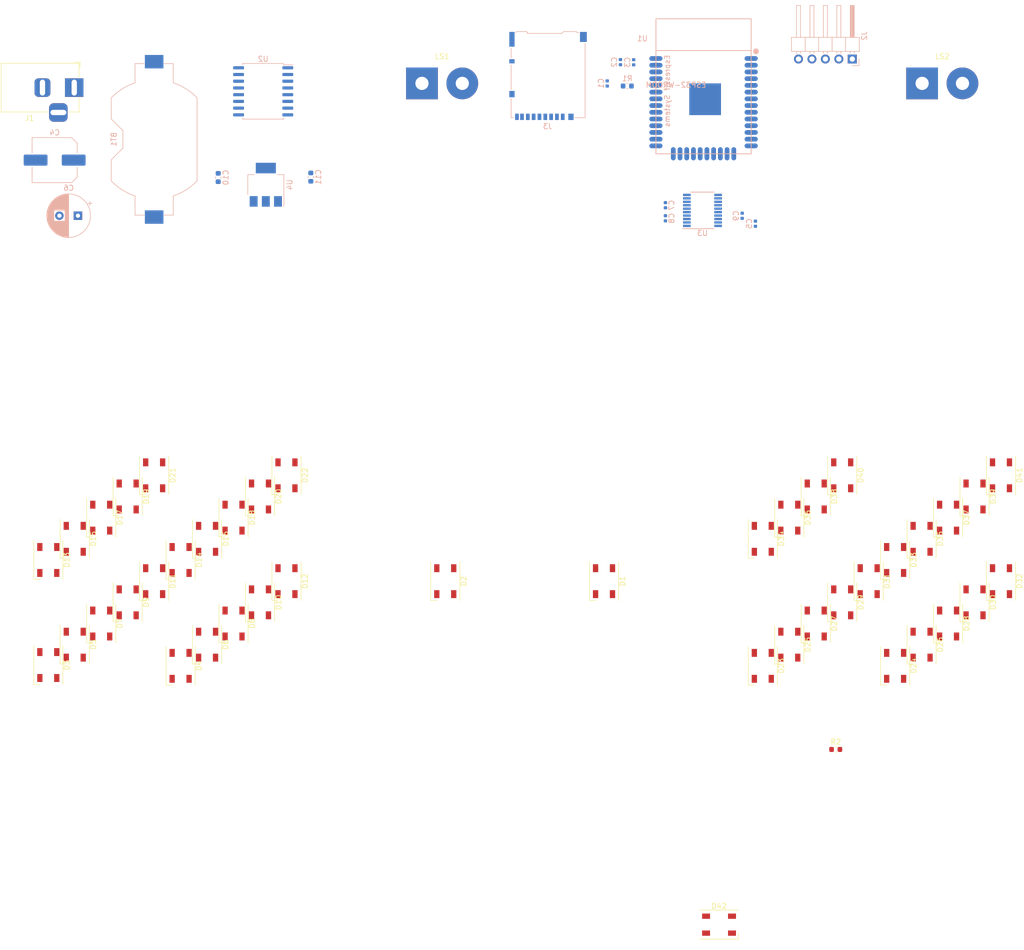
<source format=kicad_pcb>
(kicad_pcb (version 20171130) (host pcbnew 5.1.4+dfsg1-2)

  (general
    (thickness 1.6)
    (drawings 0)
    (tracks 0)
    (zones 0)
    (modules 65)
    (nets 91)
  )

  (page A4)
  (layers
    (0 F.Cu signal)
    (31 B.Cu signal)
    (32 B.Adhes user)
    (33 F.Adhes user)
    (34 B.Paste user)
    (35 F.Paste user)
    (36 B.SilkS user)
    (37 F.SilkS user)
    (38 B.Mask user)
    (39 F.Mask user)
    (40 Dwgs.User user)
    (41 Cmts.User user)
    (42 Eco1.User user)
    (43 Eco2.User user)
    (44 Edge.Cuts user)
    (45 Margin user)
    (46 B.CrtYd user)
    (47 F.CrtYd user)
    (48 B.Fab user)
    (49 F.Fab user)
  )

  (setup
    (last_trace_width 0.25)
    (trace_clearance 0.2)
    (zone_clearance 0.508)
    (zone_45_only no)
    (trace_min 0.2)
    (via_size 0.8)
    (via_drill 0.4)
    (via_min_size 0.4)
    (via_min_drill 0.3)
    (uvia_size 0.3)
    (uvia_drill 0.1)
    (uvias_allowed no)
    (uvia_min_size 0.2)
    (uvia_min_drill 0.1)
    (edge_width 0.05)
    (segment_width 0.2)
    (pcb_text_width 0.3)
    (pcb_text_size 1.5 1.5)
    (mod_edge_width 0.12)
    (mod_text_size 1 1)
    (mod_text_width 0.15)
    (pad_size 1.524 1.524)
    (pad_drill 0.762)
    (pad_to_mask_clearance 0.051)
    (solder_mask_min_width 0.25)
    (aux_axis_origin 0 0)
    (visible_elements FFFFFF7F)
    (pcbplotparams
      (layerselection 0x010fc_ffffffff)
      (usegerberextensions false)
      (usegerberattributes false)
      (usegerberadvancedattributes false)
      (creategerberjobfile false)
      (excludeedgelayer true)
      (linewidth 0.100000)
      (plotframeref false)
      (viasonmask false)
      (mode 1)
      (useauxorigin false)
      (hpglpennumber 1)
      (hpglpenspeed 20)
      (hpglpendiameter 15.000000)
      (psnegative false)
      (psa4output false)
      (plotreference true)
      (plotvalue true)
      (plotinvisibletext false)
      (padsonsilk false)
      (subtractmaskfromsilk false)
      (outputformat 1)
      (mirror false)
      (drillshape 1)
      (scaleselection 1)
      (outputdirectory ""))
  )

  (net 0 "")
  (net 1 GND)
  (net 2 "Net-(BT1-Pad1)")
  (net 3 /RTS)
  (net 4 +3V3)
  (net 5 +5V)
  (net 6 "Net-(C7-Pad1)")
  (net 7 "Net-(C8-Pad2)")
  (net 8 "Net-(C8-Pad1)")
  (net 9 "Net-(C9-Pad2)")
  (net 10 /DTR)
  (net 11 /TX)
  (net 12 /RX)
  (net 13 "Net-(LS1-Pad1)")
  (net 14 "Net-(LS2-Pad1)")
  (net 15 "Net-(U1-Pad4)")
  (net 16 "Net-(U1-Pad5)")
  (net 17 "Net-(U1-Pad6)")
  (net 18 "Net-(U1-Pad7)")
  (net 19 /LED_DATA)
  (net 20 "Net-(U1-Pad9)")
  (net 21 /LRCK)
  (net 22 /BCLK)
  (net 23 "Net-(U1-Pad12)")
  (net 24 "Net-(U1-Pad13)")
  (net 25 "Net-(U1-Pad14)")
  (net 26 "Net-(U1-Pad16)")
  (net 27 "Net-(U1-Pad17)")
  (net 28 "Net-(U1-Pad18)")
  (net 29 "Net-(U1-Pad19)")
  (net 30 "Net-(U1-Pad20)")
  (net 31 "Net-(U1-Pad21)")
  (net 32 "Net-(U1-Pad22)")
  (net 33 "Net-(U1-Pad23)")
  (net 34 "Net-(U1-Pad24)")
  (net 35 /I2SD)
  (net 36 "Net-(U1-Pad27)")
  (net 37 "Net-(U1-Pad28)")
  (net 38 "Net-(U1-Pad32)")
  (net 39 /SDA)
  (net 40 /SCL)
  (net 41 "Net-(U2-Pad4)")
  (net 42 "Net-(U2-Pad3)")
  (net 43 "Net-(U2-Pad1)")
  (net 44 /MISO)
  (net 45 /SCLK)
  (net 46 /MOSI)
  (net 47 /CS)
  (net 48 "Net-(J3-Pad8)")
  (net 49 "Net-(D1-Pad4)")
  (net 50 /sheet5DE2BE39/DATA_IN)
  (net 51 /sheet5DE32B4E/DATA_OUT)
  (net 52 "Net-(D3-Pad4)")
  (net 53 /LED_module/DATA_IN)
  (net 54 "Net-(D4-Pad4)")
  (net 55 "Net-(D5-Pad4)")
  (net 56 "Net-(D6-Pad4)")
  (net 57 "Net-(D7-Pad4)")
  (net 58 "Net-(D8-Pad4)")
  (net 59 "Net-(D10-Pad2)")
  (net 60 "Net-(D10-Pad4)")
  (net 61 "Net-(D11-Pad4)")
  (net 62 "Net-(D13-Pad4)")
  (net 63 "Net-(D14-Pad4)")
  (net 64 "Net-(D15-Pad4)")
  (net 65 "Net-(D16-Pad4)")
  (net 66 "Net-(D17-Pad4)")
  (net 67 "Net-(D18-Pad4)")
  (net 68 "Net-(D19-Pad4)")
  (net 69 "Net-(D20-Pad4)")
  (net 70 "Net-(D21-Pad4)")
  (net 71 "Net-(D23-Pad4)")
  (net 72 /sheet5DE32B4E/DATA_IN)
  (net 73 "Net-(D24-Pad4)")
  (net 74 "Net-(D25-Pad4)")
  (net 75 "Net-(D26-Pad4)")
  (net 76 "Net-(D27-Pad4)")
  (net 77 "Net-(D28-Pad4)")
  (net 78 "Net-(D29-Pad4)")
  (net 79 "Net-(D30-Pad4)")
  (net 80 "Net-(D31-Pad4)")
  (net 81 "Net-(D33-Pad4)")
  (net 82 /sheet5DE32B52/DATA_IN)
  (net 83 "Net-(D34-Pad4)")
  (net 84 "Net-(D35-Pad4)")
  (net 85 "Net-(D36-Pad4)")
  (net 86 "Net-(D37-Pad4)")
  (net 87 "Net-(D38-Pad4)")
  (net 88 "Net-(D39-Pad4)")
  (net 89 "Net-(D40-Pad4)")
  (net 90 "Net-(D41-Pad4)")

  (net_class Default "Dies ist die voreingestellte Netzklasse."
    (clearance 0.2)
    (trace_width 0.25)
    (via_dia 0.8)
    (via_drill 0.4)
    (uvia_dia 0.3)
    (uvia_drill 0.1)
    (add_net +3V3)
    (add_net +5V)
    (add_net /BCLK)
    (add_net /CS)
    (add_net /DTR)
    (add_net /I2SD)
    (add_net /LED_DATA)
    (add_net /LED_module/DATA_IN)
    (add_net /LRCK)
    (add_net /MISO)
    (add_net /MOSI)
    (add_net /RTS)
    (add_net /RX)
    (add_net /SCL)
    (add_net /SCLK)
    (add_net /SDA)
    (add_net /TX)
    (add_net /sheet5DE2BE39/DATA_IN)
    (add_net /sheet5DE32B4E/DATA_IN)
    (add_net /sheet5DE32B4E/DATA_OUT)
    (add_net /sheet5DE32B52/DATA_IN)
    (add_net GND)
    (add_net "Net-(BT1-Pad1)")
    (add_net "Net-(C7-Pad1)")
    (add_net "Net-(C8-Pad1)")
    (add_net "Net-(C8-Pad2)")
    (add_net "Net-(C9-Pad2)")
    (add_net "Net-(D1-Pad4)")
    (add_net "Net-(D10-Pad2)")
    (add_net "Net-(D10-Pad4)")
    (add_net "Net-(D11-Pad4)")
    (add_net "Net-(D13-Pad4)")
    (add_net "Net-(D14-Pad4)")
    (add_net "Net-(D15-Pad4)")
    (add_net "Net-(D16-Pad4)")
    (add_net "Net-(D17-Pad4)")
    (add_net "Net-(D18-Pad4)")
    (add_net "Net-(D19-Pad4)")
    (add_net "Net-(D20-Pad4)")
    (add_net "Net-(D21-Pad4)")
    (add_net "Net-(D23-Pad4)")
    (add_net "Net-(D24-Pad4)")
    (add_net "Net-(D25-Pad4)")
    (add_net "Net-(D26-Pad4)")
    (add_net "Net-(D27-Pad4)")
    (add_net "Net-(D28-Pad4)")
    (add_net "Net-(D29-Pad4)")
    (add_net "Net-(D3-Pad4)")
    (add_net "Net-(D30-Pad4)")
    (add_net "Net-(D31-Pad4)")
    (add_net "Net-(D33-Pad4)")
    (add_net "Net-(D34-Pad4)")
    (add_net "Net-(D35-Pad4)")
    (add_net "Net-(D36-Pad4)")
    (add_net "Net-(D37-Pad4)")
    (add_net "Net-(D38-Pad4)")
    (add_net "Net-(D39-Pad4)")
    (add_net "Net-(D4-Pad4)")
    (add_net "Net-(D40-Pad4)")
    (add_net "Net-(D41-Pad4)")
    (add_net "Net-(D5-Pad4)")
    (add_net "Net-(D6-Pad4)")
    (add_net "Net-(D7-Pad4)")
    (add_net "Net-(D8-Pad4)")
    (add_net "Net-(J3-Pad8)")
    (add_net "Net-(LS1-Pad1)")
    (add_net "Net-(LS2-Pad1)")
    (add_net "Net-(U1-Pad12)")
    (add_net "Net-(U1-Pad13)")
    (add_net "Net-(U1-Pad14)")
    (add_net "Net-(U1-Pad16)")
    (add_net "Net-(U1-Pad17)")
    (add_net "Net-(U1-Pad18)")
    (add_net "Net-(U1-Pad19)")
    (add_net "Net-(U1-Pad20)")
    (add_net "Net-(U1-Pad21)")
    (add_net "Net-(U1-Pad22)")
    (add_net "Net-(U1-Pad23)")
    (add_net "Net-(U1-Pad24)")
    (add_net "Net-(U1-Pad27)")
    (add_net "Net-(U1-Pad28)")
    (add_net "Net-(U1-Pad32)")
    (add_net "Net-(U1-Pad4)")
    (add_net "Net-(U1-Pad5)")
    (add_net "Net-(U1-Pad6)")
    (add_net "Net-(U1-Pad7)")
    (add_net "Net-(U1-Pad9)")
    (add_net "Net-(U2-Pad1)")
    (add_net "Net-(U2-Pad3)")
    (add_net "Net-(U2-Pad4)")
  )

  (module Resistor_SMD:R_0603_1608Metric (layer F.Cu) (tedit 5B301BBD) (tstamp 5DC3EF51)
    (at 167.175 149.345)
    (descr "Resistor SMD 0603 (1608 Metric), square (rectangular) end terminal, IPC_7351 nominal, (Body size source: http://www.tortai-tech.com/upload/download/2011102023233369053.pdf), generated with kicad-footprint-generator")
    (tags resistor)
    (path /5DE78548)
    (attr smd)
    (fp_text reference R2 (at 0 -1.43) (layer F.SilkS)
      (effects (font (size 1 1) (thickness 0.15)))
    )
    (fp_text value 10k (at 0 1.43) (layer F.Fab)
      (effects (font (size 1 1) (thickness 0.15)))
    )
    (fp_text user %R (at 0 0) (layer F.Fab)
      (effects (font (size 0.4 0.4) (thickness 0.06)))
    )
    (fp_line (start 1.48 0.73) (end -1.48 0.73) (layer F.CrtYd) (width 0.05))
    (fp_line (start 1.48 -0.73) (end 1.48 0.73) (layer F.CrtYd) (width 0.05))
    (fp_line (start -1.48 -0.73) (end 1.48 -0.73) (layer F.CrtYd) (width 0.05))
    (fp_line (start -1.48 0.73) (end -1.48 -0.73) (layer F.CrtYd) (width 0.05))
    (fp_line (start -0.162779 0.51) (end 0.162779 0.51) (layer F.SilkS) (width 0.12))
    (fp_line (start -0.162779 -0.51) (end 0.162779 -0.51) (layer F.SilkS) (width 0.12))
    (fp_line (start 0.8 0.4) (end -0.8 0.4) (layer F.Fab) (width 0.1))
    (fp_line (start 0.8 -0.4) (end 0.8 0.4) (layer F.Fab) (width 0.1))
    (fp_line (start -0.8 -0.4) (end 0.8 -0.4) (layer F.Fab) (width 0.1))
    (fp_line (start -0.8 0.4) (end -0.8 -0.4) (layer F.Fab) (width 0.1))
    (pad 2 smd roundrect (at 0.7875 0) (size 0.875 0.95) (layers F.Cu F.Paste F.Mask) (roundrect_rratio 0.25)
      (net 1 GND))
    (pad 1 smd roundrect (at -0.7875 0) (size 0.875 0.95) (layers F.Cu F.Paste F.Mask) (roundrect_rratio 0.25)
      (net 82 /sheet5DE32B52/DATA_IN))
    (model ${KISYS3DMOD}/Resistor_SMD.3dshapes/R_0603_1608Metric.wrl
      (at (xyz 0 0 0))
      (scale (xyz 1 1 1))
      (rotate (xyz 0 0 0))
    )
  )

  (module LED_SMD:LED_SK6812_PLCC4_5.0x5.0mm_P3.2mm (layer F.Cu) (tedit 5AA4B263) (tstamp 5DC3ED00)
    (at 145.13 182.45)
    (descr https://cdn-shop.adafruit.com/product-files/1138/SK6812+LED+datasheet+.pdf)
    (tags "LED RGB NeoPixel")
    (path /5DE32B52/5DC7851F)
    (attr smd)
    (fp_text reference D42 (at 0 -3.5) (layer F.SilkS)
      (effects (font (size 1 1) (thickness 0.15)))
    )
    (fp_text value SK6812 (at 0 4) (layer F.Fab)
      (effects (font (size 1 1) (thickness 0.15)))
    )
    (fp_circle (center 0 0) (end 0 -2) (layer F.Fab) (width 0.1))
    (fp_line (start 3.65 2.75) (end 3.65 1.6) (layer F.SilkS) (width 0.12))
    (fp_line (start -3.65 2.75) (end 3.65 2.75) (layer F.SilkS) (width 0.12))
    (fp_line (start -3.65 -2.75) (end 3.65 -2.75) (layer F.SilkS) (width 0.12))
    (fp_line (start 2.5 -2.5) (end -2.5 -2.5) (layer F.Fab) (width 0.1))
    (fp_line (start 2.5 2.5) (end 2.5 -2.5) (layer F.Fab) (width 0.1))
    (fp_line (start -2.5 2.5) (end 2.5 2.5) (layer F.Fab) (width 0.1))
    (fp_line (start -2.5 -2.5) (end -2.5 2.5) (layer F.Fab) (width 0.1))
    (fp_line (start 2.5 1.5) (end 1.5 2.5) (layer F.Fab) (width 0.1))
    (fp_line (start -3.45 -2.75) (end -3.45 2.75) (layer F.CrtYd) (width 0.05))
    (fp_line (start -3.45 2.75) (end 3.45 2.75) (layer F.CrtYd) (width 0.05))
    (fp_line (start 3.45 2.75) (end 3.45 -2.75) (layer F.CrtYd) (width 0.05))
    (fp_line (start 3.45 -2.75) (end -3.45 -2.75) (layer F.CrtYd) (width 0.05))
    (fp_text user %R (at 0 0) (layer F.Fab)
      (effects (font (size 0.8 0.8) (thickness 0.15)))
    )
    (pad 3 smd rect (at -2.45 -1.6) (size 1.5 1) (layers F.Cu F.Paste F.Mask)
      (net 5 +5V))
    (pad 4 smd rect (at -2.45 1.6) (size 1.5 1) (layers F.Cu F.Paste F.Mask)
      (net 72 /sheet5DE32B4E/DATA_IN))
    (pad 2 smd rect (at 2.45 -1.6) (size 1.5 1) (layers F.Cu F.Paste F.Mask)
      (net 90 "Net-(D41-Pad4)"))
    (pad 1 smd rect (at 2.45 1.6) (size 1.5 1) (layers F.Cu F.Paste F.Mask)
      (net 1 GND))
    (model ${KISYS3DMOD}/LED_SMD.3dshapes/LED_SK6812_PLCC4_5.0x5.0mm_P3.2mm.wrl
      (at (xyz 0 0 0))
      (scale (xyz 1 1 1))
      (rotate (xyz 0 0 0))
    )
  )

  (module LED_SMD:LED_SK6812_PLCC4_5.0x5.0mm_P3.2mm (layer F.Cu) (tedit 5AA4B263) (tstamp 5DC3ECEA)
    (at 198.4 97.55 270)
    (descr https://cdn-shop.adafruit.com/product-files/1138/SK6812+LED+datasheet+.pdf)
    (tags "LED RGB NeoPixel")
    (path /5DE32B52/5DC78515)
    (attr smd)
    (fp_text reference D41 (at 0 -3.5 90) (layer F.SilkS)
      (effects (font (size 1 1) (thickness 0.15)))
    )
    (fp_text value SK6812 (at 0 4 90) (layer F.Fab)
      (effects (font (size 1 1) (thickness 0.15)))
    )
    (fp_circle (center 0 0) (end 0 -2) (layer F.Fab) (width 0.1))
    (fp_line (start 3.65 2.75) (end 3.65 1.6) (layer F.SilkS) (width 0.12))
    (fp_line (start -3.65 2.75) (end 3.65 2.75) (layer F.SilkS) (width 0.12))
    (fp_line (start -3.65 -2.75) (end 3.65 -2.75) (layer F.SilkS) (width 0.12))
    (fp_line (start 2.5 -2.5) (end -2.5 -2.5) (layer F.Fab) (width 0.1))
    (fp_line (start 2.5 2.5) (end 2.5 -2.5) (layer F.Fab) (width 0.1))
    (fp_line (start -2.5 2.5) (end 2.5 2.5) (layer F.Fab) (width 0.1))
    (fp_line (start -2.5 -2.5) (end -2.5 2.5) (layer F.Fab) (width 0.1))
    (fp_line (start 2.5 1.5) (end 1.5 2.5) (layer F.Fab) (width 0.1))
    (fp_line (start -3.45 -2.75) (end -3.45 2.75) (layer F.CrtYd) (width 0.05))
    (fp_line (start -3.45 2.75) (end 3.45 2.75) (layer F.CrtYd) (width 0.05))
    (fp_line (start 3.45 2.75) (end 3.45 -2.75) (layer F.CrtYd) (width 0.05))
    (fp_line (start 3.45 -2.75) (end -3.45 -2.75) (layer F.CrtYd) (width 0.05))
    (fp_text user %R (at 0 0 90) (layer F.Fab)
      (effects (font (size 0.8 0.8) (thickness 0.15)))
    )
    (pad 3 smd rect (at -2.45 -1.6 270) (size 1.5 1) (layers F.Cu F.Paste F.Mask)
      (net 5 +5V))
    (pad 4 smd rect (at -2.45 1.6 270) (size 1.5 1) (layers F.Cu F.Paste F.Mask)
      (net 90 "Net-(D41-Pad4)"))
    (pad 2 smd rect (at 2.45 -1.6 270) (size 1.5 1) (layers F.Cu F.Paste F.Mask)
      (net 89 "Net-(D40-Pad4)"))
    (pad 1 smd rect (at 2.45 1.6 270) (size 1.5 1) (layers F.Cu F.Paste F.Mask)
      (net 1 GND))
    (model ${KISYS3DMOD}/LED_SMD.3dshapes/LED_SK6812_PLCC4_5.0x5.0mm_P3.2mm.wrl
      (at (xyz 0 0 0))
      (scale (xyz 1 1 1))
      (rotate (xyz 0 0 0))
    )
  )

  (module LED_SMD:LED_SK6812_PLCC4_5.0x5.0mm_P3.2mm (layer F.Cu) (tedit 5AA4B263) (tstamp 5DC3ECD4)
    (at 168.4 97.55 270)
    (descr https://cdn-shop.adafruit.com/product-files/1138/SK6812+LED+datasheet+.pdf)
    (tags "LED RGB NeoPixel")
    (path /5DE32B52/5DC6D8EF)
    (attr smd)
    (fp_text reference D40 (at 0 -3.5 90) (layer F.SilkS)
      (effects (font (size 1 1) (thickness 0.15)))
    )
    (fp_text value SK6812 (at 0 4 90) (layer F.Fab)
      (effects (font (size 1 1) (thickness 0.15)))
    )
    (fp_circle (center 0 0) (end 0 -2) (layer F.Fab) (width 0.1))
    (fp_line (start 3.65 2.75) (end 3.65 1.6) (layer F.SilkS) (width 0.12))
    (fp_line (start -3.65 2.75) (end 3.65 2.75) (layer F.SilkS) (width 0.12))
    (fp_line (start -3.65 -2.75) (end 3.65 -2.75) (layer F.SilkS) (width 0.12))
    (fp_line (start 2.5 -2.5) (end -2.5 -2.5) (layer F.Fab) (width 0.1))
    (fp_line (start 2.5 2.5) (end 2.5 -2.5) (layer F.Fab) (width 0.1))
    (fp_line (start -2.5 2.5) (end 2.5 2.5) (layer F.Fab) (width 0.1))
    (fp_line (start -2.5 -2.5) (end -2.5 2.5) (layer F.Fab) (width 0.1))
    (fp_line (start 2.5 1.5) (end 1.5 2.5) (layer F.Fab) (width 0.1))
    (fp_line (start -3.45 -2.75) (end -3.45 2.75) (layer F.CrtYd) (width 0.05))
    (fp_line (start -3.45 2.75) (end 3.45 2.75) (layer F.CrtYd) (width 0.05))
    (fp_line (start 3.45 2.75) (end 3.45 -2.75) (layer F.CrtYd) (width 0.05))
    (fp_line (start 3.45 -2.75) (end -3.45 -2.75) (layer F.CrtYd) (width 0.05))
    (fp_text user %R (at 0 0 90) (layer F.Fab)
      (effects (font (size 0.8 0.8) (thickness 0.15)))
    )
    (pad 3 smd rect (at -2.45 -1.6 270) (size 1.5 1) (layers F.Cu F.Paste F.Mask)
      (net 5 +5V))
    (pad 4 smd rect (at -2.45 1.6 270) (size 1.5 1) (layers F.Cu F.Paste F.Mask)
      (net 89 "Net-(D40-Pad4)"))
    (pad 2 smd rect (at 2.45 -1.6 270) (size 1.5 1) (layers F.Cu F.Paste F.Mask)
      (net 88 "Net-(D39-Pad4)"))
    (pad 1 smd rect (at 2.45 1.6 270) (size 1.5 1) (layers F.Cu F.Paste F.Mask)
      (net 1 GND))
    (model ${KISYS3DMOD}/LED_SMD.3dshapes/LED_SK6812_PLCC4_5.0x5.0mm_P3.2mm.wrl
      (at (xyz 0 0 0))
      (scale (xyz 1 1 1))
      (rotate (xyz 0 0 0))
    )
  )

  (module LED_SMD:LED_SK6812_PLCC4_5.0x5.0mm_P3.2mm (layer F.Cu) (tedit 5AA4B263) (tstamp 5DC46D2B)
    (at 193.4 101.55 270)
    (descr https://cdn-shop.adafruit.com/product-files/1138/SK6812+LED+datasheet+.pdf)
    (tags "LED RGB NeoPixel")
    (path /5DE32B52/5DC6D8E5)
    (attr smd)
    (fp_text reference D39 (at 0 -3.5 90) (layer F.SilkS)
      (effects (font (size 1 1) (thickness 0.15)))
    )
    (fp_text value SK6812 (at 0 4 90) (layer F.Fab)
      (effects (font (size 1 1) (thickness 0.15)))
    )
    (fp_circle (center 0 0) (end 0 -2) (layer F.Fab) (width 0.1))
    (fp_line (start 3.65 2.75) (end 3.65 1.6) (layer F.SilkS) (width 0.12))
    (fp_line (start -3.65 2.75) (end 3.65 2.75) (layer F.SilkS) (width 0.12))
    (fp_line (start -3.65 -2.75) (end 3.65 -2.75) (layer F.SilkS) (width 0.12))
    (fp_line (start 2.5 -2.5) (end -2.5 -2.5) (layer F.Fab) (width 0.1))
    (fp_line (start 2.5 2.5) (end 2.5 -2.5) (layer F.Fab) (width 0.1))
    (fp_line (start -2.5 2.5) (end 2.5 2.5) (layer F.Fab) (width 0.1))
    (fp_line (start -2.5 -2.5) (end -2.5 2.5) (layer F.Fab) (width 0.1))
    (fp_line (start 2.5 1.5) (end 1.5 2.5) (layer F.Fab) (width 0.1))
    (fp_line (start -3.45 -2.75) (end -3.45 2.75) (layer F.CrtYd) (width 0.05))
    (fp_line (start -3.45 2.75) (end 3.45 2.75) (layer F.CrtYd) (width 0.05))
    (fp_line (start 3.45 2.75) (end 3.45 -2.75) (layer F.CrtYd) (width 0.05))
    (fp_line (start 3.45 -2.75) (end -3.45 -2.75) (layer F.CrtYd) (width 0.05))
    (fp_text user %R (at 0 0 90) (layer F.Fab)
      (effects (font (size 0.8 0.8) (thickness 0.15)))
    )
    (pad 3 smd rect (at -2.45 -1.6 270) (size 1.5 1) (layers F.Cu F.Paste F.Mask)
      (net 5 +5V))
    (pad 4 smd rect (at -2.45 1.6 270) (size 1.5 1) (layers F.Cu F.Paste F.Mask)
      (net 88 "Net-(D39-Pad4)"))
    (pad 2 smd rect (at 2.45 -1.6 270) (size 1.5 1) (layers F.Cu F.Paste F.Mask)
      (net 87 "Net-(D38-Pad4)"))
    (pad 1 smd rect (at 2.45 1.6 270) (size 1.5 1) (layers F.Cu F.Paste F.Mask)
      (net 1 GND))
    (model ${KISYS3DMOD}/LED_SMD.3dshapes/LED_SK6812_PLCC4_5.0x5.0mm_P3.2mm.wrl
      (at (xyz 0 0 0))
      (scale (xyz 1 1 1))
      (rotate (xyz 0 0 0))
    )
  )

  (module LED_SMD:LED_SK6812_PLCC4_5.0x5.0mm_P3.2mm (layer F.Cu) (tedit 5AA4B263) (tstamp 5DC3ECA8)
    (at 163.4 101.55 270)
    (descr https://cdn-shop.adafruit.com/product-files/1138/SK6812+LED+datasheet+.pdf)
    (tags "LED RGB NeoPixel")
    (path /5DE32B52/5DC6D8DB)
    (attr smd)
    (fp_text reference D38 (at 0 -3.5 90) (layer F.SilkS)
      (effects (font (size 1 1) (thickness 0.15)))
    )
    (fp_text value SK6812 (at 0 4 90) (layer F.Fab)
      (effects (font (size 1 1) (thickness 0.15)))
    )
    (fp_circle (center 0 0) (end 0 -2) (layer F.Fab) (width 0.1))
    (fp_line (start 3.65 2.75) (end 3.65 1.6) (layer F.SilkS) (width 0.12))
    (fp_line (start -3.65 2.75) (end 3.65 2.75) (layer F.SilkS) (width 0.12))
    (fp_line (start -3.65 -2.75) (end 3.65 -2.75) (layer F.SilkS) (width 0.12))
    (fp_line (start 2.5 -2.5) (end -2.5 -2.5) (layer F.Fab) (width 0.1))
    (fp_line (start 2.5 2.5) (end 2.5 -2.5) (layer F.Fab) (width 0.1))
    (fp_line (start -2.5 2.5) (end 2.5 2.5) (layer F.Fab) (width 0.1))
    (fp_line (start -2.5 -2.5) (end -2.5 2.5) (layer F.Fab) (width 0.1))
    (fp_line (start 2.5 1.5) (end 1.5 2.5) (layer F.Fab) (width 0.1))
    (fp_line (start -3.45 -2.75) (end -3.45 2.75) (layer F.CrtYd) (width 0.05))
    (fp_line (start -3.45 2.75) (end 3.45 2.75) (layer F.CrtYd) (width 0.05))
    (fp_line (start 3.45 2.75) (end 3.45 -2.75) (layer F.CrtYd) (width 0.05))
    (fp_line (start 3.45 -2.75) (end -3.45 -2.75) (layer F.CrtYd) (width 0.05))
    (fp_text user %R (at 0 0 90) (layer F.Fab)
      (effects (font (size 0.8 0.8) (thickness 0.15)))
    )
    (pad 3 smd rect (at -2.45 -1.6 270) (size 1.5 1) (layers F.Cu F.Paste F.Mask)
      (net 5 +5V))
    (pad 4 smd rect (at -2.45 1.6 270) (size 1.5 1) (layers F.Cu F.Paste F.Mask)
      (net 87 "Net-(D38-Pad4)"))
    (pad 2 smd rect (at 2.45 -1.6 270) (size 1.5 1) (layers F.Cu F.Paste F.Mask)
      (net 86 "Net-(D37-Pad4)"))
    (pad 1 smd rect (at 2.45 1.6 270) (size 1.5 1) (layers F.Cu F.Paste F.Mask)
      (net 1 GND))
    (model ${KISYS3DMOD}/LED_SMD.3dshapes/LED_SK6812_PLCC4_5.0x5.0mm_P3.2mm.wrl
      (at (xyz 0 0 0))
      (scale (xyz 1 1 1))
      (rotate (xyz 0 0 0))
    )
  )

  (module LED_SMD:LED_SK6812_PLCC4_5.0x5.0mm_P3.2mm (layer F.Cu) (tedit 5AA4B263) (tstamp 5DC3EC92)
    (at 188.4 105.55 270)
    (descr https://cdn-shop.adafruit.com/product-files/1138/SK6812+LED+datasheet+.pdf)
    (tags "LED RGB NeoPixel")
    (path /5DE32B52/5DC6D8D1)
    (attr smd)
    (fp_text reference D37 (at 0 -3.5 90) (layer F.SilkS)
      (effects (font (size 1 1) (thickness 0.15)))
    )
    (fp_text value SK6812 (at 0 4 90) (layer F.Fab)
      (effects (font (size 1 1) (thickness 0.15)))
    )
    (fp_circle (center 0 0) (end 0 -2) (layer F.Fab) (width 0.1))
    (fp_line (start 3.65 2.75) (end 3.65 1.6) (layer F.SilkS) (width 0.12))
    (fp_line (start -3.65 2.75) (end 3.65 2.75) (layer F.SilkS) (width 0.12))
    (fp_line (start -3.65 -2.75) (end 3.65 -2.75) (layer F.SilkS) (width 0.12))
    (fp_line (start 2.5 -2.5) (end -2.5 -2.5) (layer F.Fab) (width 0.1))
    (fp_line (start 2.5 2.5) (end 2.5 -2.5) (layer F.Fab) (width 0.1))
    (fp_line (start -2.5 2.5) (end 2.5 2.5) (layer F.Fab) (width 0.1))
    (fp_line (start -2.5 -2.5) (end -2.5 2.5) (layer F.Fab) (width 0.1))
    (fp_line (start 2.5 1.5) (end 1.5 2.5) (layer F.Fab) (width 0.1))
    (fp_line (start -3.45 -2.75) (end -3.45 2.75) (layer F.CrtYd) (width 0.05))
    (fp_line (start -3.45 2.75) (end 3.45 2.75) (layer F.CrtYd) (width 0.05))
    (fp_line (start 3.45 2.75) (end 3.45 -2.75) (layer F.CrtYd) (width 0.05))
    (fp_line (start 3.45 -2.75) (end -3.45 -2.75) (layer F.CrtYd) (width 0.05))
    (fp_text user %R (at 0 0 90) (layer F.Fab)
      (effects (font (size 0.8 0.8) (thickness 0.15)))
    )
    (pad 3 smd rect (at -2.45 -1.6 270) (size 1.5 1) (layers F.Cu F.Paste F.Mask)
      (net 5 +5V))
    (pad 4 smd rect (at -2.45 1.6 270) (size 1.5 1) (layers F.Cu F.Paste F.Mask)
      (net 86 "Net-(D37-Pad4)"))
    (pad 2 smd rect (at 2.45 -1.6 270) (size 1.5 1) (layers F.Cu F.Paste F.Mask)
      (net 85 "Net-(D36-Pad4)"))
    (pad 1 smd rect (at 2.45 1.6 270) (size 1.5 1) (layers F.Cu F.Paste F.Mask)
      (net 1 GND))
    (model ${KISYS3DMOD}/LED_SMD.3dshapes/LED_SK6812_PLCC4_5.0x5.0mm_P3.2mm.wrl
      (at (xyz 0 0 0))
      (scale (xyz 1 1 1))
      (rotate (xyz 0 0 0))
    )
  )

  (module LED_SMD:LED_SK6812_PLCC4_5.0x5.0mm_P3.2mm (layer F.Cu) (tedit 5AA4B263) (tstamp 5DC3EC7C)
    (at 158.4 105.55 270)
    (descr https://cdn-shop.adafruit.com/product-files/1138/SK6812+LED+datasheet+.pdf)
    (tags "LED RGB NeoPixel")
    (path /5DE32B52/5DC6909F)
    (attr smd)
    (fp_text reference D36 (at 0 -3.5 90) (layer F.SilkS)
      (effects (font (size 1 1) (thickness 0.15)))
    )
    (fp_text value SK6812 (at 0 4 90) (layer F.Fab)
      (effects (font (size 1 1) (thickness 0.15)))
    )
    (fp_circle (center 0 0) (end 0 -2) (layer F.Fab) (width 0.1))
    (fp_line (start 3.65 2.75) (end 3.65 1.6) (layer F.SilkS) (width 0.12))
    (fp_line (start -3.65 2.75) (end 3.65 2.75) (layer F.SilkS) (width 0.12))
    (fp_line (start -3.65 -2.75) (end 3.65 -2.75) (layer F.SilkS) (width 0.12))
    (fp_line (start 2.5 -2.5) (end -2.5 -2.5) (layer F.Fab) (width 0.1))
    (fp_line (start 2.5 2.5) (end 2.5 -2.5) (layer F.Fab) (width 0.1))
    (fp_line (start -2.5 2.5) (end 2.5 2.5) (layer F.Fab) (width 0.1))
    (fp_line (start -2.5 -2.5) (end -2.5 2.5) (layer F.Fab) (width 0.1))
    (fp_line (start 2.5 1.5) (end 1.5 2.5) (layer F.Fab) (width 0.1))
    (fp_line (start -3.45 -2.75) (end -3.45 2.75) (layer F.CrtYd) (width 0.05))
    (fp_line (start -3.45 2.75) (end 3.45 2.75) (layer F.CrtYd) (width 0.05))
    (fp_line (start 3.45 2.75) (end 3.45 -2.75) (layer F.CrtYd) (width 0.05))
    (fp_line (start 3.45 -2.75) (end -3.45 -2.75) (layer F.CrtYd) (width 0.05))
    (fp_text user %R (at 0 0 90) (layer F.Fab)
      (effects (font (size 0.8 0.8) (thickness 0.15)))
    )
    (pad 3 smd rect (at -2.45 -1.6 270) (size 1.5 1) (layers F.Cu F.Paste F.Mask)
      (net 5 +5V))
    (pad 4 smd rect (at -2.45 1.6 270) (size 1.5 1) (layers F.Cu F.Paste F.Mask)
      (net 85 "Net-(D36-Pad4)"))
    (pad 2 smd rect (at 2.45 -1.6 270) (size 1.5 1) (layers F.Cu F.Paste F.Mask)
      (net 84 "Net-(D35-Pad4)"))
    (pad 1 smd rect (at 2.45 1.6 270) (size 1.5 1) (layers F.Cu F.Paste F.Mask)
      (net 1 GND))
    (model ${KISYS3DMOD}/LED_SMD.3dshapes/LED_SK6812_PLCC4_5.0x5.0mm_P3.2mm.wrl
      (at (xyz 0 0 0))
      (scale (xyz 1 1 1))
      (rotate (xyz 0 0 0))
    )
  )

  (module LED_SMD:LED_SK6812_PLCC4_5.0x5.0mm_P3.2mm (layer F.Cu) (tedit 5AA4B263) (tstamp 5DC3EC66)
    (at 183.4 109.55 270)
    (descr https://cdn-shop.adafruit.com/product-files/1138/SK6812+LED+datasheet+.pdf)
    (tags "LED RGB NeoPixel")
    (path /5DE32B52/5DC65566)
    (attr smd)
    (fp_text reference D35 (at 0 -3.5 90) (layer F.SilkS)
      (effects (font (size 1 1) (thickness 0.15)))
    )
    (fp_text value SK6812 (at 0 4 90) (layer F.Fab)
      (effects (font (size 1 1) (thickness 0.15)))
    )
    (fp_circle (center 0 0) (end 0 -2) (layer F.Fab) (width 0.1))
    (fp_line (start 3.65 2.75) (end 3.65 1.6) (layer F.SilkS) (width 0.12))
    (fp_line (start -3.65 2.75) (end 3.65 2.75) (layer F.SilkS) (width 0.12))
    (fp_line (start -3.65 -2.75) (end 3.65 -2.75) (layer F.SilkS) (width 0.12))
    (fp_line (start 2.5 -2.5) (end -2.5 -2.5) (layer F.Fab) (width 0.1))
    (fp_line (start 2.5 2.5) (end 2.5 -2.5) (layer F.Fab) (width 0.1))
    (fp_line (start -2.5 2.5) (end 2.5 2.5) (layer F.Fab) (width 0.1))
    (fp_line (start -2.5 -2.5) (end -2.5 2.5) (layer F.Fab) (width 0.1))
    (fp_line (start 2.5 1.5) (end 1.5 2.5) (layer F.Fab) (width 0.1))
    (fp_line (start -3.45 -2.75) (end -3.45 2.75) (layer F.CrtYd) (width 0.05))
    (fp_line (start -3.45 2.75) (end 3.45 2.75) (layer F.CrtYd) (width 0.05))
    (fp_line (start 3.45 2.75) (end 3.45 -2.75) (layer F.CrtYd) (width 0.05))
    (fp_line (start 3.45 -2.75) (end -3.45 -2.75) (layer F.CrtYd) (width 0.05))
    (fp_text user %R (at 0 0 90) (layer F.Fab)
      (effects (font (size 0.8 0.8) (thickness 0.15)))
    )
    (pad 3 smd rect (at -2.45 -1.6 270) (size 1.5 1) (layers F.Cu F.Paste F.Mask)
      (net 5 +5V))
    (pad 4 smd rect (at -2.45 1.6 270) (size 1.5 1) (layers F.Cu F.Paste F.Mask)
      (net 84 "Net-(D35-Pad4)"))
    (pad 2 smd rect (at 2.45 -1.6 270) (size 1.5 1) (layers F.Cu F.Paste F.Mask)
      (net 83 "Net-(D34-Pad4)"))
    (pad 1 smd rect (at 2.45 1.6 270) (size 1.5 1) (layers F.Cu F.Paste F.Mask)
      (net 1 GND))
    (model ${KISYS3DMOD}/LED_SMD.3dshapes/LED_SK6812_PLCC4_5.0x5.0mm_P3.2mm.wrl
      (at (xyz 0 0 0))
      (scale (xyz 1 1 1))
      (rotate (xyz 0 0 0))
    )
  )

  (module LED_SMD:LED_SK6812_PLCC4_5.0x5.0mm_P3.2mm (layer F.Cu) (tedit 5AA4B263) (tstamp 5DC46B19)
    (at 153.4 109.55 270)
    (descr https://cdn-shop.adafruit.com/product-files/1138/SK6812+LED+datasheet+.pdf)
    (tags "LED RGB NeoPixel")
    (path /5DE32B52/5DC64F99)
    (attr smd)
    (fp_text reference D34 (at 0 -3.5 90) (layer F.SilkS)
      (effects (font (size 1 1) (thickness 0.15)))
    )
    (fp_text value SK6812 (at 0 4 90) (layer F.Fab)
      (effects (font (size 1 1) (thickness 0.15)))
    )
    (fp_circle (center 0 0) (end 0 -2) (layer F.Fab) (width 0.1))
    (fp_line (start 3.65 2.75) (end 3.65 1.6) (layer F.SilkS) (width 0.12))
    (fp_line (start -3.65 2.75) (end 3.65 2.75) (layer F.SilkS) (width 0.12))
    (fp_line (start -3.65 -2.75) (end 3.65 -2.75) (layer F.SilkS) (width 0.12))
    (fp_line (start 2.5 -2.5) (end -2.5 -2.5) (layer F.Fab) (width 0.1))
    (fp_line (start 2.5 2.5) (end 2.5 -2.5) (layer F.Fab) (width 0.1))
    (fp_line (start -2.5 2.5) (end 2.5 2.5) (layer F.Fab) (width 0.1))
    (fp_line (start -2.5 -2.5) (end -2.5 2.5) (layer F.Fab) (width 0.1))
    (fp_line (start 2.5 1.5) (end 1.5 2.5) (layer F.Fab) (width 0.1))
    (fp_line (start -3.45 -2.75) (end -3.45 2.75) (layer F.CrtYd) (width 0.05))
    (fp_line (start -3.45 2.75) (end 3.45 2.75) (layer F.CrtYd) (width 0.05))
    (fp_line (start 3.45 2.75) (end 3.45 -2.75) (layer F.CrtYd) (width 0.05))
    (fp_line (start 3.45 -2.75) (end -3.45 -2.75) (layer F.CrtYd) (width 0.05))
    (fp_text user %R (at 0 0 90) (layer F.Fab)
      (effects (font (size 0.8 0.8) (thickness 0.15)))
    )
    (pad 3 smd rect (at -2.45 -1.6 270) (size 1.5 1) (layers F.Cu F.Paste F.Mask)
      (net 5 +5V))
    (pad 4 smd rect (at -2.45 1.6 270) (size 1.5 1) (layers F.Cu F.Paste F.Mask)
      (net 83 "Net-(D34-Pad4)"))
    (pad 2 smd rect (at 2.45 -1.6 270) (size 1.5 1) (layers F.Cu F.Paste F.Mask)
      (net 81 "Net-(D33-Pad4)"))
    (pad 1 smd rect (at 2.45 1.6 270) (size 1.5 1) (layers F.Cu F.Paste F.Mask)
      (net 1 GND))
    (model ${KISYS3DMOD}/LED_SMD.3dshapes/LED_SK6812_PLCC4_5.0x5.0mm_P3.2mm.wrl
      (at (xyz 0 0 0))
      (scale (xyz 1 1 1))
      (rotate (xyz 0 0 0))
    )
  )

  (module LED_SMD:LED_SK6812_PLCC4_5.0x5.0mm_P3.2mm (layer F.Cu) (tedit 5AA4B263) (tstamp 5DC3EC3A)
    (at 178.4 113.55 270)
    (descr https://cdn-shop.adafruit.com/product-files/1138/SK6812+LED+datasheet+.pdf)
    (tags "LED RGB NeoPixel")
    (path /5DE32B52/5DC62C70)
    (attr smd)
    (fp_text reference D33 (at 0 -3.5 90) (layer F.SilkS)
      (effects (font (size 1 1) (thickness 0.15)))
    )
    (fp_text value SK6812 (at 0 4 90) (layer F.Fab)
      (effects (font (size 1 1) (thickness 0.15)))
    )
    (fp_circle (center 0 0) (end 0 -2) (layer F.Fab) (width 0.1))
    (fp_line (start 3.65 2.75) (end 3.65 1.6) (layer F.SilkS) (width 0.12))
    (fp_line (start -3.65 2.75) (end 3.65 2.75) (layer F.SilkS) (width 0.12))
    (fp_line (start -3.65 -2.75) (end 3.65 -2.75) (layer F.SilkS) (width 0.12))
    (fp_line (start 2.5 -2.5) (end -2.5 -2.5) (layer F.Fab) (width 0.1))
    (fp_line (start 2.5 2.5) (end 2.5 -2.5) (layer F.Fab) (width 0.1))
    (fp_line (start -2.5 2.5) (end 2.5 2.5) (layer F.Fab) (width 0.1))
    (fp_line (start -2.5 -2.5) (end -2.5 2.5) (layer F.Fab) (width 0.1))
    (fp_line (start 2.5 1.5) (end 1.5 2.5) (layer F.Fab) (width 0.1))
    (fp_line (start -3.45 -2.75) (end -3.45 2.75) (layer F.CrtYd) (width 0.05))
    (fp_line (start -3.45 2.75) (end 3.45 2.75) (layer F.CrtYd) (width 0.05))
    (fp_line (start 3.45 2.75) (end 3.45 -2.75) (layer F.CrtYd) (width 0.05))
    (fp_line (start 3.45 -2.75) (end -3.45 -2.75) (layer F.CrtYd) (width 0.05))
    (fp_text user %R (at 0 0 90) (layer F.Fab)
      (effects (font (size 0.8 0.8) (thickness 0.15)))
    )
    (pad 3 smd rect (at -2.45 -1.6 270) (size 1.5 1) (layers F.Cu F.Paste F.Mask)
      (net 5 +5V))
    (pad 4 smd rect (at -2.45 1.6 270) (size 1.5 1) (layers F.Cu F.Paste F.Mask)
      (net 81 "Net-(D33-Pad4)"))
    (pad 2 smd rect (at 2.45 -1.6 270) (size 1.5 1) (layers F.Cu F.Paste F.Mask)
      (net 82 /sheet5DE32B52/DATA_IN))
    (pad 1 smd rect (at 2.45 1.6 270) (size 1.5 1) (layers F.Cu F.Paste F.Mask)
      (net 1 GND))
    (model ${KISYS3DMOD}/LED_SMD.3dshapes/LED_SK6812_PLCC4_5.0x5.0mm_P3.2mm.wrl
      (at (xyz 0 0 0))
      (scale (xyz 1 1 1))
      (rotate (xyz 0 0 0))
    )
  )

  (module LED_SMD:LED_SK6812_PLCC4_5.0x5.0mm_P3.2mm (layer F.Cu) (tedit 5AA4B263) (tstamp 5DC467B9)
    (at 198.4 117.55 270)
    (descr https://cdn-shop.adafruit.com/product-files/1138/SK6812+LED+datasheet+.pdf)
    (tags "LED RGB NeoPixel")
    (path /5DE32B4E/5DC7851F)
    (attr smd)
    (fp_text reference D32 (at 0 -3.5 90) (layer F.SilkS)
      (effects (font (size 1 1) (thickness 0.15)))
    )
    (fp_text value SK6812 (at 0 4 90) (layer F.Fab)
      (effects (font (size 1 1) (thickness 0.15)))
    )
    (fp_circle (center 0 0) (end 0 -2) (layer F.Fab) (width 0.1))
    (fp_line (start 3.65 2.75) (end 3.65 1.6) (layer F.SilkS) (width 0.12))
    (fp_line (start -3.65 2.75) (end 3.65 2.75) (layer F.SilkS) (width 0.12))
    (fp_line (start -3.65 -2.75) (end 3.65 -2.75) (layer F.SilkS) (width 0.12))
    (fp_line (start 2.5 -2.5) (end -2.5 -2.5) (layer F.Fab) (width 0.1))
    (fp_line (start 2.5 2.5) (end 2.5 -2.5) (layer F.Fab) (width 0.1))
    (fp_line (start -2.5 2.5) (end 2.5 2.5) (layer F.Fab) (width 0.1))
    (fp_line (start -2.5 -2.5) (end -2.5 2.5) (layer F.Fab) (width 0.1))
    (fp_line (start 2.5 1.5) (end 1.5 2.5) (layer F.Fab) (width 0.1))
    (fp_line (start -3.45 -2.75) (end -3.45 2.75) (layer F.CrtYd) (width 0.05))
    (fp_line (start -3.45 2.75) (end 3.45 2.75) (layer F.CrtYd) (width 0.05))
    (fp_line (start 3.45 2.75) (end 3.45 -2.75) (layer F.CrtYd) (width 0.05))
    (fp_line (start 3.45 -2.75) (end -3.45 -2.75) (layer F.CrtYd) (width 0.05))
    (fp_text user %R (at 0 0 90) (layer F.Fab)
      (effects (font (size 0.8 0.8) (thickness 0.15)))
    )
    (pad 3 smd rect (at -2.45 -1.6 270) (size 1.5 1) (layers F.Cu F.Paste F.Mask)
      (net 5 +5V))
    (pad 4 smd rect (at -2.45 1.6 270) (size 1.5 1) (layers F.Cu F.Paste F.Mask)
      (net 51 /sheet5DE32B4E/DATA_OUT))
    (pad 2 smd rect (at 2.45 -1.6 270) (size 1.5 1) (layers F.Cu F.Paste F.Mask)
      (net 80 "Net-(D31-Pad4)"))
    (pad 1 smd rect (at 2.45 1.6 270) (size 1.5 1) (layers F.Cu F.Paste F.Mask)
      (net 1 GND))
    (model ${KISYS3DMOD}/LED_SMD.3dshapes/LED_SK6812_PLCC4_5.0x5.0mm_P3.2mm.wrl
      (at (xyz 0 0 0))
      (scale (xyz 1 1 1))
      (rotate (xyz 0 0 0))
    )
  )

  (module LED_SMD:LED_SK6812_PLCC4_5.0x5.0mm_P3.2mm (layer F.Cu) (tedit 5AA4B263) (tstamp 5DC46876)
    (at 173.4 117.55 270)
    (descr https://cdn-shop.adafruit.com/product-files/1138/SK6812+LED+datasheet+.pdf)
    (tags "LED RGB NeoPixel")
    (path /5DE32B4E/5DC78515)
    (attr smd)
    (fp_text reference D31 (at 0 -3.5 90) (layer F.SilkS)
      (effects (font (size 1 1) (thickness 0.15)))
    )
    (fp_text value SK6812 (at 0 4 90) (layer F.Fab)
      (effects (font (size 1 1) (thickness 0.15)))
    )
    (fp_circle (center 0 0) (end 0 -2) (layer F.Fab) (width 0.1))
    (fp_line (start 3.65 2.75) (end 3.65 1.6) (layer F.SilkS) (width 0.12))
    (fp_line (start -3.65 2.75) (end 3.65 2.75) (layer F.SilkS) (width 0.12))
    (fp_line (start -3.65 -2.75) (end 3.65 -2.75) (layer F.SilkS) (width 0.12))
    (fp_line (start 2.5 -2.5) (end -2.5 -2.5) (layer F.Fab) (width 0.1))
    (fp_line (start 2.5 2.5) (end 2.5 -2.5) (layer F.Fab) (width 0.1))
    (fp_line (start -2.5 2.5) (end 2.5 2.5) (layer F.Fab) (width 0.1))
    (fp_line (start -2.5 -2.5) (end -2.5 2.5) (layer F.Fab) (width 0.1))
    (fp_line (start 2.5 1.5) (end 1.5 2.5) (layer F.Fab) (width 0.1))
    (fp_line (start -3.45 -2.75) (end -3.45 2.75) (layer F.CrtYd) (width 0.05))
    (fp_line (start -3.45 2.75) (end 3.45 2.75) (layer F.CrtYd) (width 0.05))
    (fp_line (start 3.45 2.75) (end 3.45 -2.75) (layer F.CrtYd) (width 0.05))
    (fp_line (start 3.45 -2.75) (end -3.45 -2.75) (layer F.CrtYd) (width 0.05))
    (fp_text user %R (at 0 0 90) (layer F.Fab)
      (effects (font (size 0.8 0.8) (thickness 0.15)))
    )
    (pad 3 smd rect (at -2.45 -1.6 270) (size 1.5 1) (layers F.Cu F.Paste F.Mask)
      (net 5 +5V))
    (pad 4 smd rect (at -2.45 1.6 270) (size 1.5 1) (layers F.Cu F.Paste F.Mask)
      (net 80 "Net-(D31-Pad4)"))
    (pad 2 smd rect (at 2.45 -1.6 270) (size 1.5 1) (layers F.Cu F.Paste F.Mask)
      (net 79 "Net-(D30-Pad4)"))
    (pad 1 smd rect (at 2.45 1.6 270) (size 1.5 1) (layers F.Cu F.Paste F.Mask)
      (net 1 GND))
    (model ${KISYS3DMOD}/LED_SMD.3dshapes/LED_SK6812_PLCC4_5.0x5.0mm_P3.2mm.wrl
      (at (xyz 0 0 0))
      (scale (xyz 1 1 1))
      (rotate (xyz 0 0 0))
    )
  )

  (module LED_SMD:LED_SK6812_PLCC4_5.0x5.0mm_P3.2mm (layer F.Cu) (tedit 5AA4B263) (tstamp 5DC468B5)
    (at 193.4 121.55 270)
    (descr https://cdn-shop.adafruit.com/product-files/1138/SK6812+LED+datasheet+.pdf)
    (tags "LED RGB NeoPixel")
    (path /5DE32B4E/5DC6D8EF)
    (attr smd)
    (fp_text reference D30 (at 0 -3.5 90) (layer F.SilkS)
      (effects (font (size 1 1) (thickness 0.15)))
    )
    (fp_text value SK6812 (at 0 4 90) (layer F.Fab)
      (effects (font (size 1 1) (thickness 0.15)))
    )
    (fp_circle (center 0 0) (end 0 -2) (layer F.Fab) (width 0.1))
    (fp_line (start 3.65 2.75) (end 3.65 1.6) (layer F.SilkS) (width 0.12))
    (fp_line (start -3.65 2.75) (end 3.65 2.75) (layer F.SilkS) (width 0.12))
    (fp_line (start -3.65 -2.75) (end 3.65 -2.75) (layer F.SilkS) (width 0.12))
    (fp_line (start 2.5 -2.5) (end -2.5 -2.5) (layer F.Fab) (width 0.1))
    (fp_line (start 2.5 2.5) (end 2.5 -2.5) (layer F.Fab) (width 0.1))
    (fp_line (start -2.5 2.5) (end 2.5 2.5) (layer F.Fab) (width 0.1))
    (fp_line (start -2.5 -2.5) (end -2.5 2.5) (layer F.Fab) (width 0.1))
    (fp_line (start 2.5 1.5) (end 1.5 2.5) (layer F.Fab) (width 0.1))
    (fp_line (start -3.45 -2.75) (end -3.45 2.75) (layer F.CrtYd) (width 0.05))
    (fp_line (start -3.45 2.75) (end 3.45 2.75) (layer F.CrtYd) (width 0.05))
    (fp_line (start 3.45 2.75) (end 3.45 -2.75) (layer F.CrtYd) (width 0.05))
    (fp_line (start 3.45 -2.75) (end -3.45 -2.75) (layer F.CrtYd) (width 0.05))
    (fp_text user %R (at 0 0 90) (layer F.Fab)
      (effects (font (size 0.8 0.8) (thickness 0.15)))
    )
    (pad 3 smd rect (at -2.45 -1.6 270) (size 1.5 1) (layers F.Cu F.Paste F.Mask)
      (net 5 +5V))
    (pad 4 smd rect (at -2.45 1.6 270) (size 1.5 1) (layers F.Cu F.Paste F.Mask)
      (net 79 "Net-(D30-Pad4)"))
    (pad 2 smd rect (at 2.45 -1.6 270) (size 1.5 1) (layers F.Cu F.Paste F.Mask)
      (net 78 "Net-(D29-Pad4)"))
    (pad 1 smd rect (at 2.45 1.6 270) (size 1.5 1) (layers F.Cu F.Paste F.Mask)
      (net 1 GND))
    (model ${KISYS3DMOD}/LED_SMD.3dshapes/LED_SK6812_PLCC4_5.0x5.0mm_P3.2mm.wrl
      (at (xyz 0 0 0))
      (scale (xyz 1 1 1))
      (rotate (xyz 0 0 0))
    )
  )

  (module LED_SMD:LED_SK6812_PLCC4_5.0x5.0mm_P3.2mm (layer F.Cu) (tedit 5AA4B263) (tstamp 5DC466BD)
    (at 168.4 121.55 270)
    (descr https://cdn-shop.adafruit.com/product-files/1138/SK6812+LED+datasheet+.pdf)
    (tags "LED RGB NeoPixel")
    (path /5DE32B4E/5DC6D8E5)
    (attr smd)
    (fp_text reference D29 (at 0 -3.5 90) (layer F.SilkS)
      (effects (font (size 1 1) (thickness 0.15)))
    )
    (fp_text value SK6812 (at 0 4 90) (layer F.Fab)
      (effects (font (size 1 1) (thickness 0.15)))
    )
    (fp_circle (center 0 0) (end 0 -2) (layer F.Fab) (width 0.1))
    (fp_line (start 3.65 2.75) (end 3.65 1.6) (layer F.SilkS) (width 0.12))
    (fp_line (start -3.65 2.75) (end 3.65 2.75) (layer F.SilkS) (width 0.12))
    (fp_line (start -3.65 -2.75) (end 3.65 -2.75) (layer F.SilkS) (width 0.12))
    (fp_line (start 2.5 -2.5) (end -2.5 -2.5) (layer F.Fab) (width 0.1))
    (fp_line (start 2.5 2.5) (end 2.5 -2.5) (layer F.Fab) (width 0.1))
    (fp_line (start -2.5 2.5) (end 2.5 2.5) (layer F.Fab) (width 0.1))
    (fp_line (start -2.5 -2.5) (end -2.5 2.5) (layer F.Fab) (width 0.1))
    (fp_line (start 2.5 1.5) (end 1.5 2.5) (layer F.Fab) (width 0.1))
    (fp_line (start -3.45 -2.75) (end -3.45 2.75) (layer F.CrtYd) (width 0.05))
    (fp_line (start -3.45 2.75) (end 3.45 2.75) (layer F.CrtYd) (width 0.05))
    (fp_line (start 3.45 2.75) (end 3.45 -2.75) (layer F.CrtYd) (width 0.05))
    (fp_line (start 3.45 -2.75) (end -3.45 -2.75) (layer F.CrtYd) (width 0.05))
    (fp_text user %R (at 0 0 90) (layer F.Fab)
      (effects (font (size 0.8 0.8) (thickness 0.15)))
    )
    (pad 3 smd rect (at -2.45 -1.6 270) (size 1.5 1) (layers F.Cu F.Paste F.Mask)
      (net 5 +5V))
    (pad 4 smd rect (at -2.45 1.6 270) (size 1.5 1) (layers F.Cu F.Paste F.Mask)
      (net 78 "Net-(D29-Pad4)"))
    (pad 2 smd rect (at 2.45 -1.6 270) (size 1.5 1) (layers F.Cu F.Paste F.Mask)
      (net 77 "Net-(D28-Pad4)"))
    (pad 1 smd rect (at 2.45 1.6 270) (size 1.5 1) (layers F.Cu F.Paste F.Mask)
      (net 1 GND))
    (model ${KISYS3DMOD}/LED_SMD.3dshapes/LED_SK6812_PLCC4_5.0x5.0mm_P3.2mm.wrl
      (at (xyz 0 0 0))
      (scale (xyz 1 1 1))
      (rotate (xyz 0 0 0))
    )
  )

  (module LED_SMD:LED_SK6812_PLCC4_5.0x5.0mm_P3.2mm (layer F.Cu) (tedit 5AA4B263) (tstamp 5DC4677A)
    (at 188.4 125.55 270)
    (descr https://cdn-shop.adafruit.com/product-files/1138/SK6812+LED+datasheet+.pdf)
    (tags "LED RGB NeoPixel")
    (path /5DE32B4E/5DC6D8DB)
    (attr smd)
    (fp_text reference D28 (at 0 -3.5 90) (layer F.SilkS)
      (effects (font (size 1 1) (thickness 0.15)))
    )
    (fp_text value SK6812 (at 0 4 90) (layer F.Fab)
      (effects (font (size 1 1) (thickness 0.15)))
    )
    (fp_circle (center 0 0) (end 0 -2) (layer F.Fab) (width 0.1))
    (fp_line (start 3.65 2.75) (end 3.65 1.6) (layer F.SilkS) (width 0.12))
    (fp_line (start -3.65 2.75) (end 3.65 2.75) (layer F.SilkS) (width 0.12))
    (fp_line (start -3.65 -2.75) (end 3.65 -2.75) (layer F.SilkS) (width 0.12))
    (fp_line (start 2.5 -2.5) (end -2.5 -2.5) (layer F.Fab) (width 0.1))
    (fp_line (start 2.5 2.5) (end 2.5 -2.5) (layer F.Fab) (width 0.1))
    (fp_line (start -2.5 2.5) (end 2.5 2.5) (layer F.Fab) (width 0.1))
    (fp_line (start -2.5 -2.5) (end -2.5 2.5) (layer F.Fab) (width 0.1))
    (fp_line (start 2.5 1.5) (end 1.5 2.5) (layer F.Fab) (width 0.1))
    (fp_line (start -3.45 -2.75) (end -3.45 2.75) (layer F.CrtYd) (width 0.05))
    (fp_line (start -3.45 2.75) (end 3.45 2.75) (layer F.CrtYd) (width 0.05))
    (fp_line (start 3.45 2.75) (end 3.45 -2.75) (layer F.CrtYd) (width 0.05))
    (fp_line (start 3.45 -2.75) (end -3.45 -2.75) (layer F.CrtYd) (width 0.05))
    (fp_text user %R (at 0 0 90) (layer F.Fab)
      (effects (font (size 0.8 0.8) (thickness 0.15)))
    )
    (pad 3 smd rect (at -2.45 -1.6 270) (size 1.5 1) (layers F.Cu F.Paste F.Mask)
      (net 5 +5V))
    (pad 4 smd rect (at -2.45 1.6 270) (size 1.5 1) (layers F.Cu F.Paste F.Mask)
      (net 77 "Net-(D28-Pad4)"))
    (pad 2 smd rect (at 2.45 -1.6 270) (size 1.5 1) (layers F.Cu F.Paste F.Mask)
      (net 76 "Net-(D27-Pad4)"))
    (pad 1 smd rect (at 2.45 1.6 270) (size 1.5 1) (layers F.Cu F.Paste F.Mask)
      (net 1 GND))
    (model ${KISYS3DMOD}/LED_SMD.3dshapes/LED_SK6812_PLCC4_5.0x5.0mm_P3.2mm.wrl
      (at (xyz 0 0 0))
      (scale (xyz 1 1 1))
      (rotate (xyz 0 0 0))
    )
  )

  (module LED_SMD:LED_SK6812_PLCC4_5.0x5.0mm_P3.2mm (layer F.Cu) (tedit 5AA4B263) (tstamp 5DC4667E)
    (at 163.4 125.55 270)
    (descr https://cdn-shop.adafruit.com/product-files/1138/SK6812+LED+datasheet+.pdf)
    (tags "LED RGB NeoPixel")
    (path /5DE32B4E/5DC6D8D1)
    (attr smd)
    (fp_text reference D27 (at 0 -3.5 90) (layer F.SilkS)
      (effects (font (size 1 1) (thickness 0.15)))
    )
    (fp_text value SK6812 (at 0 4 90) (layer F.Fab)
      (effects (font (size 1 1) (thickness 0.15)))
    )
    (fp_circle (center 0 0) (end 0 -2) (layer F.Fab) (width 0.1))
    (fp_line (start 3.65 2.75) (end 3.65 1.6) (layer F.SilkS) (width 0.12))
    (fp_line (start -3.65 2.75) (end 3.65 2.75) (layer F.SilkS) (width 0.12))
    (fp_line (start -3.65 -2.75) (end 3.65 -2.75) (layer F.SilkS) (width 0.12))
    (fp_line (start 2.5 -2.5) (end -2.5 -2.5) (layer F.Fab) (width 0.1))
    (fp_line (start 2.5 2.5) (end 2.5 -2.5) (layer F.Fab) (width 0.1))
    (fp_line (start -2.5 2.5) (end 2.5 2.5) (layer F.Fab) (width 0.1))
    (fp_line (start -2.5 -2.5) (end -2.5 2.5) (layer F.Fab) (width 0.1))
    (fp_line (start 2.5 1.5) (end 1.5 2.5) (layer F.Fab) (width 0.1))
    (fp_line (start -3.45 -2.75) (end -3.45 2.75) (layer F.CrtYd) (width 0.05))
    (fp_line (start -3.45 2.75) (end 3.45 2.75) (layer F.CrtYd) (width 0.05))
    (fp_line (start 3.45 2.75) (end 3.45 -2.75) (layer F.CrtYd) (width 0.05))
    (fp_line (start 3.45 -2.75) (end -3.45 -2.75) (layer F.CrtYd) (width 0.05))
    (fp_text user %R (at 0 0 90) (layer F.Fab)
      (effects (font (size 0.8 0.8) (thickness 0.15)))
    )
    (pad 3 smd rect (at -2.45 -1.6 270) (size 1.5 1) (layers F.Cu F.Paste F.Mask)
      (net 5 +5V))
    (pad 4 smd rect (at -2.45 1.6 270) (size 1.5 1) (layers F.Cu F.Paste F.Mask)
      (net 76 "Net-(D27-Pad4)"))
    (pad 2 smd rect (at 2.45 -1.6 270) (size 1.5 1) (layers F.Cu F.Paste F.Mask)
      (net 75 "Net-(D26-Pad4)"))
    (pad 1 smd rect (at 2.45 1.6 270) (size 1.5 1) (layers F.Cu F.Paste F.Mask)
      (net 1 GND))
    (model ${KISYS3DMOD}/LED_SMD.3dshapes/LED_SK6812_PLCC4_5.0x5.0mm_P3.2mm.wrl
      (at (xyz 0 0 0))
      (scale (xyz 1 1 1))
      (rotate (xyz 0 0 0))
    )
  )

  (module LED_SMD:LED_SK6812_PLCC4_5.0x5.0mm_P3.2mm (layer F.Cu) (tedit 5AA4B263) (tstamp 5DC466FC)
    (at 183.4 129.55 270)
    (descr https://cdn-shop.adafruit.com/product-files/1138/SK6812+LED+datasheet+.pdf)
    (tags "LED RGB NeoPixel")
    (path /5DE32B4E/5DC6909F)
    (attr smd)
    (fp_text reference D26 (at 0 -3.5 90) (layer F.SilkS)
      (effects (font (size 1 1) (thickness 0.15)))
    )
    (fp_text value SK6812 (at 0 4 90) (layer F.Fab)
      (effects (font (size 1 1) (thickness 0.15)))
    )
    (fp_circle (center 0 0) (end 0 -2) (layer F.Fab) (width 0.1))
    (fp_line (start 3.65 2.75) (end 3.65 1.6) (layer F.SilkS) (width 0.12))
    (fp_line (start -3.65 2.75) (end 3.65 2.75) (layer F.SilkS) (width 0.12))
    (fp_line (start -3.65 -2.75) (end 3.65 -2.75) (layer F.SilkS) (width 0.12))
    (fp_line (start 2.5 -2.5) (end -2.5 -2.5) (layer F.Fab) (width 0.1))
    (fp_line (start 2.5 2.5) (end 2.5 -2.5) (layer F.Fab) (width 0.1))
    (fp_line (start -2.5 2.5) (end 2.5 2.5) (layer F.Fab) (width 0.1))
    (fp_line (start -2.5 -2.5) (end -2.5 2.5) (layer F.Fab) (width 0.1))
    (fp_line (start 2.5 1.5) (end 1.5 2.5) (layer F.Fab) (width 0.1))
    (fp_line (start -3.45 -2.75) (end -3.45 2.75) (layer F.CrtYd) (width 0.05))
    (fp_line (start -3.45 2.75) (end 3.45 2.75) (layer F.CrtYd) (width 0.05))
    (fp_line (start 3.45 2.75) (end 3.45 -2.75) (layer F.CrtYd) (width 0.05))
    (fp_line (start 3.45 -2.75) (end -3.45 -2.75) (layer F.CrtYd) (width 0.05))
    (fp_text user %R (at 0 0 90) (layer F.Fab)
      (effects (font (size 0.8 0.8) (thickness 0.15)))
    )
    (pad 3 smd rect (at -2.45 -1.6 270) (size 1.5 1) (layers F.Cu F.Paste F.Mask)
      (net 5 +5V))
    (pad 4 smd rect (at -2.45 1.6 270) (size 1.5 1) (layers F.Cu F.Paste F.Mask)
      (net 75 "Net-(D26-Pad4)"))
    (pad 2 smd rect (at 2.45 -1.6 270) (size 1.5 1) (layers F.Cu F.Paste F.Mask)
      (net 74 "Net-(D25-Pad4)"))
    (pad 1 smd rect (at 2.45 1.6 270) (size 1.5 1) (layers F.Cu F.Paste F.Mask)
      (net 1 GND))
    (model ${KISYS3DMOD}/LED_SMD.3dshapes/LED_SK6812_PLCC4_5.0x5.0mm_P3.2mm.wrl
      (at (xyz 0 0 0))
      (scale (xyz 1 1 1))
      (rotate (xyz 0 0 0))
    )
  )

  (module LED_SMD:LED_SK6812_PLCC4_5.0x5.0mm_P3.2mm (layer F.Cu) (tedit 5AA4B263) (tstamp 5DC4673B)
    (at 158.4 129.55 270)
    (descr https://cdn-shop.adafruit.com/product-files/1138/SK6812+LED+datasheet+.pdf)
    (tags "LED RGB NeoPixel")
    (path /5DE32B4E/5DC65566)
    (attr smd)
    (fp_text reference D25 (at 0 -3.5 90) (layer F.SilkS)
      (effects (font (size 1 1) (thickness 0.15)))
    )
    (fp_text value SK6812 (at 0 4 90) (layer F.Fab)
      (effects (font (size 1 1) (thickness 0.15)))
    )
    (fp_circle (center 0 0) (end 0 -2) (layer F.Fab) (width 0.1))
    (fp_line (start 3.65 2.75) (end 3.65 1.6) (layer F.SilkS) (width 0.12))
    (fp_line (start -3.65 2.75) (end 3.65 2.75) (layer F.SilkS) (width 0.12))
    (fp_line (start -3.65 -2.75) (end 3.65 -2.75) (layer F.SilkS) (width 0.12))
    (fp_line (start 2.5 -2.5) (end -2.5 -2.5) (layer F.Fab) (width 0.1))
    (fp_line (start 2.5 2.5) (end 2.5 -2.5) (layer F.Fab) (width 0.1))
    (fp_line (start -2.5 2.5) (end 2.5 2.5) (layer F.Fab) (width 0.1))
    (fp_line (start -2.5 -2.5) (end -2.5 2.5) (layer F.Fab) (width 0.1))
    (fp_line (start 2.5 1.5) (end 1.5 2.5) (layer F.Fab) (width 0.1))
    (fp_line (start -3.45 -2.75) (end -3.45 2.75) (layer F.CrtYd) (width 0.05))
    (fp_line (start -3.45 2.75) (end 3.45 2.75) (layer F.CrtYd) (width 0.05))
    (fp_line (start 3.45 2.75) (end 3.45 -2.75) (layer F.CrtYd) (width 0.05))
    (fp_line (start 3.45 -2.75) (end -3.45 -2.75) (layer F.CrtYd) (width 0.05))
    (fp_text user %R (at 0 0 90) (layer F.Fab)
      (effects (font (size 0.8 0.8) (thickness 0.15)))
    )
    (pad 3 smd rect (at -2.45 -1.6 270) (size 1.5 1) (layers F.Cu F.Paste F.Mask)
      (net 5 +5V))
    (pad 4 smd rect (at -2.45 1.6 270) (size 1.5 1) (layers F.Cu F.Paste F.Mask)
      (net 74 "Net-(D25-Pad4)"))
    (pad 2 smd rect (at 2.45 -1.6 270) (size 1.5 1) (layers F.Cu F.Paste F.Mask)
      (net 73 "Net-(D24-Pad4)"))
    (pad 1 smd rect (at 2.45 1.6 270) (size 1.5 1) (layers F.Cu F.Paste F.Mask)
      (net 1 GND))
    (model ${KISYS3DMOD}/LED_SMD.3dshapes/LED_SK6812_PLCC4_5.0x5.0mm_P3.2mm.wrl
      (at (xyz 0 0 0))
      (scale (xyz 1 1 1))
      (rotate (xyz 0 0 0))
    )
  )

  (module LED_SMD:LED_SK6812_PLCC4_5.0x5.0mm_P3.2mm (layer F.Cu) (tedit 5AA4B263) (tstamp 5DC467F8)
    (at 178.4 133.55 270)
    (descr https://cdn-shop.adafruit.com/product-files/1138/SK6812+LED+datasheet+.pdf)
    (tags "LED RGB NeoPixel")
    (path /5DE32B4E/5DC64F99)
    (attr smd)
    (fp_text reference D24 (at 0 -3.5 90) (layer F.SilkS)
      (effects (font (size 1 1) (thickness 0.15)))
    )
    (fp_text value SK6812 (at 0 4 90) (layer F.Fab)
      (effects (font (size 1 1) (thickness 0.15)))
    )
    (fp_circle (center 0 0) (end 0 -2) (layer F.Fab) (width 0.1))
    (fp_line (start 3.65 2.75) (end 3.65 1.6) (layer F.SilkS) (width 0.12))
    (fp_line (start -3.65 2.75) (end 3.65 2.75) (layer F.SilkS) (width 0.12))
    (fp_line (start -3.65 -2.75) (end 3.65 -2.75) (layer F.SilkS) (width 0.12))
    (fp_line (start 2.5 -2.5) (end -2.5 -2.5) (layer F.Fab) (width 0.1))
    (fp_line (start 2.5 2.5) (end 2.5 -2.5) (layer F.Fab) (width 0.1))
    (fp_line (start -2.5 2.5) (end 2.5 2.5) (layer F.Fab) (width 0.1))
    (fp_line (start -2.5 -2.5) (end -2.5 2.5) (layer F.Fab) (width 0.1))
    (fp_line (start 2.5 1.5) (end 1.5 2.5) (layer F.Fab) (width 0.1))
    (fp_line (start -3.45 -2.75) (end -3.45 2.75) (layer F.CrtYd) (width 0.05))
    (fp_line (start -3.45 2.75) (end 3.45 2.75) (layer F.CrtYd) (width 0.05))
    (fp_line (start 3.45 2.75) (end 3.45 -2.75) (layer F.CrtYd) (width 0.05))
    (fp_line (start 3.45 -2.75) (end -3.45 -2.75) (layer F.CrtYd) (width 0.05))
    (fp_text user %R (at 0 0 90) (layer F.Fab)
      (effects (font (size 0.8 0.8) (thickness 0.15)))
    )
    (pad 3 smd rect (at -2.45 -1.6 270) (size 1.5 1) (layers F.Cu F.Paste F.Mask)
      (net 5 +5V))
    (pad 4 smd rect (at -2.45 1.6 270) (size 1.5 1) (layers F.Cu F.Paste F.Mask)
      (net 73 "Net-(D24-Pad4)"))
    (pad 2 smd rect (at 2.45 -1.6 270) (size 1.5 1) (layers F.Cu F.Paste F.Mask)
      (net 71 "Net-(D23-Pad4)"))
    (pad 1 smd rect (at 2.45 1.6 270) (size 1.5 1) (layers F.Cu F.Paste F.Mask)
      (net 1 GND))
    (model ${KISYS3DMOD}/LED_SMD.3dshapes/LED_SK6812_PLCC4_5.0x5.0mm_P3.2mm.wrl
      (at (xyz 0 0 0))
      (scale (xyz 1 1 1))
      (rotate (xyz 0 0 0))
    )
  )

  (module LED_SMD:LED_SK6812_PLCC4_5.0x5.0mm_P3.2mm (layer F.Cu) (tedit 5AA4B263) (tstamp 5DC46933)
    (at 153.4 133.55 270)
    (descr https://cdn-shop.adafruit.com/product-files/1138/SK6812+LED+datasheet+.pdf)
    (tags "LED RGB NeoPixel")
    (path /5DE32B4E/5DC62C70)
    (attr smd)
    (fp_text reference D23 (at 0 -3.5 90) (layer F.SilkS)
      (effects (font (size 1 1) (thickness 0.15)))
    )
    (fp_text value SK6812 (at 0 4 90) (layer F.Fab)
      (effects (font (size 1 1) (thickness 0.15)))
    )
    (fp_circle (center 0 0) (end 0 -2) (layer F.Fab) (width 0.1))
    (fp_line (start 3.65 2.75) (end 3.65 1.6) (layer F.SilkS) (width 0.12))
    (fp_line (start -3.65 2.75) (end 3.65 2.75) (layer F.SilkS) (width 0.12))
    (fp_line (start -3.65 -2.75) (end 3.65 -2.75) (layer F.SilkS) (width 0.12))
    (fp_line (start 2.5 -2.5) (end -2.5 -2.5) (layer F.Fab) (width 0.1))
    (fp_line (start 2.5 2.5) (end 2.5 -2.5) (layer F.Fab) (width 0.1))
    (fp_line (start -2.5 2.5) (end 2.5 2.5) (layer F.Fab) (width 0.1))
    (fp_line (start -2.5 -2.5) (end -2.5 2.5) (layer F.Fab) (width 0.1))
    (fp_line (start 2.5 1.5) (end 1.5 2.5) (layer F.Fab) (width 0.1))
    (fp_line (start -3.45 -2.75) (end -3.45 2.75) (layer F.CrtYd) (width 0.05))
    (fp_line (start -3.45 2.75) (end 3.45 2.75) (layer F.CrtYd) (width 0.05))
    (fp_line (start 3.45 2.75) (end 3.45 -2.75) (layer F.CrtYd) (width 0.05))
    (fp_line (start 3.45 -2.75) (end -3.45 -2.75) (layer F.CrtYd) (width 0.05))
    (fp_text user %R (at 0 0 90) (layer F.Fab)
      (effects (font (size 0.8 0.8) (thickness 0.15)))
    )
    (pad 3 smd rect (at -2.45 -1.6 270) (size 1.5 1) (layers F.Cu F.Paste F.Mask)
      (net 5 +5V))
    (pad 4 smd rect (at -2.45 1.6 270) (size 1.5 1) (layers F.Cu F.Paste F.Mask)
      (net 71 "Net-(D23-Pad4)"))
    (pad 2 smd rect (at 2.45 -1.6 270) (size 1.5 1) (layers F.Cu F.Paste F.Mask)
      (net 72 /sheet5DE32B4E/DATA_IN))
    (pad 1 smd rect (at 2.45 1.6 270) (size 1.5 1) (layers F.Cu F.Paste F.Mask)
      (net 1 GND))
    (model ${KISYS3DMOD}/LED_SMD.3dshapes/LED_SK6812_PLCC4_5.0x5.0mm_P3.2mm.wrl
      (at (xyz 0 0 0))
      (scale (xyz 1 1 1))
      (rotate (xyz 0 0 0))
    )
  )

  (module LED_SMD:LED_SK6812_PLCC4_5.0x5.0mm_P3.2mm (layer F.Cu) (tedit 5AA4B263) (tstamp 5DC3EB48)
    (at 63.4 97.55 270)
    (descr https://cdn-shop.adafruit.com/product-files/1138/SK6812+LED+datasheet+.pdf)
    (tags "LED RGB NeoPixel")
    (path /5DE2BE39/5DC7851F)
    (attr smd)
    (fp_text reference D22 (at 0 -3.5 90) (layer F.SilkS)
      (effects (font (size 1 1) (thickness 0.15)))
    )
    (fp_text value SK6812 (at 0 4 90) (layer F.Fab)
      (effects (font (size 1 1) (thickness 0.15)))
    )
    (fp_circle (center 0 0) (end 0 -2) (layer F.Fab) (width 0.1))
    (fp_line (start 3.65 2.75) (end 3.65 1.6) (layer F.SilkS) (width 0.12))
    (fp_line (start -3.65 2.75) (end 3.65 2.75) (layer F.SilkS) (width 0.12))
    (fp_line (start -3.65 -2.75) (end 3.65 -2.75) (layer F.SilkS) (width 0.12))
    (fp_line (start 2.5 -2.5) (end -2.5 -2.5) (layer F.Fab) (width 0.1))
    (fp_line (start 2.5 2.5) (end 2.5 -2.5) (layer F.Fab) (width 0.1))
    (fp_line (start -2.5 2.5) (end 2.5 2.5) (layer F.Fab) (width 0.1))
    (fp_line (start -2.5 -2.5) (end -2.5 2.5) (layer F.Fab) (width 0.1))
    (fp_line (start 2.5 1.5) (end 1.5 2.5) (layer F.Fab) (width 0.1))
    (fp_line (start -3.45 -2.75) (end -3.45 2.75) (layer F.CrtYd) (width 0.05))
    (fp_line (start -3.45 2.75) (end 3.45 2.75) (layer F.CrtYd) (width 0.05))
    (fp_line (start 3.45 2.75) (end 3.45 -2.75) (layer F.CrtYd) (width 0.05))
    (fp_line (start 3.45 -2.75) (end -3.45 -2.75) (layer F.CrtYd) (width 0.05))
    (fp_text user %R (at 0 0 90) (layer F.Fab)
      (effects (font (size 0.8 0.8) (thickness 0.15)))
    )
    (pad 3 smd rect (at -2.45 -1.6 270) (size 1.5 1) (layers F.Cu F.Paste F.Mask)
      (net 5 +5V))
    (pad 4 smd rect (at -2.45 1.6 270) (size 1.5 1) (layers F.Cu F.Paste F.Mask)
      (net 53 /LED_module/DATA_IN))
    (pad 2 smd rect (at 2.45 -1.6 270) (size 1.5 1) (layers F.Cu F.Paste F.Mask)
      (net 70 "Net-(D21-Pad4)"))
    (pad 1 smd rect (at 2.45 1.6 270) (size 1.5 1) (layers F.Cu F.Paste F.Mask)
      (net 1 GND))
    (model ${KISYS3DMOD}/LED_SMD.3dshapes/LED_SK6812_PLCC4_5.0x5.0mm_P3.2mm.wrl
      (at (xyz 0 0 0))
      (scale (xyz 1 1 1))
      (rotate (xyz 0 0 0))
    )
  )

  (module LED_SMD:LED_SK6812_PLCC4_5.0x5.0mm_P3.2mm (layer F.Cu) (tedit 5AA4B263) (tstamp 5DC3EB32)
    (at 38.4 97.55 270)
    (descr https://cdn-shop.adafruit.com/product-files/1138/SK6812+LED+datasheet+.pdf)
    (tags "LED RGB NeoPixel")
    (path /5DE2BE39/5DC78515)
    (attr smd)
    (fp_text reference D21 (at 0 -3.5 90) (layer F.SilkS)
      (effects (font (size 1 1) (thickness 0.15)))
    )
    (fp_text value SK6812 (at 0 4 90) (layer F.Fab)
      (effects (font (size 1 1) (thickness 0.15)))
    )
    (fp_circle (center 0 0) (end 0 -2) (layer F.Fab) (width 0.1))
    (fp_line (start 3.65 2.75) (end 3.65 1.6) (layer F.SilkS) (width 0.12))
    (fp_line (start -3.65 2.75) (end 3.65 2.75) (layer F.SilkS) (width 0.12))
    (fp_line (start -3.65 -2.75) (end 3.65 -2.75) (layer F.SilkS) (width 0.12))
    (fp_line (start 2.5 -2.5) (end -2.5 -2.5) (layer F.Fab) (width 0.1))
    (fp_line (start 2.5 2.5) (end 2.5 -2.5) (layer F.Fab) (width 0.1))
    (fp_line (start -2.5 2.5) (end 2.5 2.5) (layer F.Fab) (width 0.1))
    (fp_line (start -2.5 -2.5) (end -2.5 2.5) (layer F.Fab) (width 0.1))
    (fp_line (start 2.5 1.5) (end 1.5 2.5) (layer F.Fab) (width 0.1))
    (fp_line (start -3.45 -2.75) (end -3.45 2.75) (layer F.CrtYd) (width 0.05))
    (fp_line (start -3.45 2.75) (end 3.45 2.75) (layer F.CrtYd) (width 0.05))
    (fp_line (start 3.45 2.75) (end 3.45 -2.75) (layer F.CrtYd) (width 0.05))
    (fp_line (start 3.45 -2.75) (end -3.45 -2.75) (layer F.CrtYd) (width 0.05))
    (fp_text user %R (at 0 0 90) (layer F.Fab)
      (effects (font (size 0.8 0.8) (thickness 0.15)))
    )
    (pad 3 smd rect (at -2.45 -1.6 270) (size 1.5 1) (layers F.Cu F.Paste F.Mask)
      (net 5 +5V))
    (pad 4 smd rect (at -2.45 1.6 270) (size 1.5 1) (layers F.Cu F.Paste F.Mask)
      (net 70 "Net-(D21-Pad4)"))
    (pad 2 smd rect (at 2.45 -1.6 270) (size 1.5 1) (layers F.Cu F.Paste F.Mask)
      (net 69 "Net-(D20-Pad4)"))
    (pad 1 smd rect (at 2.45 1.6 270) (size 1.5 1) (layers F.Cu F.Paste F.Mask)
      (net 1 GND))
    (model ${KISYS3DMOD}/LED_SMD.3dshapes/LED_SK6812_PLCC4_5.0x5.0mm_P3.2mm.wrl
      (at (xyz 0 0 0))
      (scale (xyz 1 1 1))
      (rotate (xyz 0 0 0))
    )
  )

  (module LED_SMD:LED_SK6812_PLCC4_5.0x5.0mm_P3.2mm (layer F.Cu) (tedit 5AA4B263) (tstamp 5DC3EB1C)
    (at 58.4 101.55 270)
    (descr https://cdn-shop.adafruit.com/product-files/1138/SK6812+LED+datasheet+.pdf)
    (tags "LED RGB NeoPixel")
    (path /5DE2BE39/5DC6D8EF)
    (attr smd)
    (fp_text reference D20 (at 0 -3.5 90) (layer F.SilkS)
      (effects (font (size 1 1) (thickness 0.15)))
    )
    (fp_text value SK6812 (at 0 4 90) (layer F.Fab)
      (effects (font (size 1 1) (thickness 0.15)))
    )
    (fp_circle (center 0 0) (end 0 -2) (layer F.Fab) (width 0.1))
    (fp_line (start 3.65 2.75) (end 3.65 1.6) (layer F.SilkS) (width 0.12))
    (fp_line (start -3.65 2.75) (end 3.65 2.75) (layer F.SilkS) (width 0.12))
    (fp_line (start -3.65 -2.75) (end 3.65 -2.75) (layer F.SilkS) (width 0.12))
    (fp_line (start 2.5 -2.5) (end -2.5 -2.5) (layer F.Fab) (width 0.1))
    (fp_line (start 2.5 2.5) (end 2.5 -2.5) (layer F.Fab) (width 0.1))
    (fp_line (start -2.5 2.5) (end 2.5 2.5) (layer F.Fab) (width 0.1))
    (fp_line (start -2.5 -2.5) (end -2.5 2.5) (layer F.Fab) (width 0.1))
    (fp_line (start 2.5 1.5) (end 1.5 2.5) (layer F.Fab) (width 0.1))
    (fp_line (start -3.45 -2.75) (end -3.45 2.75) (layer F.CrtYd) (width 0.05))
    (fp_line (start -3.45 2.75) (end 3.45 2.75) (layer F.CrtYd) (width 0.05))
    (fp_line (start 3.45 2.75) (end 3.45 -2.75) (layer F.CrtYd) (width 0.05))
    (fp_line (start 3.45 -2.75) (end -3.45 -2.75) (layer F.CrtYd) (width 0.05))
    (fp_text user %R (at 0 0 90) (layer F.Fab)
      (effects (font (size 0.8 0.8) (thickness 0.15)))
    )
    (pad 3 smd rect (at -2.45 -1.6 270) (size 1.5 1) (layers F.Cu F.Paste F.Mask)
      (net 5 +5V))
    (pad 4 smd rect (at -2.45 1.6 270) (size 1.5 1) (layers F.Cu F.Paste F.Mask)
      (net 69 "Net-(D20-Pad4)"))
    (pad 2 smd rect (at 2.45 -1.6 270) (size 1.5 1) (layers F.Cu F.Paste F.Mask)
      (net 68 "Net-(D19-Pad4)"))
    (pad 1 smd rect (at 2.45 1.6 270) (size 1.5 1) (layers F.Cu F.Paste F.Mask)
      (net 1 GND))
    (model ${KISYS3DMOD}/LED_SMD.3dshapes/LED_SK6812_PLCC4_5.0x5.0mm_P3.2mm.wrl
      (at (xyz 0 0 0))
      (scale (xyz 1 1 1))
      (rotate (xyz 0 0 0))
    )
  )

  (module LED_SMD:LED_SK6812_PLCC4_5.0x5.0mm_P3.2mm (layer F.Cu) (tedit 5AA4B263) (tstamp 5DC3EB06)
    (at 33.4 101.55 270)
    (descr https://cdn-shop.adafruit.com/product-files/1138/SK6812+LED+datasheet+.pdf)
    (tags "LED RGB NeoPixel")
    (path /5DE2BE39/5DC6D8E5)
    (attr smd)
    (fp_text reference D19 (at 0 -3.5 90) (layer F.SilkS)
      (effects (font (size 1 1) (thickness 0.15)))
    )
    (fp_text value SK6812 (at 0 4 90) (layer F.Fab)
      (effects (font (size 1 1) (thickness 0.15)))
    )
    (fp_circle (center 0 0) (end 0 -2) (layer F.Fab) (width 0.1))
    (fp_line (start 3.65 2.75) (end 3.65 1.6) (layer F.SilkS) (width 0.12))
    (fp_line (start -3.65 2.75) (end 3.65 2.75) (layer F.SilkS) (width 0.12))
    (fp_line (start -3.65 -2.75) (end 3.65 -2.75) (layer F.SilkS) (width 0.12))
    (fp_line (start 2.5 -2.5) (end -2.5 -2.5) (layer F.Fab) (width 0.1))
    (fp_line (start 2.5 2.5) (end 2.5 -2.5) (layer F.Fab) (width 0.1))
    (fp_line (start -2.5 2.5) (end 2.5 2.5) (layer F.Fab) (width 0.1))
    (fp_line (start -2.5 -2.5) (end -2.5 2.5) (layer F.Fab) (width 0.1))
    (fp_line (start 2.5 1.5) (end 1.5 2.5) (layer F.Fab) (width 0.1))
    (fp_line (start -3.45 -2.75) (end -3.45 2.75) (layer F.CrtYd) (width 0.05))
    (fp_line (start -3.45 2.75) (end 3.45 2.75) (layer F.CrtYd) (width 0.05))
    (fp_line (start 3.45 2.75) (end 3.45 -2.75) (layer F.CrtYd) (width 0.05))
    (fp_line (start 3.45 -2.75) (end -3.45 -2.75) (layer F.CrtYd) (width 0.05))
    (fp_text user %R (at 0 0 90) (layer F.Fab)
      (effects (font (size 0.8 0.8) (thickness 0.15)))
    )
    (pad 3 smd rect (at -2.45 -1.6 270) (size 1.5 1) (layers F.Cu F.Paste F.Mask)
      (net 5 +5V))
    (pad 4 smd rect (at -2.45 1.6 270) (size 1.5 1) (layers F.Cu F.Paste F.Mask)
      (net 68 "Net-(D19-Pad4)"))
    (pad 2 smd rect (at 2.45 -1.6 270) (size 1.5 1) (layers F.Cu F.Paste F.Mask)
      (net 67 "Net-(D18-Pad4)"))
    (pad 1 smd rect (at 2.45 1.6 270) (size 1.5 1) (layers F.Cu F.Paste F.Mask)
      (net 1 GND))
    (model ${KISYS3DMOD}/LED_SMD.3dshapes/LED_SK6812_PLCC4_5.0x5.0mm_P3.2mm.wrl
      (at (xyz 0 0 0))
      (scale (xyz 1 1 1))
      (rotate (xyz 0 0 0))
    )
  )

  (module LED_SMD:LED_SK6812_PLCC4_5.0x5.0mm_P3.2mm (layer F.Cu) (tedit 5AA4B263) (tstamp 5DC3EAF0)
    (at 53.4 105.55 270)
    (descr https://cdn-shop.adafruit.com/product-files/1138/SK6812+LED+datasheet+.pdf)
    (tags "LED RGB NeoPixel")
    (path /5DE2BE39/5DC6D8DB)
    (attr smd)
    (fp_text reference D18 (at 0 -3.5 90) (layer F.SilkS)
      (effects (font (size 1 1) (thickness 0.15)))
    )
    (fp_text value SK6812 (at 0 4 90) (layer F.Fab)
      (effects (font (size 1 1) (thickness 0.15)))
    )
    (fp_circle (center 0 0) (end 0 -2) (layer F.Fab) (width 0.1))
    (fp_line (start 3.65 2.75) (end 3.65 1.6) (layer F.SilkS) (width 0.12))
    (fp_line (start -3.65 2.75) (end 3.65 2.75) (layer F.SilkS) (width 0.12))
    (fp_line (start -3.65 -2.75) (end 3.65 -2.75) (layer F.SilkS) (width 0.12))
    (fp_line (start 2.5 -2.5) (end -2.5 -2.5) (layer F.Fab) (width 0.1))
    (fp_line (start 2.5 2.5) (end 2.5 -2.5) (layer F.Fab) (width 0.1))
    (fp_line (start -2.5 2.5) (end 2.5 2.5) (layer F.Fab) (width 0.1))
    (fp_line (start -2.5 -2.5) (end -2.5 2.5) (layer F.Fab) (width 0.1))
    (fp_line (start 2.5 1.5) (end 1.5 2.5) (layer F.Fab) (width 0.1))
    (fp_line (start -3.45 -2.75) (end -3.45 2.75) (layer F.CrtYd) (width 0.05))
    (fp_line (start -3.45 2.75) (end 3.45 2.75) (layer F.CrtYd) (width 0.05))
    (fp_line (start 3.45 2.75) (end 3.45 -2.75) (layer F.CrtYd) (width 0.05))
    (fp_line (start 3.45 -2.75) (end -3.45 -2.75) (layer F.CrtYd) (width 0.05))
    (fp_text user %R (at 0 0 90) (layer F.Fab)
      (effects (font (size 0.8 0.8) (thickness 0.15)))
    )
    (pad 3 smd rect (at -2.45 -1.6 270) (size 1.5 1) (layers F.Cu F.Paste F.Mask)
      (net 5 +5V))
    (pad 4 smd rect (at -2.45 1.6 270) (size 1.5 1) (layers F.Cu F.Paste F.Mask)
      (net 67 "Net-(D18-Pad4)"))
    (pad 2 smd rect (at 2.45 -1.6 270) (size 1.5 1) (layers F.Cu F.Paste F.Mask)
      (net 66 "Net-(D17-Pad4)"))
    (pad 1 smd rect (at 2.45 1.6 270) (size 1.5 1) (layers F.Cu F.Paste F.Mask)
      (net 1 GND))
    (model ${KISYS3DMOD}/LED_SMD.3dshapes/LED_SK6812_PLCC4_5.0x5.0mm_P3.2mm.wrl
      (at (xyz 0 0 0))
      (scale (xyz 1 1 1))
      (rotate (xyz 0 0 0))
    )
  )

  (module LED_SMD:LED_SK6812_PLCC4_5.0x5.0mm_P3.2mm (layer F.Cu) (tedit 5AA4B263) (tstamp 5DC3EADA)
    (at 28.4 105.55 270)
    (descr https://cdn-shop.adafruit.com/product-files/1138/SK6812+LED+datasheet+.pdf)
    (tags "LED RGB NeoPixel")
    (path /5DE2BE39/5DC6D8D1)
    (attr smd)
    (fp_text reference D17 (at 0 -3.5 90) (layer F.SilkS)
      (effects (font (size 1 1) (thickness 0.15)))
    )
    (fp_text value SK6812 (at 0 4 90) (layer F.Fab)
      (effects (font (size 1 1) (thickness 0.15)))
    )
    (fp_circle (center 0 0) (end 0 -2) (layer F.Fab) (width 0.1))
    (fp_line (start 3.65 2.75) (end 3.65 1.6) (layer F.SilkS) (width 0.12))
    (fp_line (start -3.65 2.75) (end 3.65 2.75) (layer F.SilkS) (width 0.12))
    (fp_line (start -3.65 -2.75) (end 3.65 -2.75) (layer F.SilkS) (width 0.12))
    (fp_line (start 2.5 -2.5) (end -2.5 -2.5) (layer F.Fab) (width 0.1))
    (fp_line (start 2.5 2.5) (end 2.5 -2.5) (layer F.Fab) (width 0.1))
    (fp_line (start -2.5 2.5) (end 2.5 2.5) (layer F.Fab) (width 0.1))
    (fp_line (start -2.5 -2.5) (end -2.5 2.5) (layer F.Fab) (width 0.1))
    (fp_line (start 2.5 1.5) (end 1.5 2.5) (layer F.Fab) (width 0.1))
    (fp_line (start -3.45 -2.75) (end -3.45 2.75) (layer F.CrtYd) (width 0.05))
    (fp_line (start -3.45 2.75) (end 3.45 2.75) (layer F.CrtYd) (width 0.05))
    (fp_line (start 3.45 2.75) (end 3.45 -2.75) (layer F.CrtYd) (width 0.05))
    (fp_line (start 3.45 -2.75) (end -3.45 -2.75) (layer F.CrtYd) (width 0.05))
    (fp_text user %R (at 0 0 90) (layer F.Fab)
      (effects (font (size 0.8 0.8) (thickness 0.15)))
    )
    (pad 3 smd rect (at -2.45 -1.6 270) (size 1.5 1) (layers F.Cu F.Paste F.Mask)
      (net 5 +5V))
    (pad 4 smd rect (at -2.45 1.6 270) (size 1.5 1) (layers F.Cu F.Paste F.Mask)
      (net 66 "Net-(D17-Pad4)"))
    (pad 2 smd rect (at 2.45 -1.6 270) (size 1.5 1) (layers F.Cu F.Paste F.Mask)
      (net 65 "Net-(D16-Pad4)"))
    (pad 1 smd rect (at 2.45 1.6 270) (size 1.5 1) (layers F.Cu F.Paste F.Mask)
      (net 1 GND))
    (model ${KISYS3DMOD}/LED_SMD.3dshapes/LED_SK6812_PLCC4_5.0x5.0mm_P3.2mm.wrl
      (at (xyz 0 0 0))
      (scale (xyz 1 1 1))
      (rotate (xyz 0 0 0))
    )
  )

  (module LED_SMD:LED_SK6812_PLCC4_5.0x5.0mm_P3.2mm (layer F.Cu) (tedit 5AA4B263) (tstamp 5DC3EAC4)
    (at 48.4 109.55 270)
    (descr https://cdn-shop.adafruit.com/product-files/1138/SK6812+LED+datasheet+.pdf)
    (tags "LED RGB NeoPixel")
    (path /5DE2BE39/5DC6909F)
    (attr smd)
    (fp_text reference D16 (at 0 -3.5 90) (layer F.SilkS)
      (effects (font (size 1 1) (thickness 0.15)))
    )
    (fp_text value SK6812 (at 0 4 90) (layer F.Fab)
      (effects (font (size 1 1) (thickness 0.15)))
    )
    (fp_circle (center 0 0) (end 0 -2) (layer F.Fab) (width 0.1))
    (fp_line (start 3.65 2.75) (end 3.65 1.6) (layer F.SilkS) (width 0.12))
    (fp_line (start -3.65 2.75) (end 3.65 2.75) (layer F.SilkS) (width 0.12))
    (fp_line (start -3.65 -2.75) (end 3.65 -2.75) (layer F.SilkS) (width 0.12))
    (fp_line (start 2.5 -2.5) (end -2.5 -2.5) (layer F.Fab) (width 0.1))
    (fp_line (start 2.5 2.5) (end 2.5 -2.5) (layer F.Fab) (width 0.1))
    (fp_line (start -2.5 2.5) (end 2.5 2.5) (layer F.Fab) (width 0.1))
    (fp_line (start -2.5 -2.5) (end -2.5 2.5) (layer F.Fab) (width 0.1))
    (fp_line (start 2.5 1.5) (end 1.5 2.5) (layer F.Fab) (width 0.1))
    (fp_line (start -3.45 -2.75) (end -3.45 2.75) (layer F.CrtYd) (width 0.05))
    (fp_line (start -3.45 2.75) (end 3.45 2.75) (layer F.CrtYd) (width 0.05))
    (fp_line (start 3.45 2.75) (end 3.45 -2.75) (layer F.CrtYd) (width 0.05))
    (fp_line (start 3.45 -2.75) (end -3.45 -2.75) (layer F.CrtYd) (width 0.05))
    (fp_text user %R (at 0 0 90) (layer F.Fab)
      (effects (font (size 0.8 0.8) (thickness 0.15)))
    )
    (pad 3 smd rect (at -2.45 -1.6 270) (size 1.5 1) (layers F.Cu F.Paste F.Mask)
      (net 5 +5V))
    (pad 4 smd rect (at -2.45 1.6 270) (size 1.5 1) (layers F.Cu F.Paste F.Mask)
      (net 65 "Net-(D16-Pad4)"))
    (pad 2 smd rect (at 2.45 -1.6 270) (size 1.5 1) (layers F.Cu F.Paste F.Mask)
      (net 64 "Net-(D15-Pad4)"))
    (pad 1 smd rect (at 2.45 1.6 270) (size 1.5 1) (layers F.Cu F.Paste F.Mask)
      (net 1 GND))
    (model ${KISYS3DMOD}/LED_SMD.3dshapes/LED_SK6812_PLCC4_5.0x5.0mm_P3.2mm.wrl
      (at (xyz 0 0 0))
      (scale (xyz 1 1 1))
      (rotate (xyz 0 0 0))
    )
  )

  (module LED_SMD:LED_SK6812_PLCC4_5.0x5.0mm_P3.2mm (layer F.Cu) (tedit 5AA4B263) (tstamp 5DC3EAAE)
    (at 23.4 109.55 270)
    (descr https://cdn-shop.adafruit.com/product-files/1138/SK6812+LED+datasheet+.pdf)
    (tags "LED RGB NeoPixel")
    (path /5DE2BE39/5DC65566)
    (attr smd)
    (fp_text reference D15 (at 0 -3.5 90) (layer F.SilkS)
      (effects (font (size 1 1) (thickness 0.15)))
    )
    (fp_text value SK6812 (at 0 4 90) (layer F.Fab)
      (effects (font (size 1 1) (thickness 0.15)))
    )
    (fp_circle (center 0 0) (end 0 -2) (layer F.Fab) (width 0.1))
    (fp_line (start 3.65 2.75) (end 3.65 1.6) (layer F.SilkS) (width 0.12))
    (fp_line (start -3.65 2.75) (end 3.65 2.75) (layer F.SilkS) (width 0.12))
    (fp_line (start -3.65 -2.75) (end 3.65 -2.75) (layer F.SilkS) (width 0.12))
    (fp_line (start 2.5 -2.5) (end -2.5 -2.5) (layer F.Fab) (width 0.1))
    (fp_line (start 2.5 2.5) (end 2.5 -2.5) (layer F.Fab) (width 0.1))
    (fp_line (start -2.5 2.5) (end 2.5 2.5) (layer F.Fab) (width 0.1))
    (fp_line (start -2.5 -2.5) (end -2.5 2.5) (layer F.Fab) (width 0.1))
    (fp_line (start 2.5 1.5) (end 1.5 2.5) (layer F.Fab) (width 0.1))
    (fp_line (start -3.45 -2.75) (end -3.45 2.75) (layer F.CrtYd) (width 0.05))
    (fp_line (start -3.45 2.75) (end 3.45 2.75) (layer F.CrtYd) (width 0.05))
    (fp_line (start 3.45 2.75) (end 3.45 -2.75) (layer F.CrtYd) (width 0.05))
    (fp_line (start 3.45 -2.75) (end -3.45 -2.75) (layer F.CrtYd) (width 0.05))
    (fp_text user %R (at 0 0 90) (layer F.Fab)
      (effects (font (size 0.8 0.8) (thickness 0.15)))
    )
    (pad 3 smd rect (at -2.45 -1.6 270) (size 1.5 1) (layers F.Cu F.Paste F.Mask)
      (net 5 +5V))
    (pad 4 smd rect (at -2.45 1.6 270) (size 1.5 1) (layers F.Cu F.Paste F.Mask)
      (net 64 "Net-(D15-Pad4)"))
    (pad 2 smd rect (at 2.45 -1.6 270) (size 1.5 1) (layers F.Cu F.Paste F.Mask)
      (net 63 "Net-(D14-Pad4)"))
    (pad 1 smd rect (at 2.45 1.6 270) (size 1.5 1) (layers F.Cu F.Paste F.Mask)
      (net 1 GND))
    (model ${KISYS3DMOD}/LED_SMD.3dshapes/LED_SK6812_PLCC4_5.0x5.0mm_P3.2mm.wrl
      (at (xyz 0 0 0))
      (scale (xyz 1 1 1))
      (rotate (xyz 0 0 0))
    )
  )

  (module LED_SMD:LED_SK6812_PLCC4_5.0x5.0mm_P3.2mm (layer F.Cu) (tedit 5AA4B263) (tstamp 5DC3EA98)
    (at 43.4 113.55 270)
    (descr https://cdn-shop.adafruit.com/product-files/1138/SK6812+LED+datasheet+.pdf)
    (tags "LED RGB NeoPixel")
    (path /5DE2BE39/5DC64F99)
    (attr smd)
    (fp_text reference D14 (at 0 -3.5 90) (layer F.SilkS)
      (effects (font (size 1 1) (thickness 0.15)))
    )
    (fp_text value SK6812 (at 0 4 90) (layer F.Fab)
      (effects (font (size 1 1) (thickness 0.15)))
    )
    (fp_circle (center 0 0) (end 0 -2) (layer F.Fab) (width 0.1))
    (fp_line (start 3.65 2.75) (end 3.65 1.6) (layer F.SilkS) (width 0.12))
    (fp_line (start -3.65 2.75) (end 3.65 2.75) (layer F.SilkS) (width 0.12))
    (fp_line (start -3.65 -2.75) (end 3.65 -2.75) (layer F.SilkS) (width 0.12))
    (fp_line (start 2.5 -2.5) (end -2.5 -2.5) (layer F.Fab) (width 0.1))
    (fp_line (start 2.5 2.5) (end 2.5 -2.5) (layer F.Fab) (width 0.1))
    (fp_line (start -2.5 2.5) (end 2.5 2.5) (layer F.Fab) (width 0.1))
    (fp_line (start -2.5 -2.5) (end -2.5 2.5) (layer F.Fab) (width 0.1))
    (fp_line (start 2.5 1.5) (end 1.5 2.5) (layer F.Fab) (width 0.1))
    (fp_line (start -3.45 -2.75) (end -3.45 2.75) (layer F.CrtYd) (width 0.05))
    (fp_line (start -3.45 2.75) (end 3.45 2.75) (layer F.CrtYd) (width 0.05))
    (fp_line (start 3.45 2.75) (end 3.45 -2.75) (layer F.CrtYd) (width 0.05))
    (fp_line (start 3.45 -2.75) (end -3.45 -2.75) (layer F.CrtYd) (width 0.05))
    (fp_text user %R (at 0 0 90) (layer F.Fab)
      (effects (font (size 0.8 0.8) (thickness 0.15)))
    )
    (pad 3 smd rect (at -2.45 -1.6 270) (size 1.5 1) (layers F.Cu F.Paste F.Mask)
      (net 5 +5V))
    (pad 4 smd rect (at -2.45 1.6 270) (size 1.5 1) (layers F.Cu F.Paste F.Mask)
      (net 63 "Net-(D14-Pad4)"))
    (pad 2 smd rect (at 2.45 -1.6 270) (size 1.5 1) (layers F.Cu F.Paste F.Mask)
      (net 62 "Net-(D13-Pad4)"))
    (pad 1 smd rect (at 2.45 1.6 270) (size 1.5 1) (layers F.Cu F.Paste F.Mask)
      (net 1 GND))
    (model ${KISYS3DMOD}/LED_SMD.3dshapes/LED_SK6812_PLCC4_5.0x5.0mm_P3.2mm.wrl
      (at (xyz 0 0 0))
      (scale (xyz 1 1 1))
      (rotate (xyz 0 0 0))
    )
  )

  (module LED_SMD:LED_SK6812_PLCC4_5.0x5.0mm_P3.2mm (layer F.Cu) (tedit 5AA4B263) (tstamp 5DC3EA82)
    (at 18.4 113.55 270)
    (descr https://cdn-shop.adafruit.com/product-files/1138/SK6812+LED+datasheet+.pdf)
    (tags "LED RGB NeoPixel")
    (path /5DE2BE39/5DC62C70)
    (attr smd)
    (fp_text reference D13 (at 0 -3.5 90) (layer F.SilkS)
      (effects (font (size 1 1) (thickness 0.15)))
    )
    (fp_text value SK6812 (at 0 4 90) (layer F.Fab)
      (effects (font (size 1 1) (thickness 0.15)))
    )
    (fp_circle (center 0 0) (end 0 -2) (layer F.Fab) (width 0.1))
    (fp_line (start 3.65 2.75) (end 3.65 1.6) (layer F.SilkS) (width 0.12))
    (fp_line (start -3.65 2.75) (end 3.65 2.75) (layer F.SilkS) (width 0.12))
    (fp_line (start -3.65 -2.75) (end 3.65 -2.75) (layer F.SilkS) (width 0.12))
    (fp_line (start 2.5 -2.5) (end -2.5 -2.5) (layer F.Fab) (width 0.1))
    (fp_line (start 2.5 2.5) (end 2.5 -2.5) (layer F.Fab) (width 0.1))
    (fp_line (start -2.5 2.5) (end 2.5 2.5) (layer F.Fab) (width 0.1))
    (fp_line (start -2.5 -2.5) (end -2.5 2.5) (layer F.Fab) (width 0.1))
    (fp_line (start 2.5 1.5) (end 1.5 2.5) (layer F.Fab) (width 0.1))
    (fp_line (start -3.45 -2.75) (end -3.45 2.75) (layer F.CrtYd) (width 0.05))
    (fp_line (start -3.45 2.75) (end 3.45 2.75) (layer F.CrtYd) (width 0.05))
    (fp_line (start 3.45 2.75) (end 3.45 -2.75) (layer F.CrtYd) (width 0.05))
    (fp_line (start 3.45 -2.75) (end -3.45 -2.75) (layer F.CrtYd) (width 0.05))
    (fp_text user %R (at 0 0 90) (layer F.Fab)
      (effects (font (size 0.8 0.8) (thickness 0.15)))
    )
    (pad 3 smd rect (at -2.45 -1.6 270) (size 1.5 1) (layers F.Cu F.Paste F.Mask)
      (net 5 +5V))
    (pad 4 smd rect (at -2.45 1.6 270) (size 1.5 1) (layers F.Cu F.Paste F.Mask)
      (net 62 "Net-(D13-Pad4)"))
    (pad 2 smd rect (at 2.45 -1.6 270) (size 1.5 1) (layers F.Cu F.Paste F.Mask)
      (net 50 /sheet5DE2BE39/DATA_IN))
    (pad 1 smd rect (at 2.45 1.6 270) (size 1.5 1) (layers F.Cu F.Paste F.Mask)
      (net 1 GND))
    (model ${KISYS3DMOD}/LED_SMD.3dshapes/LED_SK6812_PLCC4_5.0x5.0mm_P3.2mm.wrl
      (at (xyz 0 0 0))
      (scale (xyz 1 1 1))
      (rotate (xyz 0 0 0))
    )
  )

  (module LED_SMD:LED_SK6812_PLCC4_5.0x5.0mm_P3.2mm (layer F.Cu) (tedit 5AA4B263) (tstamp 5DC464AD)
    (at 63.4 117.55 270)
    (descr https://cdn-shop.adafruit.com/product-files/1138/SK6812+LED+datasheet+.pdf)
    (tags "LED RGB NeoPixel")
    (path /5DC60E2B/5DC7851F)
    (attr smd)
    (fp_text reference D12 (at 0 -3.5 90) (layer F.SilkS)
      (effects (font (size 1 1) (thickness 0.15)))
    )
    (fp_text value SK6812 (at 0 4 90) (layer F.Fab)
      (effects (font (size 1 1) (thickness 0.15)))
    )
    (fp_circle (center 0 0) (end 0 -2) (layer F.Fab) (width 0.1))
    (fp_line (start 3.65 2.75) (end 3.65 1.6) (layer F.SilkS) (width 0.12))
    (fp_line (start -3.65 2.75) (end 3.65 2.75) (layer F.SilkS) (width 0.12))
    (fp_line (start -3.65 -2.75) (end 3.65 -2.75) (layer F.SilkS) (width 0.12))
    (fp_line (start 2.5 -2.5) (end -2.5 -2.5) (layer F.Fab) (width 0.1))
    (fp_line (start 2.5 2.5) (end 2.5 -2.5) (layer F.Fab) (width 0.1))
    (fp_line (start -2.5 2.5) (end 2.5 2.5) (layer F.Fab) (width 0.1))
    (fp_line (start -2.5 -2.5) (end -2.5 2.5) (layer F.Fab) (width 0.1))
    (fp_line (start 2.5 1.5) (end 1.5 2.5) (layer F.Fab) (width 0.1))
    (fp_line (start -3.45 -2.75) (end -3.45 2.75) (layer F.CrtYd) (width 0.05))
    (fp_line (start -3.45 2.75) (end 3.45 2.75) (layer F.CrtYd) (width 0.05))
    (fp_line (start 3.45 2.75) (end 3.45 -2.75) (layer F.CrtYd) (width 0.05))
    (fp_line (start 3.45 -2.75) (end -3.45 -2.75) (layer F.CrtYd) (width 0.05))
    (fp_text user %R (at 0 0 90) (layer F.Fab)
      (effects (font (size 0.8 0.8) (thickness 0.15)))
    )
    (pad 3 smd rect (at -2.45 -1.6 270) (size 1.5 1) (layers F.Cu F.Paste F.Mask)
      (net 5 +5V))
    (pad 4 smd rect (at -2.45 1.6 270) (size 1.5 1) (layers F.Cu F.Paste F.Mask)
      (net 19 /LED_DATA))
    (pad 2 smd rect (at 2.45 -1.6 270) (size 1.5 1) (layers F.Cu F.Paste F.Mask)
      (net 61 "Net-(D11-Pad4)"))
    (pad 1 smd rect (at 2.45 1.6 270) (size 1.5 1) (layers F.Cu F.Paste F.Mask)
      (net 1 GND))
    (model ${KISYS3DMOD}/LED_SMD.3dshapes/LED_SK6812_PLCC4_5.0x5.0mm_P3.2mm.wrl
      (at (xyz 0 0 0))
      (scale (xyz 1 1 1))
      (rotate (xyz 0 0 0))
    )
  )

  (module LED_SMD:LED_SK6812_PLCC4_5.0x5.0mm_P3.2mm (layer F.Cu) (tedit 5AA4B263) (tstamp 5DC3EA56)
    (at 38.4 117.55 270)
    (descr https://cdn-shop.adafruit.com/product-files/1138/SK6812+LED+datasheet+.pdf)
    (tags "LED RGB NeoPixel")
    (path /5DC60E2B/5DC78515)
    (attr smd)
    (fp_text reference D11 (at 0 -3.5 90) (layer F.SilkS)
      (effects (font (size 1 1) (thickness 0.15)))
    )
    (fp_text value SK6812 (at 0 4 90) (layer F.Fab)
      (effects (font (size 1 1) (thickness 0.15)))
    )
    (fp_circle (center 0 0) (end 0 -2) (layer F.Fab) (width 0.1))
    (fp_line (start 3.65 2.75) (end 3.65 1.6) (layer F.SilkS) (width 0.12))
    (fp_line (start -3.65 2.75) (end 3.65 2.75) (layer F.SilkS) (width 0.12))
    (fp_line (start -3.65 -2.75) (end 3.65 -2.75) (layer F.SilkS) (width 0.12))
    (fp_line (start 2.5 -2.5) (end -2.5 -2.5) (layer F.Fab) (width 0.1))
    (fp_line (start 2.5 2.5) (end 2.5 -2.5) (layer F.Fab) (width 0.1))
    (fp_line (start -2.5 2.5) (end 2.5 2.5) (layer F.Fab) (width 0.1))
    (fp_line (start -2.5 -2.5) (end -2.5 2.5) (layer F.Fab) (width 0.1))
    (fp_line (start 2.5 1.5) (end 1.5 2.5) (layer F.Fab) (width 0.1))
    (fp_line (start -3.45 -2.75) (end -3.45 2.75) (layer F.CrtYd) (width 0.05))
    (fp_line (start -3.45 2.75) (end 3.45 2.75) (layer F.CrtYd) (width 0.05))
    (fp_line (start 3.45 2.75) (end 3.45 -2.75) (layer F.CrtYd) (width 0.05))
    (fp_line (start 3.45 -2.75) (end -3.45 -2.75) (layer F.CrtYd) (width 0.05))
    (fp_text user %R (at 0 0 90) (layer F.Fab)
      (effects (font (size 0.8 0.8) (thickness 0.15)))
    )
    (pad 3 smd rect (at -2.45 -1.6 270) (size 1.5 1) (layers F.Cu F.Paste F.Mask)
      (net 5 +5V))
    (pad 4 smd rect (at -2.45 1.6 270) (size 1.5 1) (layers F.Cu F.Paste F.Mask)
      (net 61 "Net-(D11-Pad4)"))
    (pad 2 smd rect (at 2.45 -1.6 270) (size 1.5 1) (layers F.Cu F.Paste F.Mask)
      (net 60 "Net-(D10-Pad4)"))
    (pad 1 smd rect (at 2.45 1.6 270) (size 1.5 1) (layers F.Cu F.Paste F.Mask)
      (net 1 GND))
    (model ${KISYS3DMOD}/LED_SMD.3dshapes/LED_SK6812_PLCC4_5.0x5.0mm_P3.2mm.wrl
      (at (xyz 0 0 0))
      (scale (xyz 1 1 1))
      (rotate (xyz 0 0 0))
    )
  )

  (module LED_SMD:LED_SK6812_PLCC4_5.0x5.0mm_P3.2mm (layer F.Cu) (tedit 5AA4B263) (tstamp 5DC463F0)
    (at 58.4 121.55 270)
    (descr https://cdn-shop.adafruit.com/product-files/1138/SK6812+LED+datasheet+.pdf)
    (tags "LED RGB NeoPixel")
    (path /5DC60E2B/5DC6D8EF)
    (attr smd)
    (fp_text reference D10 (at 0 -3.5 90) (layer F.SilkS)
      (effects (font (size 1 1) (thickness 0.15)))
    )
    (fp_text value SK6812 (at 0 4 90) (layer F.Fab)
      (effects (font (size 1 1) (thickness 0.15)))
    )
    (fp_circle (center 0 0) (end 0 -2) (layer F.Fab) (width 0.1))
    (fp_line (start 3.65 2.75) (end 3.65 1.6) (layer F.SilkS) (width 0.12))
    (fp_line (start -3.65 2.75) (end 3.65 2.75) (layer F.SilkS) (width 0.12))
    (fp_line (start -3.65 -2.75) (end 3.65 -2.75) (layer F.SilkS) (width 0.12))
    (fp_line (start 2.5 -2.5) (end -2.5 -2.5) (layer F.Fab) (width 0.1))
    (fp_line (start 2.5 2.5) (end 2.5 -2.5) (layer F.Fab) (width 0.1))
    (fp_line (start -2.5 2.5) (end 2.5 2.5) (layer F.Fab) (width 0.1))
    (fp_line (start -2.5 -2.5) (end -2.5 2.5) (layer F.Fab) (width 0.1))
    (fp_line (start 2.5 1.5) (end 1.5 2.5) (layer F.Fab) (width 0.1))
    (fp_line (start -3.45 -2.75) (end -3.45 2.75) (layer F.CrtYd) (width 0.05))
    (fp_line (start -3.45 2.75) (end 3.45 2.75) (layer F.CrtYd) (width 0.05))
    (fp_line (start 3.45 2.75) (end 3.45 -2.75) (layer F.CrtYd) (width 0.05))
    (fp_line (start 3.45 -2.75) (end -3.45 -2.75) (layer F.CrtYd) (width 0.05))
    (fp_text user %R (at 0 0 90) (layer F.Fab)
      (effects (font (size 0.8 0.8) (thickness 0.15)))
    )
    (pad 3 smd rect (at -2.45 -1.6 270) (size 1.5 1) (layers F.Cu F.Paste F.Mask)
      (net 5 +5V))
    (pad 4 smd rect (at -2.45 1.6 270) (size 1.5 1) (layers F.Cu F.Paste F.Mask)
      (net 60 "Net-(D10-Pad4)"))
    (pad 2 smd rect (at 2.45 -1.6 270) (size 1.5 1) (layers F.Cu F.Paste F.Mask)
      (net 59 "Net-(D10-Pad2)"))
    (pad 1 smd rect (at 2.45 1.6 270) (size 1.5 1) (layers F.Cu F.Paste F.Mask)
      (net 1 GND))
    (model ${KISYS3DMOD}/LED_SMD.3dshapes/LED_SK6812_PLCC4_5.0x5.0mm_P3.2mm.wrl
      (at (xyz 0 0 0))
      (scale (xyz 1 1 1))
      (rotate (xyz 0 0 0))
    )
  )

  (module LED_SMD:LED_SK6812_PLCC4_5.0x5.0mm_P3.2mm (layer F.Cu) (tedit 5AA4B263) (tstamp 5DC43D98)
    (at 33.4 121.55 270)
    (descr https://cdn-shop.adafruit.com/product-files/1138/SK6812+LED+datasheet+.pdf)
    (tags "LED RGB NeoPixel")
    (path /5DC60E2B/5DC6D8E5)
    (attr smd)
    (fp_text reference D9 (at 0 -3.5 90) (layer F.SilkS)
      (effects (font (size 1 1) (thickness 0.15)))
    )
    (fp_text value SK6812 (at 0 4 90) (layer F.Fab)
      (effects (font (size 1 1) (thickness 0.15)))
    )
    (fp_circle (center 0 0) (end 0 -2) (layer F.Fab) (width 0.1))
    (fp_line (start 3.65 2.75) (end 3.65 1.6) (layer F.SilkS) (width 0.12))
    (fp_line (start -3.65 2.75) (end 3.65 2.75) (layer F.SilkS) (width 0.12))
    (fp_line (start -3.65 -2.75) (end 3.65 -2.75) (layer F.SilkS) (width 0.12))
    (fp_line (start 2.5 -2.5) (end -2.5 -2.5) (layer F.Fab) (width 0.1))
    (fp_line (start 2.5 2.5) (end 2.5 -2.5) (layer F.Fab) (width 0.1))
    (fp_line (start -2.5 2.5) (end 2.5 2.5) (layer F.Fab) (width 0.1))
    (fp_line (start -2.5 -2.5) (end -2.5 2.5) (layer F.Fab) (width 0.1))
    (fp_line (start 2.5 1.5) (end 1.5 2.5) (layer F.Fab) (width 0.1))
    (fp_line (start -3.45 -2.75) (end -3.45 2.75) (layer F.CrtYd) (width 0.05))
    (fp_line (start -3.45 2.75) (end 3.45 2.75) (layer F.CrtYd) (width 0.05))
    (fp_line (start 3.45 2.75) (end 3.45 -2.75) (layer F.CrtYd) (width 0.05))
    (fp_line (start 3.45 -2.75) (end -3.45 -2.75) (layer F.CrtYd) (width 0.05))
    (fp_text user %R (at 0 0 90) (layer F.Fab)
      (effects (font (size 0.8 0.8) (thickness 0.15)))
    )
    (pad 3 smd rect (at -2.45 -1.6 270) (size 1.5 1) (layers F.Cu F.Paste F.Mask)
      (net 5 +5V))
    (pad 4 smd rect (at -2.45 1.6 270) (size 1.5 1) (layers F.Cu F.Paste F.Mask)
      (net 59 "Net-(D10-Pad2)"))
    (pad 2 smd rect (at 2.45 -1.6 270) (size 1.5 1) (layers F.Cu F.Paste F.Mask)
      (net 58 "Net-(D8-Pad4)"))
    (pad 1 smd rect (at 2.45 1.6 270) (size 1.5 1) (layers F.Cu F.Paste F.Mask)
      (net 1 GND))
    (model ${KISYS3DMOD}/LED_SMD.3dshapes/LED_SK6812_PLCC4_5.0x5.0mm_P3.2mm.wrl
      (at (xyz 0 0 0))
      (scale (xyz 1 1 1))
      (rotate (xyz 0 0 0))
    )
  )

  (module LED_SMD:LED_SK6812_PLCC4_5.0x5.0mm_P3.2mm (layer F.Cu) (tedit 5AA4B263) (tstamp 5DC4642F)
    (at 53.4 125.55 270)
    (descr https://cdn-shop.adafruit.com/product-files/1138/SK6812+LED+datasheet+.pdf)
    (tags "LED RGB NeoPixel")
    (path /5DC60E2B/5DC6D8DB)
    (attr smd)
    (fp_text reference D8 (at 0 -3.5 90) (layer F.SilkS)
      (effects (font (size 1 1) (thickness 0.15)))
    )
    (fp_text value SK6812 (at 0 4 90) (layer F.Fab)
      (effects (font (size 1 1) (thickness 0.15)))
    )
    (fp_circle (center 0 0) (end 0 -2) (layer F.Fab) (width 0.1))
    (fp_line (start 3.65 2.75) (end 3.65 1.6) (layer F.SilkS) (width 0.12))
    (fp_line (start -3.65 2.75) (end 3.65 2.75) (layer F.SilkS) (width 0.12))
    (fp_line (start -3.65 -2.75) (end 3.65 -2.75) (layer F.SilkS) (width 0.12))
    (fp_line (start 2.5 -2.5) (end -2.5 -2.5) (layer F.Fab) (width 0.1))
    (fp_line (start 2.5 2.5) (end 2.5 -2.5) (layer F.Fab) (width 0.1))
    (fp_line (start -2.5 2.5) (end 2.5 2.5) (layer F.Fab) (width 0.1))
    (fp_line (start -2.5 -2.5) (end -2.5 2.5) (layer F.Fab) (width 0.1))
    (fp_line (start 2.5 1.5) (end 1.5 2.5) (layer F.Fab) (width 0.1))
    (fp_line (start -3.45 -2.75) (end -3.45 2.75) (layer F.CrtYd) (width 0.05))
    (fp_line (start -3.45 2.75) (end 3.45 2.75) (layer F.CrtYd) (width 0.05))
    (fp_line (start 3.45 2.75) (end 3.45 -2.75) (layer F.CrtYd) (width 0.05))
    (fp_line (start 3.45 -2.75) (end -3.45 -2.75) (layer F.CrtYd) (width 0.05))
    (fp_text user %R (at 0 0 90) (layer F.Fab)
      (effects (font (size 0.8 0.8) (thickness 0.15)))
    )
    (pad 3 smd rect (at -2.45 -1.6 270) (size 1.5 1) (layers F.Cu F.Paste F.Mask)
      (net 5 +5V))
    (pad 4 smd rect (at -2.45 1.6 270) (size 1.5 1) (layers F.Cu F.Paste F.Mask)
      (net 58 "Net-(D8-Pad4)"))
    (pad 2 smd rect (at 2.45 -1.6 270) (size 1.5 1) (layers F.Cu F.Paste F.Mask)
      (net 57 "Net-(D7-Pad4)"))
    (pad 1 smd rect (at 2.45 1.6 270) (size 1.5 1) (layers F.Cu F.Paste F.Mask)
      (net 1 GND))
    (model ${KISYS3DMOD}/LED_SMD.3dshapes/LED_SK6812_PLCC4_5.0x5.0mm_P3.2mm.wrl
      (at (xyz 0 0 0))
      (scale (xyz 1 1 1))
      (rotate (xyz 0 0 0))
    )
  )

  (module LED_SMD:LED_SK6812_PLCC4_5.0x5.0mm_P3.2mm (layer F.Cu) (tedit 5AA4B263) (tstamp 5DC3E9FE)
    (at 28.4 125.55 270)
    (descr https://cdn-shop.adafruit.com/product-files/1138/SK6812+LED+datasheet+.pdf)
    (tags "LED RGB NeoPixel")
    (path /5DC60E2B/5DC6D8D1)
    (attr smd)
    (fp_text reference D7 (at 0 -3.5 90) (layer F.SilkS)
      (effects (font (size 1 1) (thickness 0.15)))
    )
    (fp_text value SK6812 (at 0 4 90) (layer F.Fab)
      (effects (font (size 1 1) (thickness 0.15)))
    )
    (fp_circle (center 0 0) (end 0 -2) (layer F.Fab) (width 0.1))
    (fp_line (start 3.65 2.75) (end 3.65 1.6) (layer F.SilkS) (width 0.12))
    (fp_line (start -3.65 2.75) (end 3.65 2.75) (layer F.SilkS) (width 0.12))
    (fp_line (start -3.65 -2.75) (end 3.65 -2.75) (layer F.SilkS) (width 0.12))
    (fp_line (start 2.5 -2.5) (end -2.5 -2.5) (layer F.Fab) (width 0.1))
    (fp_line (start 2.5 2.5) (end 2.5 -2.5) (layer F.Fab) (width 0.1))
    (fp_line (start -2.5 2.5) (end 2.5 2.5) (layer F.Fab) (width 0.1))
    (fp_line (start -2.5 -2.5) (end -2.5 2.5) (layer F.Fab) (width 0.1))
    (fp_line (start 2.5 1.5) (end 1.5 2.5) (layer F.Fab) (width 0.1))
    (fp_line (start -3.45 -2.75) (end -3.45 2.75) (layer F.CrtYd) (width 0.05))
    (fp_line (start -3.45 2.75) (end 3.45 2.75) (layer F.CrtYd) (width 0.05))
    (fp_line (start 3.45 2.75) (end 3.45 -2.75) (layer F.CrtYd) (width 0.05))
    (fp_line (start 3.45 -2.75) (end -3.45 -2.75) (layer F.CrtYd) (width 0.05))
    (fp_text user %R (at 0 0 90) (layer F.Fab)
      (effects (font (size 0.8 0.8) (thickness 0.15)))
    )
    (pad 3 smd rect (at -2.45 -1.6 270) (size 1.5 1) (layers F.Cu F.Paste F.Mask)
      (net 5 +5V))
    (pad 4 smd rect (at -2.45 1.6 270) (size 1.5 1) (layers F.Cu F.Paste F.Mask)
      (net 57 "Net-(D7-Pad4)"))
    (pad 2 smd rect (at 2.45 -1.6 270) (size 1.5 1) (layers F.Cu F.Paste F.Mask)
      (net 56 "Net-(D6-Pad4)"))
    (pad 1 smd rect (at 2.45 1.6 270) (size 1.5 1) (layers F.Cu F.Paste F.Mask)
      (net 1 GND))
    (model ${KISYS3DMOD}/LED_SMD.3dshapes/LED_SK6812_PLCC4_5.0x5.0mm_P3.2mm.wrl
      (at (xyz 0 0 0))
      (scale (xyz 1 1 1))
      (rotate (xyz 0 0 0))
    )
  )

  (module LED_SMD:LED_SK6812_PLCC4_5.0x5.0mm_P3.2mm (layer F.Cu) (tedit 5AA4B263) (tstamp 5DC463B1)
    (at 48.4 129.55 270)
    (descr https://cdn-shop.adafruit.com/product-files/1138/SK6812+LED+datasheet+.pdf)
    (tags "LED RGB NeoPixel")
    (path /5DC60E2B/5DC6909F)
    (attr smd)
    (fp_text reference D6 (at 0 -3.5 90) (layer F.SilkS)
      (effects (font (size 1 1) (thickness 0.15)))
    )
    (fp_text value SK6812 (at 0 4 90) (layer F.Fab)
      (effects (font (size 1 1) (thickness 0.15)))
    )
    (fp_circle (center 0 0) (end 0 -2) (layer F.Fab) (width 0.1))
    (fp_line (start 3.65 2.75) (end 3.65 1.6) (layer F.SilkS) (width 0.12))
    (fp_line (start -3.65 2.75) (end 3.65 2.75) (layer F.SilkS) (width 0.12))
    (fp_line (start -3.65 -2.75) (end 3.65 -2.75) (layer F.SilkS) (width 0.12))
    (fp_line (start 2.5 -2.5) (end -2.5 -2.5) (layer F.Fab) (width 0.1))
    (fp_line (start 2.5 2.5) (end 2.5 -2.5) (layer F.Fab) (width 0.1))
    (fp_line (start -2.5 2.5) (end 2.5 2.5) (layer F.Fab) (width 0.1))
    (fp_line (start -2.5 -2.5) (end -2.5 2.5) (layer F.Fab) (width 0.1))
    (fp_line (start 2.5 1.5) (end 1.5 2.5) (layer F.Fab) (width 0.1))
    (fp_line (start -3.45 -2.75) (end -3.45 2.75) (layer F.CrtYd) (width 0.05))
    (fp_line (start -3.45 2.75) (end 3.45 2.75) (layer F.CrtYd) (width 0.05))
    (fp_line (start 3.45 2.75) (end 3.45 -2.75) (layer F.CrtYd) (width 0.05))
    (fp_line (start 3.45 -2.75) (end -3.45 -2.75) (layer F.CrtYd) (width 0.05))
    (fp_text user %R (at 0 0 90) (layer F.Fab)
      (effects (font (size 0.8 0.8) (thickness 0.15)))
    )
    (pad 3 smd rect (at -2.45 -1.6 270) (size 1.5 1) (layers F.Cu F.Paste F.Mask)
      (net 5 +5V))
    (pad 4 smd rect (at -2.45 1.6 270) (size 1.5 1) (layers F.Cu F.Paste F.Mask)
      (net 56 "Net-(D6-Pad4)"))
    (pad 2 smd rect (at 2.45 -1.6 270) (size 1.5 1) (layers F.Cu F.Paste F.Mask)
      (net 55 "Net-(D5-Pad4)"))
    (pad 1 smd rect (at 2.45 1.6 270) (size 1.5 1) (layers F.Cu F.Paste F.Mask)
      (net 1 GND))
    (model ${KISYS3DMOD}/LED_SMD.3dshapes/LED_SK6812_PLCC4_5.0x5.0mm_P3.2mm.wrl
      (at (xyz 0 0 0))
      (scale (xyz 1 1 1))
      (rotate (xyz 0 0 0))
    )
  )

  (module LED_SMD:LED_SK6812_PLCC4_5.0x5.0mm_P3.2mm (layer F.Cu) (tedit 5AA4B263) (tstamp 5DC3E9D2)
    (at 23.4 129.55 270)
    (descr https://cdn-shop.adafruit.com/product-files/1138/SK6812+LED+datasheet+.pdf)
    (tags "LED RGB NeoPixel")
    (path /5DC60E2B/5DC65566)
    (attr smd)
    (fp_text reference D5 (at 0 -3.5 90) (layer F.SilkS)
      (effects (font (size 1 1) (thickness 0.15)))
    )
    (fp_text value SK6812 (at 0 4 90) (layer F.Fab)
      (effects (font (size 1 1) (thickness 0.15)))
    )
    (fp_circle (center 0 0) (end 0 -2) (layer F.Fab) (width 0.1))
    (fp_line (start 3.65 2.75) (end 3.65 1.6) (layer F.SilkS) (width 0.12))
    (fp_line (start -3.65 2.75) (end 3.65 2.75) (layer F.SilkS) (width 0.12))
    (fp_line (start -3.65 -2.75) (end 3.65 -2.75) (layer F.SilkS) (width 0.12))
    (fp_line (start 2.5 -2.5) (end -2.5 -2.5) (layer F.Fab) (width 0.1))
    (fp_line (start 2.5 2.5) (end 2.5 -2.5) (layer F.Fab) (width 0.1))
    (fp_line (start -2.5 2.5) (end 2.5 2.5) (layer F.Fab) (width 0.1))
    (fp_line (start -2.5 -2.5) (end -2.5 2.5) (layer F.Fab) (width 0.1))
    (fp_line (start 2.5 1.5) (end 1.5 2.5) (layer F.Fab) (width 0.1))
    (fp_line (start -3.45 -2.75) (end -3.45 2.75) (layer F.CrtYd) (width 0.05))
    (fp_line (start -3.45 2.75) (end 3.45 2.75) (layer F.CrtYd) (width 0.05))
    (fp_line (start 3.45 2.75) (end 3.45 -2.75) (layer F.CrtYd) (width 0.05))
    (fp_line (start 3.45 -2.75) (end -3.45 -2.75) (layer F.CrtYd) (width 0.05))
    (fp_text user %R (at 0 0 90) (layer F.Fab)
      (effects (font (size 0.8 0.8) (thickness 0.15)))
    )
    (pad 3 smd rect (at -2.45 -1.6 270) (size 1.5 1) (layers F.Cu F.Paste F.Mask)
      (net 5 +5V))
    (pad 4 smd rect (at -2.45 1.6 270) (size 1.5 1) (layers F.Cu F.Paste F.Mask)
      (net 55 "Net-(D5-Pad4)"))
    (pad 2 smd rect (at 2.45 -1.6 270) (size 1.5 1) (layers F.Cu F.Paste F.Mask)
      (net 54 "Net-(D4-Pad4)"))
    (pad 1 smd rect (at 2.45 1.6 270) (size 1.5 1) (layers F.Cu F.Paste F.Mask)
      (net 1 GND))
    (model ${KISYS3DMOD}/LED_SMD.3dshapes/LED_SK6812_PLCC4_5.0x5.0mm_P3.2mm.wrl
      (at (xyz 0 0 0))
      (scale (xyz 1 1 1))
      (rotate (xyz 0 0 0))
    )
  )

  (module LED_SMD:LED_SK6812_PLCC4_5.0x5.0mm_P3.2mm (layer F.Cu) (tedit 5AA4B263) (tstamp 5DC4646E)
    (at 43.4 133.55 270)
    (descr https://cdn-shop.adafruit.com/product-files/1138/SK6812+LED+datasheet+.pdf)
    (tags "LED RGB NeoPixel")
    (path /5DC60E2B/5DC64F99)
    (attr smd)
    (fp_text reference D4 (at 0 -3.5 90) (layer F.SilkS)
      (effects (font (size 1 1) (thickness 0.15)))
    )
    (fp_text value SK6812 (at 0 4 90) (layer F.Fab)
      (effects (font (size 1 1) (thickness 0.15)))
    )
    (fp_circle (center 0 0) (end 0 -2) (layer F.Fab) (width 0.1))
    (fp_line (start 3.65 2.75) (end 3.65 1.6) (layer F.SilkS) (width 0.12))
    (fp_line (start -3.65 2.75) (end 3.65 2.75) (layer F.SilkS) (width 0.12))
    (fp_line (start -3.65 -2.75) (end 3.65 -2.75) (layer F.SilkS) (width 0.12))
    (fp_line (start 2.5 -2.5) (end -2.5 -2.5) (layer F.Fab) (width 0.1))
    (fp_line (start 2.5 2.5) (end 2.5 -2.5) (layer F.Fab) (width 0.1))
    (fp_line (start -2.5 2.5) (end 2.5 2.5) (layer F.Fab) (width 0.1))
    (fp_line (start -2.5 -2.5) (end -2.5 2.5) (layer F.Fab) (width 0.1))
    (fp_line (start 2.5 1.5) (end 1.5 2.5) (layer F.Fab) (width 0.1))
    (fp_line (start -3.45 -2.75) (end -3.45 2.75) (layer F.CrtYd) (width 0.05))
    (fp_line (start -3.45 2.75) (end 3.45 2.75) (layer F.CrtYd) (width 0.05))
    (fp_line (start 3.45 2.75) (end 3.45 -2.75) (layer F.CrtYd) (width 0.05))
    (fp_line (start 3.45 -2.75) (end -3.45 -2.75) (layer F.CrtYd) (width 0.05))
    (fp_text user %R (at 0 0 90) (layer F.Fab)
      (effects (font (size 0.8 0.8) (thickness 0.15)))
    )
    (pad 3 smd rect (at -2.45 -1.6 270) (size 1.5 1) (layers F.Cu F.Paste F.Mask)
      (net 5 +5V))
    (pad 4 smd rect (at -2.45 1.6 270) (size 1.5 1) (layers F.Cu F.Paste F.Mask)
      (net 54 "Net-(D4-Pad4)"))
    (pad 2 smd rect (at 2.45 -1.6 270) (size 1.5 1) (layers F.Cu F.Paste F.Mask)
      (net 52 "Net-(D3-Pad4)"))
    (pad 1 smd rect (at 2.45 1.6 270) (size 1.5 1) (layers F.Cu F.Paste F.Mask)
      (net 1 GND))
    (model ${KISYS3DMOD}/LED_SMD.3dshapes/LED_SK6812_PLCC4_5.0x5.0mm_P3.2mm.wrl
      (at (xyz 0 0 0))
      (scale (xyz 1 1 1))
      (rotate (xyz 0 0 0))
    )
  )

  (module LED_SMD:LED_SK6812_PLCC4_5.0x5.0mm_P3.2mm (layer F.Cu) (tedit 5AA4B263) (tstamp 5DC3E9A6)
    (at 18.4 133.4 270)
    (descr https://cdn-shop.adafruit.com/product-files/1138/SK6812+LED+datasheet+.pdf)
    (tags "LED RGB NeoPixel")
    (path /5DC60E2B/5DC62C70)
    (attr smd)
    (fp_text reference D3 (at 0 -3.5 90) (layer F.SilkS)
      (effects (font (size 1 1) (thickness 0.15)))
    )
    (fp_text value SK6812 (at 0 4 90) (layer F.Fab)
      (effects (font (size 1 1) (thickness 0.15)))
    )
    (fp_circle (center 0 0) (end 0 -2) (layer F.Fab) (width 0.1))
    (fp_line (start 3.65 2.75) (end 3.65 1.6) (layer F.SilkS) (width 0.12))
    (fp_line (start -3.65 2.75) (end 3.65 2.75) (layer F.SilkS) (width 0.12))
    (fp_line (start -3.65 -2.75) (end 3.65 -2.75) (layer F.SilkS) (width 0.12))
    (fp_line (start 2.5 -2.5) (end -2.5 -2.5) (layer F.Fab) (width 0.1))
    (fp_line (start 2.5 2.5) (end 2.5 -2.5) (layer F.Fab) (width 0.1))
    (fp_line (start -2.5 2.5) (end 2.5 2.5) (layer F.Fab) (width 0.1))
    (fp_line (start -2.5 -2.5) (end -2.5 2.5) (layer F.Fab) (width 0.1))
    (fp_line (start 2.5 1.5) (end 1.5 2.5) (layer F.Fab) (width 0.1))
    (fp_line (start -3.45 -2.75) (end -3.45 2.75) (layer F.CrtYd) (width 0.05))
    (fp_line (start -3.45 2.75) (end 3.45 2.75) (layer F.CrtYd) (width 0.05))
    (fp_line (start 3.45 2.75) (end 3.45 -2.75) (layer F.CrtYd) (width 0.05))
    (fp_line (start 3.45 -2.75) (end -3.45 -2.75) (layer F.CrtYd) (width 0.05))
    (fp_text user %R (at 0 0 90) (layer F.Fab)
      (effects (font (size 0.8 0.8) (thickness 0.15)))
    )
    (pad 3 smd rect (at -2.45 -1.6 270) (size 1.5 1) (layers F.Cu F.Paste F.Mask)
      (net 5 +5V))
    (pad 4 smd rect (at -2.45 1.6 270) (size 1.5 1) (layers F.Cu F.Paste F.Mask)
      (net 52 "Net-(D3-Pad4)"))
    (pad 2 smd rect (at 2.45 -1.6 270) (size 1.5 1) (layers F.Cu F.Paste F.Mask)
      (net 53 /LED_module/DATA_IN))
    (pad 1 smd rect (at 2.45 1.6 270) (size 1.5 1) (layers F.Cu F.Paste F.Mask)
      (net 1 GND))
    (model ${KISYS3DMOD}/LED_SMD.3dshapes/LED_SK6812_PLCC4_5.0x5.0mm_P3.2mm.wrl
      (at (xyz 0 0 0))
      (scale (xyz 1 1 1))
      (rotate (xyz 0 0 0))
    )
  )

  (module LED_SMD:LED_SK6812_PLCC4_5.0x5.0mm_P3.2mm (layer F.Cu) (tedit 5AA4B263) (tstamp 5DC46837)
    (at 93.4 117.55 270)
    (descr https://cdn-shop.adafruit.com/product-files/1138/SK6812+LED+datasheet+.pdf)
    (tags "LED RGB NeoPixel")
    (path /5DE53F74)
    (attr smd)
    (fp_text reference D2 (at 0 -3.5 90) (layer F.SilkS)
      (effects (font (size 1 1) (thickness 0.15)))
    )
    (fp_text value SK6812 (at 0 4 90) (layer F.Fab)
      (effects (font (size 1 1) (thickness 0.15)))
    )
    (fp_circle (center 0 0) (end 0 -2) (layer F.Fab) (width 0.1))
    (fp_line (start 3.65 2.75) (end 3.65 1.6) (layer F.SilkS) (width 0.12))
    (fp_line (start -3.65 2.75) (end 3.65 2.75) (layer F.SilkS) (width 0.12))
    (fp_line (start -3.65 -2.75) (end 3.65 -2.75) (layer F.SilkS) (width 0.12))
    (fp_line (start 2.5 -2.5) (end -2.5 -2.5) (layer F.Fab) (width 0.1))
    (fp_line (start 2.5 2.5) (end 2.5 -2.5) (layer F.Fab) (width 0.1))
    (fp_line (start -2.5 2.5) (end 2.5 2.5) (layer F.Fab) (width 0.1))
    (fp_line (start -2.5 -2.5) (end -2.5 2.5) (layer F.Fab) (width 0.1))
    (fp_line (start 2.5 1.5) (end 1.5 2.5) (layer F.Fab) (width 0.1))
    (fp_line (start -3.45 -2.75) (end -3.45 2.75) (layer F.CrtYd) (width 0.05))
    (fp_line (start -3.45 2.75) (end 3.45 2.75) (layer F.CrtYd) (width 0.05))
    (fp_line (start 3.45 2.75) (end 3.45 -2.75) (layer F.CrtYd) (width 0.05))
    (fp_line (start 3.45 -2.75) (end -3.45 -2.75) (layer F.CrtYd) (width 0.05))
    (fp_text user %R (at 0 0 90) (layer F.Fab)
      (effects (font (size 0.8 0.8) (thickness 0.15)))
    )
    (pad 3 smd rect (at -2.45 -1.6 270) (size 1.5 1) (layers F.Cu F.Paste F.Mask)
      (net 5 +5V))
    (pad 4 smd rect (at -2.45 1.6 270) (size 1.5 1) (layers F.Cu F.Paste F.Mask)
      (net 51 /sheet5DE32B4E/DATA_OUT))
    (pad 2 smd rect (at 2.45 -1.6 270) (size 1.5 1) (layers F.Cu F.Paste F.Mask)
      (net 49 "Net-(D1-Pad4)"))
    (pad 1 smd rect (at 2.45 1.6 270) (size 1.5 1) (layers F.Cu F.Paste F.Mask)
      (net 1 GND))
    (model ${KISYS3DMOD}/LED_SMD.3dshapes/LED_SK6812_PLCC4_5.0x5.0mm_P3.2mm.wrl
      (at (xyz 0 0 0))
      (scale (xyz 1 1 1))
      (rotate (xyz 0 0 0))
    )
  )

  (module LED_SMD:LED_SK6812_PLCC4_5.0x5.0mm_P3.2mm (layer F.Cu) (tedit 5AA4B263) (tstamp 5DC468F4)
    (at 123.4 117.55 270)
    (descr https://cdn-shop.adafruit.com/product-files/1138/SK6812+LED+datasheet+.pdf)
    (tags "LED RGB NeoPixel")
    (path /5DE49E55)
    (attr smd)
    (fp_text reference D1 (at 0 -3.5 90) (layer F.SilkS)
      (effects (font (size 1 1) (thickness 0.15)))
    )
    (fp_text value SK6812 (at 0 4 90) (layer F.Fab)
      (effects (font (size 1 1) (thickness 0.15)))
    )
    (fp_circle (center 0 0) (end 0 -2) (layer F.Fab) (width 0.1))
    (fp_line (start 3.65 2.75) (end 3.65 1.6) (layer F.SilkS) (width 0.12))
    (fp_line (start -3.65 2.75) (end 3.65 2.75) (layer F.SilkS) (width 0.12))
    (fp_line (start -3.65 -2.75) (end 3.65 -2.75) (layer F.SilkS) (width 0.12))
    (fp_line (start 2.5 -2.5) (end -2.5 -2.5) (layer F.Fab) (width 0.1))
    (fp_line (start 2.5 2.5) (end 2.5 -2.5) (layer F.Fab) (width 0.1))
    (fp_line (start -2.5 2.5) (end 2.5 2.5) (layer F.Fab) (width 0.1))
    (fp_line (start -2.5 -2.5) (end -2.5 2.5) (layer F.Fab) (width 0.1))
    (fp_line (start 2.5 1.5) (end 1.5 2.5) (layer F.Fab) (width 0.1))
    (fp_line (start -3.45 -2.75) (end -3.45 2.75) (layer F.CrtYd) (width 0.05))
    (fp_line (start -3.45 2.75) (end 3.45 2.75) (layer F.CrtYd) (width 0.05))
    (fp_line (start 3.45 2.75) (end 3.45 -2.75) (layer F.CrtYd) (width 0.05))
    (fp_line (start 3.45 -2.75) (end -3.45 -2.75) (layer F.CrtYd) (width 0.05))
    (fp_text user %R (at 0 0 90) (layer F.Fab)
      (effects (font (size 0.8 0.8) (thickness 0.15)))
    )
    (pad 3 smd rect (at -2.45 -1.6 270) (size 1.5 1) (layers F.Cu F.Paste F.Mask)
      (net 5 +5V))
    (pad 4 smd rect (at -2.45 1.6 270) (size 1.5 1) (layers F.Cu F.Paste F.Mask)
      (net 49 "Net-(D1-Pad4)"))
    (pad 2 smd rect (at 2.45 -1.6 270) (size 1.5 1) (layers F.Cu F.Paste F.Mask)
      (net 50 /sheet5DE2BE39/DATA_IN))
    (pad 1 smd rect (at 2.45 1.6 270) (size 1.5 1) (layers F.Cu F.Paste F.Mask)
      (net 1 GND))
    (model ${KISYS3DMOD}/LED_SMD.3dshapes/LED_SK6812_PLCC4_5.0x5.0mm_P3.2mm.wrl
      (at (xyz 0 0 0))
      (scale (xyz 1 1 1))
      (rotate (xyz 0 0 0))
    )
  )

  (module Connector_Card:microSD_HC_Hirose_DM3AT-SF-PEJM5 (layer B.Cu) (tedit 5A1DBFB5) (tstamp 5DC4229D)
    (at 112.825 22.1)
    (descr "Micro SD, SMD, right-angle, push-pull (https://www.hirose.com/product/en/download_file/key_name/DM3AT-SF-PEJM5/category/Drawing%20(2D)/doc_file_id/44099/?file_category_id=6&item_id=06090031000&is_series=)")
    (tags "Micro SD")
    (path /5DC3F3D7)
    (attr smd)
    (fp_text reference J3 (at -0.075 9.525) (layer B.SilkS)
      (effects (font (size 1 1) (thickness 0.15)) (justify mirror))
    )
    (fp_text value Micro_SD_Card (at -0.075 -9.575) (layer B.Fab)
      (effects (font (size 1 1) (thickness 0.15)) (justify mirror))
    )
    (fp_arc (start -5.425 -13.225) (end -5.425 -13.725) (angle -90) (layer B.Fab) (width 0.1))
    (fp_arc (start 4.575 -13.225) (end 5.075 -13.225) (angle -90) (layer B.Fab) (width 0.1))
    (fp_arc (start -5.425 -9.225) (end -5.425 -9.725) (angle -90) (layer B.Fab) (width 0.1))
    (fp_arc (start 4.575 -9.225) (end 5.075 -9.225) (angle -90) (layer B.Fab) (width 0.1))
    (fp_line (start 3.275 1.525) (end 2.7 1.125) (layer Dwgs.User) (width 0.1))
    (fp_line (start 3.275 2.025) (end 2 1.125) (layer Dwgs.User) (width 0.1))
    (fp_line (start 3.275 2.525) (end 1.3 1.125) (layer Dwgs.User) (width 0.1))
    (fp_line (start 2.825 2.725) (end 0.6 1.125) (layer Dwgs.User) (width 0.1))
    (fp_line (start 2.125 2.725) (end -0.1 1.125) (layer Dwgs.User) (width 0.1))
    (fp_line (start 1.425 2.725) (end -0.8 1.125) (layer Dwgs.User) (width 0.1))
    (fp_line (start 0.725 2.725) (end -1.5 1.125) (layer Dwgs.User) (width 0.1))
    (fp_line (start 0.025 2.725) (end -2.2 1.125) (layer Dwgs.User) (width 0.1))
    (fp_line (start -0.675 2.725) (end -2.9 1.125) (layer Dwgs.User) (width 0.1))
    (fp_line (start -1.375 2.725) (end -3.6 1.125) (layer Dwgs.User) (width 0.1))
    (fp_line (start -2.075 2.725) (end -4.3 1.125) (layer Dwgs.User) (width 0.1))
    (fp_line (start -5.925 -8.325) (end -5.925 -13.225) (layer B.Fab) (width 0.1))
    (fp_line (start 5.075 -13.225) (end 5.075 -8.325) (layer B.Fab) (width 0.1))
    (fp_line (start -5.425 -13.725) (end 4.575 -13.725) (layer B.Fab) (width 0.1))
    (fp_line (start -5.425 -9.725) (end 4.575 -9.725) (layer B.Fab) (width 0.1))
    (fp_line (start 2.51 -7.975) (end -3.915 -7.975) (layer B.Fab) (width 0.1))
    (fp_line (start 6.925 7.825) (end -6.925 7.825) (layer B.Fab) (width 0.1))
    (fp_line (start 6.925 -8.125) (end 6.925 7.825) (layer B.Fab) (width 0.1))
    (fp_line (start -6.925 -8.125) (end -6.925 7.825) (layer B.Fab) (width 0.1))
    (fp_line (start 5.285 -8.325) (end 3.035 -8.325) (layer B.Fab) (width 0.1))
    (fp_line (start 5.285 -8.325) (end 5.485 -8.125) (layer B.Fab) (width 0.1))
    (fp_line (start 3.035 -8.325) (end 2.51 -7.975) (layer B.Fab) (width 0.1))
    (fp_line (start -5.915 -8.325) (end -6.115 -8.125) (layer B.Fab) (width 0.1))
    (fp_line (start -3.915 -8.125) (end -4.115 -8.325) (layer B.Fab) (width 0.1))
    (fp_line (start -4.115 -8.325) (end -5.915 -8.325) (layer B.Fab) (width 0.1))
    (fp_line (start 5.485 -8.125) (end 6.925 -8.125) (layer B.Fab) (width 0.1))
    (fp_line (start -6.115 -8.125) (end -6.925 -8.125) (layer B.Fab) (width 0.1))
    (fp_line (start -3.915 -8.125) (end -3.915 -7.975) (layer B.Fab) (width 0.1))
    (fp_line (start -5.425 2.725) (end 3.275 2.725) (layer Dwgs.User) (width 0.1))
    (fp_line (start 3.275 2.725) (end 3.275 1.125) (layer Dwgs.User) (width 0.1))
    (fp_line (start 3.275 1.125) (end -5.425 1.125) (layer Dwgs.User) (width 0.1))
    (fp_line (start 2.925 -6.975) (end 5.475 -6.975) (layer Dwgs.User) (width 0.1))
    (fp_line (start 5.475 -6.975) (end 5.475 -8.325) (layer Dwgs.User) (width 0.1))
    (fp_line (start 5.475 -8.325) (end 2.925 -8.325) (layer Dwgs.User) (width 0.1))
    (fp_line (start 2.925 -8.325) (end 2.925 -6.975) (layer Dwgs.User) (width 0.1))
    (fp_line (start -6.125 1.425) (end -5.425 1.425) (layer Dwgs.User) (width 0.1))
    (fp_line (start -5.425 2.725) (end -5.425 -6.175) (layer Dwgs.User) (width 0.1))
    (fp_line (start -5.425 -6.175) (end -6.125 -6.175) (layer Dwgs.User) (width 0.1))
    (fp_line (start -6.125 -6.175) (end -6.125 1.425) (layer Dwgs.User) (width 0.1))
    (fp_line (start -7.225 7.275) (end -6.475 7.275) (layer Dwgs.User) (width 0.1))
    (fp_line (start -6.475 7.275) (end -6.475 -0.775) (layer Dwgs.User) (width 0.1))
    (fp_line (start -6.475 -0.775) (end -7.225 -0.775) (layer Dwgs.User) (width 0.1))
    (fp_line (start -7.225 -0.775) (end -7.225 7.275) (layer Dwgs.User) (width 0.1))
    (fp_line (start -7.82 8.82) (end 7.88 8.82) (layer B.CrtYd) (width 0.05))
    (fp_line (start 7.88 8.82) (end 7.88 -8.88) (layer B.CrtYd) (width 0.05))
    (fp_line (start 7.88 -8.88) (end -7.82 -8.88) (layer B.CrtYd) (width 0.05))
    (fp_line (start -7.82 -8.88) (end -7.82 8.82) (layer B.CrtYd) (width 0.05))
    (fp_line (start 5.075 7.885) (end 6.995 7.885) (layer B.SilkS) (width 0.12))
    (fp_line (start 6.995 7.885) (end 6.995 -6.125) (layer B.SilkS) (width 0.12))
    (fp_line (start -6.525 7.885) (end -6.975 7.885) (layer B.SilkS) (width 0.12))
    (fp_line (start -6.975 7.885) (end -6.975 4.275) (layer B.SilkS) (width 0.12))
    (fp_line (start 5.315 -8.385) (end 3.005 -8.385) (layer B.SilkS) (width 0.12))
    (fp_line (start -5.945 -8.385) (end -4.085 -8.385) (layer B.SilkS) (width 0.12))
    (fp_line (start -5.945 -8.385) (end -6.145 -8.185) (layer B.SilkS) (width 0.12))
    (fp_line (start -6.975 2.575) (end -6.975 -2.125) (layer B.SilkS) (width 0.12))
    (fp_line (start -6.975 -3.425) (end -6.975 -5.225) (layer B.SilkS) (width 0.12))
    (fp_line (start -3.875 -8.035) (end 2.495 -8.035) (layer B.SilkS) (width 0.12))
    (fp_line (start -3.875 -8.035) (end -3.875 -8.185) (layer B.SilkS) (width 0.12))
    (fp_line (start -4.085 -8.385) (end -3.875 -8.185) (layer B.SilkS) (width 0.12))
    (fp_line (start 5.315 -8.385) (end 5.515 -8.185) (layer B.SilkS) (width 0.12))
    (fp_line (start 5.515 -8.185) (end 5.775 -8.185) (layer B.SilkS) (width 0.12))
    (fp_line (start 3.005 -8.385) (end 2.495 -8.035) (layer B.SilkS) (width 0.12))
    (fp_line (start 5.475 -6.975) (end 4.675 -8.325) (layer Dwgs.User) (width 0.1))
    (fp_line (start 4.975 -6.975) (end 4.175 -8.325) (layer Dwgs.User) (width 0.1))
    (fp_line (start 4.475 -6.975) (end 3.675 -8.325) (layer Dwgs.User) (width 0.1))
    (fp_line (start 3.975 -6.975) (end 3.175 -8.325) (layer Dwgs.User) (width 0.1))
    (fp_line (start 3.475 -6.975) (end 2.925 -7.875) (layer Dwgs.User) (width 0.1))
    (fp_line (start -6.475 7.275) (end -7.225 6.775) (layer Dwgs.User) (width 0.1))
    (fp_line (start -6.475 6.775) (end -7.225 6.275) (layer Dwgs.User) (width 0.1))
    (fp_line (start -6.475 6.275) (end -7.225 5.775) (layer Dwgs.User) (width 0.1))
    (fp_line (start -6.475 5.775) (end -7.225 5.275) (layer Dwgs.User) (width 0.1))
    (fp_line (start -6.475 5.275) (end -7.225 4.775) (layer Dwgs.User) (width 0.1))
    (fp_line (start -6.475 4.775) (end -7.225 4.275) (layer Dwgs.User) (width 0.1))
    (fp_line (start -6.475 4.275) (end -7.225 3.775) (layer Dwgs.User) (width 0.1))
    (fp_line (start -6.475 3.775) (end -7.225 3.275) (layer Dwgs.User) (width 0.1))
    (fp_line (start -6.475 3.275) (end -7.225 2.775) (layer Dwgs.User) (width 0.1))
    (fp_line (start -6.475 2.775) (end -7.225 2.275) (layer Dwgs.User) (width 0.1))
    (fp_line (start -6.475 2.275) (end -7.225 1.775) (layer Dwgs.User) (width 0.1))
    (fp_line (start -6.475 1.775) (end -7.225 1.275) (layer Dwgs.User) (width 0.1))
    (fp_line (start -6.475 1.275) (end -7.225 0.775) (layer Dwgs.User) (width 0.1))
    (fp_line (start -6.475 0.775) (end -7.225 0.275) (layer Dwgs.User) (width 0.1))
    (fp_line (start -6.475 0.275) (end -7.225 -0.225) (layer Dwgs.User) (width 0.1))
    (fp_line (start -6.475 -0.225) (end -7.225 -0.725) (layer Dwgs.User) (width 0.1))
    (fp_line (start -6.125 -6.175) (end -5.425 -5.675) (layer Dwgs.User) (width 0.1))
    (fp_line (start -6.125 -5.675) (end -5.425 -5.175) (layer Dwgs.User) (width 0.1))
    (fp_line (start -6.125 -5.175) (end -5.425 -4.675) (layer Dwgs.User) (width 0.1))
    (fp_line (start -6.125 -4.675) (end -5.425 -4.175) (layer Dwgs.User) (width 0.1))
    (fp_line (start -6.125 -4.175) (end -5.425 -3.675) (layer Dwgs.User) (width 0.1))
    (fp_line (start -6.125 -3.675) (end -5.425 -3.175) (layer Dwgs.User) (width 0.1))
    (fp_line (start -6.125 -3.175) (end -5.425 -2.675) (layer Dwgs.User) (width 0.1))
    (fp_line (start -6.125 -2.675) (end -5.425 -2.175) (layer Dwgs.User) (width 0.1))
    (fp_line (start -6.125 -2.175) (end -5.425 -1.675) (layer Dwgs.User) (width 0.1))
    (fp_line (start -6.125 -1.675) (end -5.425 -1.175) (layer Dwgs.User) (width 0.1))
    (fp_line (start -6.125 -1.175) (end -5.425 -0.675) (layer Dwgs.User) (width 0.1))
    (fp_line (start -6.125 -0.675) (end -5.425 -0.175) (layer Dwgs.User) (width 0.1))
    (fp_line (start -6.125 -0.175) (end -5.425 0.325) (layer Dwgs.User) (width 0.1))
    (fp_line (start -6.125 0.325) (end -5.425 0.825) (layer Dwgs.User) (width 0.1))
    (fp_line (start -6.125 1.325) (end -5.975 1.425) (layer Dwgs.User) (width 0.1))
    (fp_line (start -6.125 0.825) (end -5.425 1.325) (layer Dwgs.User) (width 0.1))
    (fp_line (start -5.425 1.325) (end -3.475 2.725) (layer Dwgs.User) (width 0.1))
    (fp_line (start -2.775 2.725) (end -5 1.125) (layer Dwgs.User) (width 0.1))
    (fp_line (start -4.875 2.725) (end -5.425 2.325) (layer Dwgs.User) (width 0.1))
    (fp_line (start -4.175 2.725) (end -5.425 1.825) (layer Dwgs.User) (width 0.1))
    (fp_text user KEEPOUT (at -5.775 -2.375 -90) (layer Cmts.User)
      (effects (font (size 0.6 0.6) (thickness 0.09)))
    )
    (fp_text user KEEPOUT (at -6.85 3.25 -90) (layer Cmts.User)
      (effects (font (size 0.6 0.6) (thickness 0.09)))
    )
    (fp_text user KEEPOUT (at 4.2 -7.65) (layer Cmts.User)
      (effects (font (size 0.4 0.4) (thickness 0.06)))
    )
    (fp_text user %R (at -0.075 -0.375) (layer B.Fab)
      (effects (font (size 1 1) (thickness 0.1)) (justify mirror))
    )
    (fp_text user KEEPOUT (at -1.075 1.925) (layer Cmts.User)
      (effects (font (size 1 1) (thickness 0.1)))
    )
    (pad 11 smd rect (at 6.675 -7.375) (size 1.3 1.9) (layers B.Cu B.Paste B.Mask))
    (pad 11 smd rect (at -6.825 -6.925) (size 1 2.8) (layers B.Cu B.Paste B.Mask))
    (pad 10 smd rect (at -6.825 -2.775) (size 1 0.8) (layers B.Cu B.Paste B.Mask))
    (pad 11 smd rect (at -6.825 3.425) (size 1 1.2) (layers B.Cu B.Paste B.Mask))
    (pad 11 smd rect (at 4.325 7.725) (size 1 1.2) (layers B.Cu B.Paste B.Mask))
    (pad 7 smd rect (at -3.825 7.725) (size 0.7 1.2) (layers B.Cu B.Paste B.Mask)
      (net 44 /MISO))
    (pad 6 smd rect (at -2.725 7.725) (size 0.7 1.2) (layers B.Cu B.Paste B.Mask)
      (net 1 GND))
    (pad 5 smd rect (at -1.625 7.725) (size 0.7 1.2) (layers B.Cu B.Paste B.Mask)
      (net 45 /SCLK))
    (pad 4 smd rect (at -0.525 7.725) (size 0.7 1.2) (layers B.Cu B.Paste B.Mask)
      (net 4 +3V3))
    (pad 3 smd rect (at 0.575 7.725) (size 0.7 1.2) (layers B.Cu B.Paste B.Mask)
      (net 1 GND))
    (pad 2 smd rect (at 1.675 7.725) (size 0.7 1.2) (layers B.Cu B.Paste B.Mask)
      (net 46 /MOSI))
    (pad 1 smd rect (at 2.775 7.725) (size 0.7 1.2) (layers B.Cu B.Paste B.Mask)
      (net 47 /CS))
    (pad 8 smd rect (at -4.925 7.725) (size 0.7 1.2) (layers B.Cu B.Paste B.Mask)
      (net 48 "Net-(J3-Pad8)"))
    (pad 9 smd rect (at -5.875 7.725) (size 0.7 1.2) (layers B.Cu B.Paste B.Mask)
      (net 1 GND))
    (model ${KISYS3DMOD}/Connector_Card.3dshapes/microSD_HC_Hirose_DM3AT-SF-PEJM5.wrl
      (at (xyz 0 0 0))
      (scale (xyz 1 1 1))
      (rotate (xyz 0 0 0))
    )
  )

  (module Package_TO_SOT_SMD:SOT-223-3_TabPin2 (layer B.Cu) (tedit 5A02FF57) (tstamp 5DC425ED)
    (at 59.5 42.65 90)
    (descr "module CMS SOT223 4 pins")
    (tags "CMS SOT")
    (path /5DC41BA9)
    (attr smd)
    (fp_text reference U4 (at 0 4.5 90) (layer B.SilkS)
      (effects (font (size 1 1) (thickness 0.15)) (justify mirror))
    )
    (fp_text value AP7361C-33E (at 0 -4.5 90) (layer B.Fab)
      (effects (font (size 1 1) (thickness 0.15)) (justify mirror))
    )
    (fp_line (start 1.85 3.35) (end 1.85 -3.35) (layer B.Fab) (width 0.1))
    (fp_line (start -1.85 -3.35) (end 1.85 -3.35) (layer B.Fab) (width 0.1))
    (fp_line (start -4.1 3.41) (end 1.91 3.41) (layer B.SilkS) (width 0.12))
    (fp_line (start -0.85 3.35) (end 1.85 3.35) (layer B.Fab) (width 0.1))
    (fp_line (start -1.85 -3.41) (end 1.91 -3.41) (layer B.SilkS) (width 0.12))
    (fp_line (start -1.85 2.35) (end -1.85 -3.35) (layer B.Fab) (width 0.1))
    (fp_line (start -1.85 2.35) (end -0.85 3.35) (layer B.Fab) (width 0.1))
    (fp_line (start -4.4 3.6) (end -4.4 -3.6) (layer B.CrtYd) (width 0.05))
    (fp_line (start -4.4 -3.6) (end 4.4 -3.6) (layer B.CrtYd) (width 0.05))
    (fp_line (start 4.4 -3.6) (end 4.4 3.6) (layer B.CrtYd) (width 0.05))
    (fp_line (start 4.4 3.6) (end -4.4 3.6) (layer B.CrtYd) (width 0.05))
    (fp_line (start 1.91 3.41) (end 1.91 2.15) (layer B.SilkS) (width 0.12))
    (fp_line (start 1.91 -3.41) (end 1.91 -2.15) (layer B.SilkS) (width 0.12))
    (fp_text user %R (at 0 0 180) (layer B.Fab)
      (effects (font (size 0.8 0.8) (thickness 0.12)) (justify mirror))
    )
    (pad 1 smd rect (at -3.15 2.3 90) (size 2 1.5) (layers B.Cu B.Paste B.Mask)
      (net 5 +5V))
    (pad 3 smd rect (at -3.15 -2.3 90) (size 2 1.5) (layers B.Cu B.Paste B.Mask)
      (net 4 +3V3))
    (pad 2 smd rect (at -3.15 0 90) (size 2 1.5) (layers B.Cu B.Paste B.Mask)
      (net 1 GND))
    (pad 2 smd rect (at 3.15 0 90) (size 2 3.8) (layers B.Cu B.Paste B.Mask)
      (net 1 GND))
    (model ${KISYS3DMOD}/Package_TO_SOT_SMD.3dshapes/SOT-223.wrl
      (at (xyz 0 0 0))
      (scale (xyz 1 1 1))
      (rotate (xyz 0 0 0))
    )
  )

  (module Package_SO:TSSOP-20_4.4x6.5mm_P0.65mm (layer B.Cu) (tedit 5A02F25C) (tstamp 5DC42F42)
    (at 142 47.5)
    (descr "20-Lead Plastic Thin Shrink Small Outline (ST)-4.4 mm Body [TSSOP] (see Microchip Packaging Specification 00000049BS.pdf)")
    (tags "SSOP 0.65")
    (path /5DC52822)
    (attr smd)
    (fp_text reference U3 (at 0 4.3) (layer B.SilkS)
      (effects (font (size 1 1) (thickness 0.15)) (justify mirror))
    )
    (fp_text value PCM5102 (at 0 -4.3) (layer B.Fab)
      (effects (font (size 1 1) (thickness 0.15)) (justify mirror))
    )
    (fp_text user %R (at 0 0) (layer B.Fab)
      (effects (font (size 0.8 0.8) (thickness 0.15)) (justify mirror))
    )
    (fp_line (start -3.75 3.45) (end 2.225 3.45) (layer B.SilkS) (width 0.15))
    (fp_line (start -2.225 -3.45) (end 2.225 -3.45) (layer B.SilkS) (width 0.15))
    (fp_line (start -3.95 -3.55) (end 3.95 -3.55) (layer B.CrtYd) (width 0.05))
    (fp_line (start -3.95 3.55) (end 3.95 3.55) (layer B.CrtYd) (width 0.05))
    (fp_line (start 3.95 3.55) (end 3.95 -3.55) (layer B.CrtYd) (width 0.05))
    (fp_line (start -3.95 3.55) (end -3.95 -3.55) (layer B.CrtYd) (width 0.05))
    (fp_line (start -2.2 2.25) (end -1.2 3.25) (layer B.Fab) (width 0.15))
    (fp_line (start -2.2 -3.25) (end -2.2 2.25) (layer B.Fab) (width 0.15))
    (fp_line (start 2.2 -3.25) (end -2.2 -3.25) (layer B.Fab) (width 0.15))
    (fp_line (start 2.2 3.25) (end 2.2 -3.25) (layer B.Fab) (width 0.15))
    (fp_line (start -1.2 3.25) (end 2.2 3.25) (layer B.Fab) (width 0.15))
    (pad 20 smd rect (at 2.95 2.925) (size 1.45 0.45) (layers B.Cu B.Paste B.Mask)
      (net 4 +3V3))
    (pad 19 smd rect (at 2.95 2.275) (size 1.45 0.45) (layers B.Cu B.Paste B.Mask)
      (net 1 GND))
    (pad 18 smd rect (at 2.95 1.625) (size 1.45 0.45) (layers B.Cu B.Paste B.Mask)
      (net 9 "Net-(C9-Pad2)"))
    (pad 17 smd rect (at 2.95 0.975) (size 1.45 0.45) (layers B.Cu B.Paste B.Mask)
      (net 4 +3V3))
    (pad 16 smd rect (at 2.95 0.325) (size 1.45 0.45) (layers B.Cu B.Paste B.Mask)
      (net 1 GND))
    (pad 15 smd rect (at 2.95 -0.325) (size 1.45 0.45) (layers B.Cu B.Paste B.Mask)
      (net 21 /LRCK))
    (pad 14 smd rect (at 2.95 -0.975) (size 1.45 0.45) (layers B.Cu B.Paste B.Mask)
      (net 35 /I2SD))
    (pad 13 smd rect (at 2.95 -1.625) (size 1.45 0.45) (layers B.Cu B.Paste B.Mask)
      (net 22 /BCLK))
    (pad 12 smd rect (at 2.95 -2.275) (size 1.45 0.45) (layers B.Cu B.Paste B.Mask)
      (net 1 GND))
    (pad 11 smd rect (at 2.95 -2.925) (size 1.45 0.45) (layers B.Cu B.Paste B.Mask)
      (net 1 GND))
    (pad 10 smd rect (at -2.95 -2.925) (size 1.45 0.45) (layers B.Cu B.Paste B.Mask)
      (net 1 GND))
    (pad 9 smd rect (at -2.95 -2.275) (size 1.45 0.45) (layers B.Cu B.Paste B.Mask)
      (net 1 GND))
    (pad 8 smd rect (at -2.95 -1.625) (size 1.45 0.45) (layers B.Cu B.Paste B.Mask)
      (net 4 +3V3))
    (pad 7 smd rect (at -2.95 -0.975) (size 1.45 0.45) (layers B.Cu B.Paste B.Mask)
      (net 14 "Net-(LS2-Pad1)"))
    (pad 6 smd rect (at -2.95 -0.325) (size 1.45 0.45) (layers B.Cu B.Paste B.Mask)
      (net 13 "Net-(LS1-Pad1)"))
    (pad 5 smd rect (at -2.95 0.325) (size 1.45 0.45) (layers B.Cu B.Paste B.Mask)
      (net 6 "Net-(C7-Pad1)"))
    (pad 4 smd rect (at -2.95 0.975) (size 1.45 0.45) (layers B.Cu B.Paste B.Mask)
      (net 7 "Net-(C8-Pad2)"))
    (pad 3 smd rect (at -2.95 1.625) (size 1.45 0.45) (layers B.Cu B.Paste B.Mask)
      (net 1 GND))
    (pad 2 smd rect (at -2.95 2.275) (size 1.45 0.45) (layers B.Cu B.Paste B.Mask)
      (net 8 "Net-(C8-Pad1)"))
    (pad 1 smd rect (at -2.95 2.925) (size 1.45 0.45) (layers B.Cu B.Paste B.Mask)
      (net 4 +3V3))
    (model ${KISYS3DMOD}/Package_SO.3dshapes/TSSOP-20_4.4x6.5mm_P0.65mm.wrl
      (at (xyz 0 0 0))
      (scale (xyz 1 1 1))
      (rotate (xyz 0 0 0))
    )
  )

  (module Package_SO:SOIC-16W_7.5x10.3mm_P1.27mm (layer B.Cu) (tedit 5C97300E) (tstamp 5DC3CFD6)
    (at 59 25 180)
    (descr "SOIC, 16 Pin (JEDEC MS-013AA, https://www.analog.com/media/en/package-pcb-resources/package/pkg_pdf/soic_wide-rw/rw_16.pdf), generated with kicad-footprint-generator ipc_gullwing_generator.py")
    (tags "SOIC SO")
    (path /5DC2811A)
    (attr smd)
    (fp_text reference U2 (at 0 6.1) (layer B.SilkS)
      (effects (font (size 1 1) (thickness 0.15)) (justify mirror))
    )
    (fp_text value DS3231M (at 0 -6.1) (layer B.Fab)
      (effects (font (size 1 1) (thickness 0.15)) (justify mirror))
    )
    (fp_text user %R (at 0 0) (layer B.Fab)
      (effects (font (size 1 1) (thickness 0.15)) (justify mirror))
    )
    (fp_line (start 5.93 5.4) (end -5.93 5.4) (layer B.CrtYd) (width 0.05))
    (fp_line (start 5.93 -5.4) (end 5.93 5.4) (layer B.CrtYd) (width 0.05))
    (fp_line (start -5.93 -5.4) (end 5.93 -5.4) (layer B.CrtYd) (width 0.05))
    (fp_line (start -5.93 5.4) (end -5.93 -5.4) (layer B.CrtYd) (width 0.05))
    (fp_line (start -3.75 4.15) (end -2.75 5.15) (layer B.Fab) (width 0.1))
    (fp_line (start -3.75 -5.15) (end -3.75 4.15) (layer B.Fab) (width 0.1))
    (fp_line (start 3.75 -5.15) (end -3.75 -5.15) (layer B.Fab) (width 0.1))
    (fp_line (start 3.75 5.15) (end 3.75 -5.15) (layer B.Fab) (width 0.1))
    (fp_line (start -2.75 5.15) (end 3.75 5.15) (layer B.Fab) (width 0.1))
    (fp_line (start -3.86 5.005) (end -5.675 5.005) (layer B.SilkS) (width 0.12))
    (fp_line (start -3.86 5.26) (end -3.86 5.005) (layer B.SilkS) (width 0.12))
    (fp_line (start 0 5.26) (end -3.86 5.26) (layer B.SilkS) (width 0.12))
    (fp_line (start 3.86 5.26) (end 3.86 5.005) (layer B.SilkS) (width 0.12))
    (fp_line (start 0 5.26) (end 3.86 5.26) (layer B.SilkS) (width 0.12))
    (fp_line (start -3.86 -5.26) (end -3.86 -5.005) (layer B.SilkS) (width 0.12))
    (fp_line (start 0 -5.26) (end -3.86 -5.26) (layer B.SilkS) (width 0.12))
    (fp_line (start 3.86 -5.26) (end 3.86 -5.005) (layer B.SilkS) (width 0.12))
    (fp_line (start 0 -5.26) (end 3.86 -5.26) (layer B.SilkS) (width 0.12))
    (pad 16 smd roundrect (at 4.65 4.445 180) (size 2.05 0.6) (layers B.Cu B.Paste B.Mask) (roundrect_rratio 0.25)
      (net 40 /SCL))
    (pad 15 smd roundrect (at 4.65 3.175 180) (size 2.05 0.6) (layers B.Cu B.Paste B.Mask) (roundrect_rratio 0.25)
      (net 39 /SDA))
    (pad 14 smd roundrect (at 4.65 1.905 180) (size 2.05 0.6) (layers B.Cu B.Paste B.Mask) (roundrect_rratio 0.25)
      (net 2 "Net-(BT1-Pad1)"))
    (pad 13 smd roundrect (at 4.65 0.635 180) (size 2.05 0.6) (layers B.Cu B.Paste B.Mask) (roundrect_rratio 0.25)
      (net 1 GND))
    (pad 12 smd roundrect (at 4.65 -0.635 180) (size 2.05 0.6) (layers B.Cu B.Paste B.Mask) (roundrect_rratio 0.25)
      (net 1 GND))
    (pad 11 smd roundrect (at 4.65 -1.905 180) (size 2.05 0.6) (layers B.Cu B.Paste B.Mask) (roundrect_rratio 0.25)
      (net 1 GND))
    (pad 10 smd roundrect (at 4.65 -3.175 180) (size 2.05 0.6) (layers B.Cu B.Paste B.Mask) (roundrect_rratio 0.25)
      (net 1 GND))
    (pad 9 smd roundrect (at 4.65 -4.445 180) (size 2.05 0.6) (layers B.Cu B.Paste B.Mask) (roundrect_rratio 0.25)
      (net 1 GND))
    (pad 8 smd roundrect (at -4.65 -4.445 180) (size 2.05 0.6) (layers B.Cu B.Paste B.Mask) (roundrect_rratio 0.25)
      (net 1 GND))
    (pad 7 smd roundrect (at -4.65 -3.175 180) (size 2.05 0.6) (layers B.Cu B.Paste B.Mask) (roundrect_rratio 0.25)
      (net 1 GND))
    (pad 6 smd roundrect (at -4.65 -1.905 180) (size 2.05 0.6) (layers B.Cu B.Paste B.Mask) (roundrect_rratio 0.25)
      (net 1 GND))
    (pad 5 smd roundrect (at -4.65 -0.635 180) (size 2.05 0.6) (layers B.Cu B.Paste B.Mask) (roundrect_rratio 0.25)
      (net 1 GND))
    (pad 4 smd roundrect (at -4.65 0.635 180) (size 2.05 0.6) (layers B.Cu B.Paste B.Mask) (roundrect_rratio 0.25)
      (net 41 "Net-(U2-Pad4)"))
    (pad 3 smd roundrect (at -4.65 1.905 180) (size 2.05 0.6) (layers B.Cu B.Paste B.Mask) (roundrect_rratio 0.25)
      (net 42 "Net-(U2-Pad3)"))
    (pad 2 smd roundrect (at -4.65 3.175 180) (size 2.05 0.6) (layers B.Cu B.Paste B.Mask) (roundrect_rratio 0.25)
      (net 4 +3V3))
    (pad 1 smd roundrect (at -4.65 4.445 180) (size 2.05 0.6) (layers B.Cu B.Paste B.Mask) (roundrect_rratio 0.25)
      (net 43 "Net-(U2-Pad1)"))
    (model ${KISYS3DMOD}/Package_SO.3dshapes/SOIC-16W_7.5x10.3mm_P1.27mm.wrl
      (at (xyz 0 0 0))
      (scale (xyz 1 1 1))
      (rotate (xyz 0 0 0))
    )
  )

  (module ESP32-footprints-Lib:ESP32-WROOM (layer B.Cu) (tedit 57D08EA8) (tstamp 5DC40B71)
    (at 142.2 24.05)
    (path /5DC2247A)
    (fp_text reference U1 (at -11.557 -9.017) (layer B.SilkS)
      (effects (font (size 1 1) (thickness 0.15)) (justify mirror))
    )
    (fp_text value ESP32-WROOM (at 5.715 -14.224) (layer B.Fab)
      (effects (font (size 1 1) (thickness 0.15)) (justify mirror))
    )
    (fp_line (start -9 -12.75) (end 9 -12.75) (layer B.SilkS) (width 0.15))
    (fp_line (start -9 12.75) (end 9 12.75) (layer B.SilkS) (width 0.15))
    (fp_line (start -9 -12.75) (end -9 12.75) (layer B.SilkS) (width 0.15))
    (fp_line (start 9 -12.75) (end 9 12.75) (layer B.SilkS) (width 0.15))
    (fp_line (start -9 -6.75) (end 9 -6.75) (layer B.SilkS) (width 0.15))
    (fp_text user ESP32-WROOM (at -5.207 -0.254 180) (layer B.SilkS)
      (effects (font (size 1 1) (thickness 0.15)) (justify mirror))
    )
    (fp_circle (center 9.906 -6.604) (end 10.033 -6.858) (layer B.SilkS) (width 0.5))
    (fp_text user "Espressif Systems" (at -6.858 0.889 -90) (layer B.SilkS)
      (effects (font (size 1 1) (thickness 0.15)) (justify mirror))
    )
    (pad 39 smd rect (at 0.3 2.45) (size 6 6) (layers B.Cu B.Paste B.Mask)
      (net 1 GND))
    (pad 1 smd oval (at 9 -5.25) (size 2.5 0.9) (layers B.Cu B.Paste B.Mask)
      (net 1 GND))
    (pad 2 smd oval (at 9 -3.98) (size 2.5 0.9) (layers B.Cu B.Paste B.Mask)
      (net 4 +3V3))
    (pad 3 smd oval (at 9 -2.71) (size 2.5 0.9) (layers B.Cu B.Paste B.Mask)
      (net 3 /RTS))
    (pad 4 smd oval (at 9 -1.44) (size 2.5 0.9) (layers B.Cu B.Paste B.Mask)
      (net 15 "Net-(U1-Pad4)"))
    (pad 5 smd oval (at 9 -0.17) (size 2.5 0.9) (layers B.Cu B.Paste B.Mask)
      (net 16 "Net-(U1-Pad5)"))
    (pad 6 smd oval (at 9 1.1) (size 2.5 0.9) (layers B.Cu B.Paste B.Mask)
      (net 17 "Net-(U1-Pad6)"))
    (pad 7 smd oval (at 9 2.37) (size 2.5 0.9) (layers B.Cu B.Paste B.Mask)
      (net 18 "Net-(U1-Pad7)"))
    (pad 8 smd oval (at 9 3.64) (size 2.5 0.9) (layers B.Cu B.Paste B.Mask)
      (net 19 /LED_DATA))
    (pad 9 smd oval (at 9 4.91) (size 2.5 0.9) (layers B.Cu B.Paste B.Mask)
      (net 20 "Net-(U1-Pad9)"))
    (pad 10 smd oval (at 9 6.18) (size 2.5 0.9) (layers B.Cu B.Paste B.Mask)
      (net 21 /LRCK))
    (pad 11 smd oval (at 9 7.45) (size 2.5 0.9) (layers B.Cu B.Paste B.Mask)
      (net 22 /BCLK))
    (pad 12 smd oval (at 9 8.72) (size 2.5 0.9) (layers B.Cu B.Paste B.Mask)
      (net 23 "Net-(U1-Pad12)"))
    (pad 13 smd oval (at 9 9.99) (size 2.5 0.9) (layers B.Cu B.Paste B.Mask)
      (net 24 "Net-(U1-Pad13)"))
    (pad 14 smd oval (at 9 11.26) (size 2.5 0.9) (layers B.Cu B.Paste B.Mask)
      (net 25 "Net-(U1-Pad14)"))
    (pad 15 smd oval (at 5.715 12.75) (size 0.9 2.5) (layers B.Cu B.Paste B.Mask)
      (net 1 GND))
    (pad 16 smd oval (at 4.445 12.75) (size 0.9 2.5) (layers B.Cu B.Paste B.Mask)
      (net 26 "Net-(U1-Pad16)"))
    (pad 17 smd oval (at 3.175 12.75) (size 0.9 2.5) (layers B.Cu B.Paste B.Mask)
      (net 27 "Net-(U1-Pad17)"))
    (pad 18 smd oval (at 1.905 12.75) (size 0.9 2.5) (layers B.Cu B.Paste B.Mask)
      (net 28 "Net-(U1-Pad18)"))
    (pad 19 smd oval (at 0.635 12.75) (size 0.9 2.5) (layers B.Cu B.Paste B.Mask)
      (net 29 "Net-(U1-Pad19)"))
    (pad 20 smd oval (at -0.635 12.75) (size 0.9 2.5) (layers B.Cu B.Paste B.Mask)
      (net 30 "Net-(U1-Pad20)"))
    (pad 21 smd oval (at -1.905 12.75) (size 0.9 2.5) (layers B.Cu B.Paste B.Mask)
      (net 31 "Net-(U1-Pad21)"))
    (pad 22 smd oval (at -3.175 12.75) (size 0.9 2.5) (layers B.Cu B.Paste B.Mask)
      (net 32 "Net-(U1-Pad22)"))
    (pad 23 smd oval (at -4.445 12.75) (size 0.9 2.5) (layers B.Cu B.Paste B.Mask)
      (net 33 "Net-(U1-Pad23)"))
    (pad 24 smd oval (at -5.715 12.75) (size 0.9 2.5) (layers B.Cu B.Paste B.Mask)
      (net 34 "Net-(U1-Pad24)"))
    (pad 25 smd oval (at -9 11.26) (size 2.5 0.9) (layers B.Cu B.Paste B.Mask)
      (net 10 /DTR))
    (pad 26 smd oval (at -9 9.99) (size 2.5 0.9) (layers B.Cu B.Paste B.Mask)
      (net 35 /I2SD))
    (pad 27 smd oval (at -9 8.72) (size 2.5 0.9) (layers B.Cu B.Paste B.Mask)
      (net 36 "Net-(U1-Pad27)"))
    (pad 28 smd oval (at -9 7.45) (size 2.5 0.9) (layers B.Cu B.Paste B.Mask)
      (net 37 "Net-(U1-Pad28)"))
    (pad 29 smd oval (at -9 6.18) (size 2.5 0.9) (layers B.Cu B.Paste B.Mask)
      (net 47 /CS))
    (pad 30 smd oval (at -9 4.91) (size 2.5 0.9) (layers B.Cu B.Paste B.Mask)
      (net 45 /SCLK))
    (pad 31 smd oval (at -9 3.64) (size 2.5 0.9) (layers B.Cu B.Paste B.Mask)
      (net 44 /MISO))
    (pad 32 smd oval (at -9 2.37) (size 2.5 0.9) (layers B.Cu B.Paste B.Mask)
      (net 38 "Net-(U1-Pad32)"))
    (pad 33 smd oval (at -9 1.1) (size 2.5 0.9) (layers B.Cu B.Paste B.Mask)
      (net 39 /SDA))
    (pad 34 smd oval (at -9 -0.17) (size 2.5 0.9) (layers B.Cu B.Paste B.Mask)
      (net 12 /RX))
    (pad 35 smd oval (at -9 -1.44) (size 2.5 0.9) (layers B.Cu B.Paste B.Mask)
      (net 11 /TX))
    (pad 36 smd oval (at -9 -2.71) (size 2.5 0.9) (layers B.Cu B.Paste B.Mask)
      (net 40 /SCL))
    (pad 37 smd oval (at -9 -3.98) (size 2.5 0.9) (layers B.Cu B.Paste B.Mask)
      (net 46 /MOSI))
    (pad 38 smd oval (at -9 -5.25) (size 2.5 0.9) (layers B.Cu B.Paste B.Mask)
      (net 1 GND))
  )

  (module Resistor_SMD:R_0603_1608Metric (layer B.Cu) (tedit 5B301BBD) (tstamp 5DC3CF7C)
    (at 127.7875 24 180)
    (descr "Resistor SMD 0603 (1608 Metric), square (rectangular) end terminal, IPC_7351 nominal, (Body size source: http://www.tortai-tech.com/upload/download/2011102023233369053.pdf), generated with kicad-footprint-generator")
    (tags resistor)
    (path /5DC505CD)
    (attr smd)
    (fp_text reference R1 (at 0 1.43) (layer B.SilkS)
      (effects (font (size 1 1) (thickness 0.15)) (justify mirror))
    )
    (fp_text value 10k (at 0 -1.43) (layer B.Fab)
      (effects (font (size 1 1) (thickness 0.15)) (justify mirror))
    )
    (fp_text user %R (at 0 0) (layer B.Fab)
      (effects (font (size 0.4 0.4) (thickness 0.06)) (justify mirror))
    )
    (fp_line (start 1.48 -0.73) (end -1.48 -0.73) (layer B.CrtYd) (width 0.05))
    (fp_line (start 1.48 0.73) (end 1.48 -0.73) (layer B.CrtYd) (width 0.05))
    (fp_line (start -1.48 0.73) (end 1.48 0.73) (layer B.CrtYd) (width 0.05))
    (fp_line (start -1.48 -0.73) (end -1.48 0.73) (layer B.CrtYd) (width 0.05))
    (fp_line (start -0.162779 -0.51) (end 0.162779 -0.51) (layer B.SilkS) (width 0.12))
    (fp_line (start -0.162779 0.51) (end 0.162779 0.51) (layer B.SilkS) (width 0.12))
    (fp_line (start 0.8 -0.4) (end -0.8 -0.4) (layer B.Fab) (width 0.1))
    (fp_line (start 0.8 0.4) (end 0.8 -0.4) (layer B.Fab) (width 0.1))
    (fp_line (start -0.8 0.4) (end 0.8 0.4) (layer B.Fab) (width 0.1))
    (fp_line (start -0.8 -0.4) (end -0.8 0.4) (layer B.Fab) (width 0.1))
    (pad 2 smd roundrect (at 0.7875 0 180) (size 0.875 0.95) (layers B.Cu B.Paste B.Mask) (roundrect_rratio 0.25)
      (net 3 /RTS))
    (pad 1 smd roundrect (at -0.7875 0 180) (size 0.875 0.95) (layers B.Cu B.Paste B.Mask) (roundrect_rratio 0.25)
      (net 4 +3V3))
    (model ${KISYS3DMOD}/Resistor_SMD.3dshapes/R_0603_1608Metric.wrl
      (at (xyz 0 0 0))
      (scale (xyz 1 1 1))
      (rotate (xyz 0 0 0))
    )
  )

  (module Connector_Wire:SolderWirePad_1x02_P7.62mm_Drill2.5mm (layer F.Cu) (tedit 5AEE5F2F) (tstamp 5DC40F35)
    (at 183.5 23.5)
    (descr "Wire solder connection")
    (tags connector)
    (path /5DCA1CEC)
    (attr virtual)
    (fp_text reference LS2 (at 3.81 -5.08) (layer F.SilkS)
      (effects (font (size 1 1) (thickness 0.15)))
    )
    (fp_text value Speaker (at 3.81 4.445) (layer F.Fab)
      (effects (font (size 1 1) (thickness 0.15)))
    )
    (fp_line (start 11.12 3.5) (end -3.5 3.5) (layer F.CrtYd) (width 0.05))
    (fp_line (start 11.12 3.5) (end 11.12 -3.5) (layer F.CrtYd) (width 0.05))
    (fp_line (start -3.5 -3.5) (end -3.5 3.5) (layer F.CrtYd) (width 0.05))
    (fp_line (start -3.5 -3.5) (end 11.12 -3.5) (layer F.CrtYd) (width 0.05))
    (fp_text user %R (at 3.81 0) (layer F.Fab)
      (effects (font (size 1 1) (thickness 0.15)))
    )
    (pad 2 thru_hole circle (at 7.62 0) (size 5.99948 5.99948) (drill 2.49936) (layers *.Cu *.Mask)
      (net 1 GND))
    (pad 1 thru_hole rect (at 0 0) (size 5.99948 5.99948) (drill 2.49936) (layers *.Cu *.Mask)
      (net 14 "Net-(LS2-Pad1)"))
  )

  (module Connector_Wire:SolderWirePad_1x02_P7.62mm_Drill2.5mm (layer F.Cu) (tedit 5AEE5F2F) (tstamp 5DC3CF60)
    (at 89 23.5)
    (descr "Wire solder connection")
    (tags connector)
    (path /5DCA0C56)
    (attr virtual)
    (fp_text reference LS1 (at 3.81 -5.08) (layer F.SilkS)
      (effects (font (size 1 1) (thickness 0.15)))
    )
    (fp_text value Speaker (at 3.81 4.445) (layer F.Fab)
      (effects (font (size 1 1) (thickness 0.15)))
    )
    (fp_line (start 11.12 3.5) (end -3.5 3.5) (layer F.CrtYd) (width 0.05))
    (fp_line (start 11.12 3.5) (end 11.12 -3.5) (layer F.CrtYd) (width 0.05))
    (fp_line (start -3.5 -3.5) (end -3.5 3.5) (layer F.CrtYd) (width 0.05))
    (fp_line (start -3.5 -3.5) (end 11.12 -3.5) (layer F.CrtYd) (width 0.05))
    (fp_text user %R (at 3.81 0) (layer F.Fab)
      (effects (font (size 1 1) (thickness 0.15)))
    )
    (pad 2 thru_hole circle (at 7.62 0) (size 5.99948 5.99948) (drill 2.49936) (layers *.Cu *.Mask)
      (net 1 GND))
    (pad 1 thru_hole rect (at 0 0) (size 5.99948 5.99948) (drill 2.49936) (layers *.Cu *.Mask)
      (net 13 "Net-(LS1-Pad1)"))
  )

  (module Connector_PinHeader_2.54mm:PinHeader_1x05_P2.54mm_Horizontal (layer B.Cu) (tedit 59FED5CB) (tstamp 5DC4180A)
    (at 170.3 18.9 90)
    (descr "Through hole angled pin header, 1x05, 2.54mm pitch, 6mm pin length, single row")
    (tags "Through hole angled pin header THT 1x05 2.54mm single row")
    (path /5DC3B538)
    (fp_text reference J2 (at 4.385 2.27 270) (layer B.SilkS)
      (effects (font (size 1 1) (thickness 0.15)) (justify mirror))
    )
    (fp_text value Conn_01x05_Male (at 4.385 -12.43 270) (layer B.Fab)
      (effects (font (size 1 1) (thickness 0.15)) (justify mirror))
    )
    (fp_text user %R (at 2.77 -5.08) (layer B.Fab)
      (effects (font (size 1 1) (thickness 0.15)) (justify mirror))
    )
    (fp_line (start 10.55 1.8) (end -1.8 1.8) (layer B.CrtYd) (width 0.05))
    (fp_line (start 10.55 -11.95) (end 10.55 1.8) (layer B.CrtYd) (width 0.05))
    (fp_line (start -1.8 -11.95) (end 10.55 -11.95) (layer B.CrtYd) (width 0.05))
    (fp_line (start -1.8 1.8) (end -1.8 -11.95) (layer B.CrtYd) (width 0.05))
    (fp_line (start -1.27 1.27) (end 0 1.27) (layer B.SilkS) (width 0.12))
    (fp_line (start -1.27 0) (end -1.27 1.27) (layer B.SilkS) (width 0.12))
    (fp_line (start 1.042929 -10.54) (end 1.44 -10.54) (layer B.SilkS) (width 0.12))
    (fp_line (start 1.042929 -9.78) (end 1.44 -9.78) (layer B.SilkS) (width 0.12))
    (fp_line (start 10.1 -10.54) (end 4.1 -10.54) (layer B.SilkS) (width 0.12))
    (fp_line (start 10.1 -9.78) (end 10.1 -10.54) (layer B.SilkS) (width 0.12))
    (fp_line (start 4.1 -9.78) (end 10.1 -9.78) (layer B.SilkS) (width 0.12))
    (fp_line (start 1.44 -8.89) (end 4.1 -8.89) (layer B.SilkS) (width 0.12))
    (fp_line (start 1.042929 -8) (end 1.44 -8) (layer B.SilkS) (width 0.12))
    (fp_line (start 1.042929 -7.24) (end 1.44 -7.24) (layer B.SilkS) (width 0.12))
    (fp_line (start 10.1 -8) (end 4.1 -8) (layer B.SilkS) (width 0.12))
    (fp_line (start 10.1 -7.24) (end 10.1 -8) (layer B.SilkS) (width 0.12))
    (fp_line (start 4.1 -7.24) (end 10.1 -7.24) (layer B.SilkS) (width 0.12))
    (fp_line (start 1.44 -6.35) (end 4.1 -6.35) (layer B.SilkS) (width 0.12))
    (fp_line (start 1.042929 -5.46) (end 1.44 -5.46) (layer B.SilkS) (width 0.12))
    (fp_line (start 1.042929 -4.7) (end 1.44 -4.7) (layer B.SilkS) (width 0.12))
    (fp_line (start 10.1 -5.46) (end 4.1 -5.46) (layer B.SilkS) (width 0.12))
    (fp_line (start 10.1 -4.7) (end 10.1 -5.46) (layer B.SilkS) (width 0.12))
    (fp_line (start 4.1 -4.7) (end 10.1 -4.7) (layer B.SilkS) (width 0.12))
    (fp_line (start 1.44 -3.81) (end 4.1 -3.81) (layer B.SilkS) (width 0.12))
    (fp_line (start 1.042929 -2.92) (end 1.44 -2.92) (layer B.SilkS) (width 0.12))
    (fp_line (start 1.042929 -2.16) (end 1.44 -2.16) (layer B.SilkS) (width 0.12))
    (fp_line (start 10.1 -2.92) (end 4.1 -2.92) (layer B.SilkS) (width 0.12))
    (fp_line (start 10.1 -2.16) (end 10.1 -2.92) (layer B.SilkS) (width 0.12))
    (fp_line (start 4.1 -2.16) (end 10.1 -2.16) (layer B.SilkS) (width 0.12))
    (fp_line (start 1.44 -1.27) (end 4.1 -1.27) (layer B.SilkS) (width 0.12))
    (fp_line (start 1.11 -0.38) (end 1.44 -0.38) (layer B.SilkS) (width 0.12))
    (fp_line (start 1.11 0.38) (end 1.44 0.38) (layer B.SilkS) (width 0.12))
    (fp_line (start 4.1 -0.28) (end 10.1 -0.28) (layer B.SilkS) (width 0.12))
    (fp_line (start 4.1 -0.16) (end 10.1 -0.16) (layer B.SilkS) (width 0.12))
    (fp_line (start 4.1 -0.04) (end 10.1 -0.04) (layer B.SilkS) (width 0.12))
    (fp_line (start 4.1 0.08) (end 10.1 0.08) (layer B.SilkS) (width 0.12))
    (fp_line (start 4.1 0.2) (end 10.1 0.2) (layer B.SilkS) (width 0.12))
    (fp_line (start 4.1 0.32) (end 10.1 0.32) (layer B.SilkS) (width 0.12))
    (fp_line (start 10.1 -0.38) (end 4.1 -0.38) (layer B.SilkS) (width 0.12))
    (fp_line (start 10.1 0.38) (end 10.1 -0.38) (layer B.SilkS) (width 0.12))
    (fp_line (start 4.1 0.38) (end 10.1 0.38) (layer B.SilkS) (width 0.12))
    (fp_line (start 4.1 1.33) (end 1.44 1.33) (layer B.SilkS) (width 0.12))
    (fp_line (start 4.1 -11.49) (end 4.1 1.33) (layer B.SilkS) (width 0.12))
    (fp_line (start 1.44 -11.49) (end 4.1 -11.49) (layer B.SilkS) (width 0.12))
    (fp_line (start 1.44 1.33) (end 1.44 -11.49) (layer B.SilkS) (width 0.12))
    (fp_line (start 4.04 -10.48) (end 10.04 -10.48) (layer B.Fab) (width 0.1))
    (fp_line (start 10.04 -9.84) (end 10.04 -10.48) (layer B.Fab) (width 0.1))
    (fp_line (start 4.04 -9.84) (end 10.04 -9.84) (layer B.Fab) (width 0.1))
    (fp_line (start -0.32 -10.48) (end 1.5 -10.48) (layer B.Fab) (width 0.1))
    (fp_line (start -0.32 -9.84) (end -0.32 -10.48) (layer B.Fab) (width 0.1))
    (fp_line (start -0.32 -9.84) (end 1.5 -9.84) (layer B.Fab) (width 0.1))
    (fp_line (start 4.04 -7.94) (end 10.04 -7.94) (layer B.Fab) (width 0.1))
    (fp_line (start 10.04 -7.3) (end 10.04 -7.94) (layer B.Fab) (width 0.1))
    (fp_line (start 4.04 -7.3) (end 10.04 -7.3) (layer B.Fab) (width 0.1))
    (fp_line (start -0.32 -7.94) (end 1.5 -7.94) (layer B.Fab) (width 0.1))
    (fp_line (start -0.32 -7.3) (end -0.32 -7.94) (layer B.Fab) (width 0.1))
    (fp_line (start -0.32 -7.3) (end 1.5 -7.3) (layer B.Fab) (width 0.1))
    (fp_line (start 4.04 -5.4) (end 10.04 -5.4) (layer B.Fab) (width 0.1))
    (fp_line (start 10.04 -4.76) (end 10.04 -5.4) (layer B.Fab) (width 0.1))
    (fp_line (start 4.04 -4.76) (end 10.04 -4.76) (layer B.Fab) (width 0.1))
    (fp_line (start -0.32 -5.4) (end 1.5 -5.4) (layer B.Fab) (width 0.1))
    (fp_line (start -0.32 -4.76) (end -0.32 -5.4) (layer B.Fab) (width 0.1))
    (fp_line (start -0.32 -4.76) (end 1.5 -4.76) (layer B.Fab) (width 0.1))
    (fp_line (start 4.04 -2.86) (end 10.04 -2.86) (layer B.Fab) (width 0.1))
    (fp_line (start 10.04 -2.22) (end 10.04 -2.86) (layer B.Fab) (width 0.1))
    (fp_line (start 4.04 -2.22) (end 10.04 -2.22) (layer B.Fab) (width 0.1))
    (fp_line (start -0.32 -2.86) (end 1.5 -2.86) (layer B.Fab) (width 0.1))
    (fp_line (start -0.32 -2.22) (end -0.32 -2.86) (layer B.Fab) (width 0.1))
    (fp_line (start -0.32 -2.22) (end 1.5 -2.22) (layer B.Fab) (width 0.1))
    (fp_line (start 4.04 -0.32) (end 10.04 -0.32) (layer B.Fab) (width 0.1))
    (fp_line (start 10.04 0.32) (end 10.04 -0.32) (layer B.Fab) (width 0.1))
    (fp_line (start 4.04 0.32) (end 10.04 0.32) (layer B.Fab) (width 0.1))
    (fp_line (start -0.32 -0.32) (end 1.5 -0.32) (layer B.Fab) (width 0.1))
    (fp_line (start -0.32 0.32) (end -0.32 -0.32) (layer B.Fab) (width 0.1))
    (fp_line (start -0.32 0.32) (end 1.5 0.32) (layer B.Fab) (width 0.1))
    (fp_line (start 1.5 0.635) (end 2.135 1.27) (layer B.Fab) (width 0.1))
    (fp_line (start 1.5 -11.43) (end 1.5 0.635) (layer B.Fab) (width 0.1))
    (fp_line (start 4.04 -11.43) (end 1.5 -11.43) (layer B.Fab) (width 0.1))
    (fp_line (start 4.04 1.27) (end 4.04 -11.43) (layer B.Fab) (width 0.1))
    (fp_line (start 2.135 1.27) (end 4.04 1.27) (layer B.Fab) (width 0.1))
    (pad 5 thru_hole oval (at 0 -10.16 90) (size 1.7 1.7) (drill 1) (layers *.Cu *.Mask)
      (net 10 /DTR))
    (pad 4 thru_hole oval (at 0 -7.62 90) (size 1.7 1.7) (drill 1) (layers *.Cu *.Mask)
      (net 11 /TX))
    (pad 3 thru_hole oval (at 0 -5.08 90) (size 1.7 1.7) (drill 1) (layers *.Cu *.Mask)
      (net 12 /RX))
    (pad 2 thru_hole oval (at 0 -2.54 90) (size 1.7 1.7) (drill 1) (layers *.Cu *.Mask)
      (net 3 /RTS))
    (pad 1 thru_hole rect (at 0 0 90) (size 1.7 1.7) (drill 1) (layers *.Cu *.Mask)
      (net 1 GND))
    (model ${KISYS3DMOD}/Connector_PinHeader_2.54mm.3dshapes/PinHeader_1x05_P2.54mm_Horizontal.wrl
      (at (xyz 0 0 0))
      (scale (xyz 1 1 1))
      (rotate (xyz 0 0 0))
    )
  )

  (module Connector_BarrelJack:BarrelJack_Horizontal (layer F.Cu) (tedit 5A1DBF6A) (tstamp 5DC3CEFB)
    (at 23.3 24.3)
    (descr "DC Barrel Jack")
    (tags "Power Jack")
    (path /5DC2448B)
    (fp_text reference J1 (at -8.45 5.75) (layer F.SilkS)
      (effects (font (size 1 1) (thickness 0.15)))
    )
    (fp_text value Barrel_Jack_Switch (at -6.2 -5.5) (layer F.Fab)
      (effects (font (size 1 1) (thickness 0.15)))
    )
    (fp_line (start 0 -4.5) (end -13.7 -4.5) (layer F.Fab) (width 0.1))
    (fp_line (start 0.8 4.5) (end 0.8 -3.75) (layer F.Fab) (width 0.1))
    (fp_line (start -13.7 4.5) (end 0.8 4.5) (layer F.Fab) (width 0.1))
    (fp_line (start -13.7 -4.5) (end -13.7 4.5) (layer F.Fab) (width 0.1))
    (fp_line (start -10.2 -4.5) (end -10.2 4.5) (layer F.Fab) (width 0.1))
    (fp_line (start 0.9 -4.6) (end 0.9 -2) (layer F.SilkS) (width 0.12))
    (fp_line (start -13.8 -4.6) (end 0.9 -4.6) (layer F.SilkS) (width 0.12))
    (fp_line (start 0.9 4.6) (end -1 4.6) (layer F.SilkS) (width 0.12))
    (fp_line (start 0.9 1.9) (end 0.9 4.6) (layer F.SilkS) (width 0.12))
    (fp_line (start -13.8 4.6) (end -13.8 -4.6) (layer F.SilkS) (width 0.12))
    (fp_line (start -5 4.6) (end -13.8 4.6) (layer F.SilkS) (width 0.12))
    (fp_line (start -14 4.75) (end -14 -4.75) (layer F.CrtYd) (width 0.05))
    (fp_line (start -5 4.75) (end -14 4.75) (layer F.CrtYd) (width 0.05))
    (fp_line (start -5 6.75) (end -5 4.75) (layer F.CrtYd) (width 0.05))
    (fp_line (start -1 6.75) (end -5 6.75) (layer F.CrtYd) (width 0.05))
    (fp_line (start -1 4.75) (end -1 6.75) (layer F.CrtYd) (width 0.05))
    (fp_line (start 1 4.75) (end -1 4.75) (layer F.CrtYd) (width 0.05))
    (fp_line (start 1 2) (end 1 4.75) (layer F.CrtYd) (width 0.05))
    (fp_line (start 2 2) (end 1 2) (layer F.CrtYd) (width 0.05))
    (fp_line (start 2 -2) (end 2 2) (layer F.CrtYd) (width 0.05))
    (fp_line (start 1 -2) (end 2 -2) (layer F.CrtYd) (width 0.05))
    (fp_line (start 1 -4.5) (end 1 -2) (layer F.CrtYd) (width 0.05))
    (fp_line (start 1 -4.75) (end -14 -4.75) (layer F.CrtYd) (width 0.05))
    (fp_line (start 1 -4.5) (end 1 -4.75) (layer F.CrtYd) (width 0.05))
    (fp_line (start 0.05 -4.8) (end 1.1 -4.8) (layer F.SilkS) (width 0.12))
    (fp_line (start 1.1 -3.75) (end 1.1 -4.8) (layer F.SilkS) (width 0.12))
    (fp_line (start -0.003213 -4.505425) (end 0.8 -3.75) (layer F.Fab) (width 0.1))
    (fp_text user %R (at -3 -2.95) (layer F.Fab)
      (effects (font (size 1 1) (thickness 0.15)))
    )
    (pad 3 thru_hole roundrect (at -3 4.7) (size 3.5 3.5) (drill oval 3 1) (layers *.Cu *.Mask) (roundrect_rratio 0.25)
      (net 1 GND))
    (pad 2 thru_hole roundrect (at -6 0) (size 3 3.5) (drill oval 1 3) (layers *.Cu *.Mask) (roundrect_rratio 0.25)
      (net 1 GND))
    (pad 1 thru_hole rect (at 0 0) (size 3.5 3.5) (drill oval 1 3) (layers *.Cu *.Mask)
      (net 5 +5V))
    (model ${KISYS3DMOD}/Connector_BarrelJack.3dshapes/BarrelJack_Horizontal.wrl
      (at (xyz 0 0 0))
      (scale (xyz 1 1 1))
      (rotate (xyz 0 0 0))
    )
  )

  (module Capacitor_SMD:C_0603_1608Metric (layer B.Cu) (tedit 5B301BBE) (tstamp 5DC3CED8)
    (at 68 41.2125 90)
    (descr "Capacitor SMD 0603 (1608 Metric), square (rectangular) end terminal, IPC_7351 nominal, (Body size source: http://www.tortai-tech.com/upload/download/2011102023233369053.pdf), generated with kicad-footprint-generator")
    (tags capacitor)
    (path /5DC4CCEA)
    (attr smd)
    (fp_text reference C11 (at 0 1.43 270) (layer B.SilkS)
      (effects (font (size 1 1) (thickness 0.15)) (justify mirror))
    )
    (fp_text value 4.7u (at 0 -1.43 270) (layer B.Fab)
      (effects (font (size 1 1) (thickness 0.15)) (justify mirror))
    )
    (fp_text user %R (at 0 0 270) (layer B.Fab)
      (effects (font (size 0.4 0.4) (thickness 0.06)) (justify mirror))
    )
    (fp_line (start 1.48 -0.73) (end -1.48 -0.73) (layer B.CrtYd) (width 0.05))
    (fp_line (start 1.48 0.73) (end 1.48 -0.73) (layer B.CrtYd) (width 0.05))
    (fp_line (start -1.48 0.73) (end 1.48 0.73) (layer B.CrtYd) (width 0.05))
    (fp_line (start -1.48 -0.73) (end -1.48 0.73) (layer B.CrtYd) (width 0.05))
    (fp_line (start -0.162779 -0.51) (end 0.162779 -0.51) (layer B.SilkS) (width 0.12))
    (fp_line (start -0.162779 0.51) (end 0.162779 0.51) (layer B.SilkS) (width 0.12))
    (fp_line (start 0.8 -0.4) (end -0.8 -0.4) (layer B.Fab) (width 0.1))
    (fp_line (start 0.8 0.4) (end 0.8 -0.4) (layer B.Fab) (width 0.1))
    (fp_line (start -0.8 0.4) (end 0.8 0.4) (layer B.Fab) (width 0.1))
    (fp_line (start -0.8 -0.4) (end -0.8 0.4) (layer B.Fab) (width 0.1))
    (pad 2 smd roundrect (at 0.7875 0 90) (size 0.875 0.95) (layers B.Cu B.Paste B.Mask) (roundrect_rratio 0.25)
      (net 1 GND))
    (pad 1 smd roundrect (at -0.7875 0 90) (size 0.875 0.95) (layers B.Cu B.Paste B.Mask) (roundrect_rratio 0.25)
      (net 4 +3V3))
    (model ${KISYS3DMOD}/Capacitor_SMD.3dshapes/C_0603_1608Metric.wrl
      (at (xyz 0 0 0))
      (scale (xyz 1 1 1))
      (rotate (xyz 0 0 0))
    )
  )

  (module Capacitor_SMD:C_0603_1608Metric (layer B.Cu) (tedit 5B301BBE) (tstamp 5DC3CEC7)
    (at 50.5 41.2875 90)
    (descr "Capacitor SMD 0603 (1608 Metric), square (rectangular) end terminal, IPC_7351 nominal, (Body size source: http://www.tortai-tech.com/upload/download/2011102023233369053.pdf), generated with kicad-footprint-generator")
    (tags capacitor)
    (path /5DC4B9FA)
    (attr smd)
    (fp_text reference C10 (at 0 1.43 90) (layer B.SilkS)
      (effects (font (size 1 1) (thickness 0.15)) (justify mirror))
    )
    (fp_text value 4.7u (at 0 -1.43 90) (layer B.Fab)
      (effects (font (size 1 1) (thickness 0.15)) (justify mirror))
    )
    (fp_text user %R (at 0 0 90) (layer B.Fab)
      (effects (font (size 0.4 0.4) (thickness 0.06)) (justify mirror))
    )
    (fp_line (start 1.48 -0.73) (end -1.48 -0.73) (layer B.CrtYd) (width 0.05))
    (fp_line (start 1.48 0.73) (end 1.48 -0.73) (layer B.CrtYd) (width 0.05))
    (fp_line (start -1.48 0.73) (end 1.48 0.73) (layer B.CrtYd) (width 0.05))
    (fp_line (start -1.48 -0.73) (end -1.48 0.73) (layer B.CrtYd) (width 0.05))
    (fp_line (start -0.162779 -0.51) (end 0.162779 -0.51) (layer B.SilkS) (width 0.12))
    (fp_line (start -0.162779 0.51) (end 0.162779 0.51) (layer B.SilkS) (width 0.12))
    (fp_line (start 0.8 -0.4) (end -0.8 -0.4) (layer B.Fab) (width 0.1))
    (fp_line (start 0.8 0.4) (end 0.8 -0.4) (layer B.Fab) (width 0.1))
    (fp_line (start -0.8 0.4) (end 0.8 0.4) (layer B.Fab) (width 0.1))
    (fp_line (start -0.8 -0.4) (end -0.8 0.4) (layer B.Fab) (width 0.1))
    (pad 2 smd roundrect (at 0.7875 0 90) (size 0.875 0.95) (layers B.Cu B.Paste B.Mask) (roundrect_rratio 0.25)
      (net 1 GND))
    (pad 1 smd roundrect (at -0.7875 0 90) (size 0.875 0.95) (layers B.Cu B.Paste B.Mask) (roundrect_rratio 0.25)
      (net 5 +5V))
    (model ${KISYS3DMOD}/Capacitor_SMD.3dshapes/C_0603_1608Metric.wrl
      (at (xyz 0 0 0))
      (scale (xyz 1 1 1))
      (rotate (xyz 0 0 0))
    )
  )

  (module Capacitor_SMD:C_0402_1005Metric (layer B.Cu) (tedit 5B301BBE) (tstamp 5DC43014)
    (at 149.5 48.515 270)
    (descr "Capacitor SMD 0402 (1005 Metric), square (rectangular) end terminal, IPC_7351 nominal, (Body size source: http://www.tortai-tech.com/upload/download/2011102023233369053.pdf), generated with kicad-footprint-generator")
    (tags capacitor)
    (path /5DCA89C8)
    (attr smd)
    (fp_text reference C9 (at 0 1.17 270) (layer B.SilkS)
      (effects (font (size 1 1) (thickness 0.15)) (justify mirror))
    )
    (fp_text value 100n (at 0 -1.17 270) (layer B.Fab)
      (effects (font (size 1 1) (thickness 0.15)) (justify mirror))
    )
    (fp_text user %R (at 0 0 270) (layer B.Fab)
      (effects (font (size 0.25 0.25) (thickness 0.04)) (justify mirror))
    )
    (fp_line (start 0.93 -0.47) (end -0.93 -0.47) (layer B.CrtYd) (width 0.05))
    (fp_line (start 0.93 0.47) (end 0.93 -0.47) (layer B.CrtYd) (width 0.05))
    (fp_line (start -0.93 0.47) (end 0.93 0.47) (layer B.CrtYd) (width 0.05))
    (fp_line (start -0.93 -0.47) (end -0.93 0.47) (layer B.CrtYd) (width 0.05))
    (fp_line (start 0.5 -0.25) (end -0.5 -0.25) (layer B.Fab) (width 0.1))
    (fp_line (start 0.5 0.25) (end 0.5 -0.25) (layer B.Fab) (width 0.1))
    (fp_line (start -0.5 0.25) (end 0.5 0.25) (layer B.Fab) (width 0.1))
    (fp_line (start -0.5 -0.25) (end -0.5 0.25) (layer B.Fab) (width 0.1))
    (pad 2 smd roundrect (at 0.485 0 270) (size 0.59 0.64) (layers B.Cu B.Paste B.Mask) (roundrect_rratio 0.25)
      (net 9 "Net-(C9-Pad2)"))
    (pad 1 smd roundrect (at -0.485 0 270) (size 0.59 0.64) (layers B.Cu B.Paste B.Mask) (roundrect_rratio 0.25)
      (net 1 GND))
    (model ${KISYS3DMOD}/Capacitor_SMD.3dshapes/C_0402_1005Metric.wrl
      (at (xyz 0 0 0))
      (scale (xyz 1 1 1))
      (rotate (xyz 0 0 0))
    )
  )

  (module Capacitor_SMD:C_0402_1005Metric (layer B.Cu) (tedit 5B301BBE) (tstamp 5DC42FEA)
    (at 135 48.985 90)
    (descr "Capacitor SMD 0402 (1005 Metric), square (rectangular) end terminal, IPC_7351 nominal, (Body size source: http://www.tortai-tech.com/upload/download/2011102023233369053.pdf), generated with kicad-footprint-generator")
    (tags capacitor)
    (path /5DCA2377)
    (attr smd)
    (fp_text reference C8 (at 0 1.17 90) (layer B.SilkS)
      (effects (font (size 1 1) (thickness 0.15)) (justify mirror))
    )
    (fp_text value 2.2u (at 0 -1.17 90) (layer B.Fab)
      (effects (font (size 1 1) (thickness 0.15)) (justify mirror))
    )
    (fp_text user %R (at 0 0 90) (layer B.Fab)
      (effects (font (size 0.25 0.25) (thickness 0.04)) (justify mirror))
    )
    (fp_line (start 0.93 -0.47) (end -0.93 -0.47) (layer B.CrtYd) (width 0.05))
    (fp_line (start 0.93 0.47) (end 0.93 -0.47) (layer B.CrtYd) (width 0.05))
    (fp_line (start -0.93 0.47) (end 0.93 0.47) (layer B.CrtYd) (width 0.05))
    (fp_line (start -0.93 -0.47) (end -0.93 0.47) (layer B.CrtYd) (width 0.05))
    (fp_line (start 0.5 -0.25) (end -0.5 -0.25) (layer B.Fab) (width 0.1))
    (fp_line (start 0.5 0.25) (end 0.5 -0.25) (layer B.Fab) (width 0.1))
    (fp_line (start -0.5 0.25) (end 0.5 0.25) (layer B.Fab) (width 0.1))
    (fp_line (start -0.5 -0.25) (end -0.5 0.25) (layer B.Fab) (width 0.1))
    (pad 2 smd roundrect (at 0.485 0 90) (size 0.59 0.64) (layers B.Cu B.Paste B.Mask) (roundrect_rratio 0.25)
      (net 7 "Net-(C8-Pad2)"))
    (pad 1 smd roundrect (at -0.485 0 90) (size 0.59 0.64) (layers B.Cu B.Paste B.Mask) (roundrect_rratio 0.25)
      (net 8 "Net-(C8-Pad1)"))
    (model ${KISYS3DMOD}/Capacitor_SMD.3dshapes/C_0402_1005Metric.wrl
      (at (xyz 0 0 0))
      (scale (xyz 1 1 1))
      (rotate (xyz 0 0 0))
    )
  )

  (module Capacitor_SMD:C_0402_1005Metric (layer B.Cu) (tedit 5B301BBE) (tstamp 5DC42FC0)
    (at 135 46.515 90)
    (descr "Capacitor SMD 0402 (1005 Metric), square (rectangular) end terminal, IPC_7351 nominal, (Body size source: http://www.tortai-tech.com/upload/download/2011102023233369053.pdf), generated with kicad-footprint-generator")
    (tags capacitor)
    (path /5DCC0191)
    (attr smd)
    (fp_text reference C7 (at 0 1.17 270) (layer B.SilkS)
      (effects (font (size 1 1) (thickness 0.15)) (justify mirror))
    )
    (fp_text value 2.2u (at 0 -1.17 270) (layer B.Fab)
      (effects (font (size 1 1) (thickness 0.15)) (justify mirror))
    )
    (fp_text user %R (at 0 0 270) (layer B.Fab)
      (effects (font (size 0.25 0.25) (thickness 0.04)) (justify mirror))
    )
    (fp_line (start 0.93 -0.47) (end -0.93 -0.47) (layer B.CrtYd) (width 0.05))
    (fp_line (start 0.93 0.47) (end 0.93 -0.47) (layer B.CrtYd) (width 0.05))
    (fp_line (start -0.93 0.47) (end 0.93 0.47) (layer B.CrtYd) (width 0.05))
    (fp_line (start -0.93 -0.47) (end -0.93 0.47) (layer B.CrtYd) (width 0.05))
    (fp_line (start 0.5 -0.25) (end -0.5 -0.25) (layer B.Fab) (width 0.1))
    (fp_line (start 0.5 0.25) (end 0.5 -0.25) (layer B.Fab) (width 0.1))
    (fp_line (start -0.5 0.25) (end 0.5 0.25) (layer B.Fab) (width 0.1))
    (fp_line (start -0.5 -0.25) (end -0.5 0.25) (layer B.Fab) (width 0.1))
    (pad 2 smd roundrect (at 0.485 0 90) (size 0.59 0.64) (layers B.Cu B.Paste B.Mask) (roundrect_rratio 0.25)
      (net 1 GND))
    (pad 1 smd roundrect (at -0.485 0 90) (size 0.59 0.64) (layers B.Cu B.Paste B.Mask) (roundrect_rratio 0.25)
      (net 6 "Net-(C7-Pad1)"))
    (model ${KISYS3DMOD}/Capacitor_SMD.3dshapes/C_0402_1005Metric.wrl
      (at (xyz 0 0 0))
      (scale (xyz 1 1 1))
      (rotate (xyz 0 0 0))
    )
  )

  (module Capacitor_THT:CP_Radial_D8.0mm_P3.50mm (layer B.Cu) (tedit 5AE50EF0) (tstamp 5DC3CE89)
    (at 24 48.5 180)
    (descr "CP, Radial series, Radial, pin pitch=3.50mm, , diameter=8mm, Electrolytic Capacitor")
    (tags "CP Radial series Radial pin pitch 3.50mm  diameter 8mm Electrolytic Capacitor")
    (path /5DC5A769)
    (fp_text reference C6 (at 1.75 5.25) (layer B.SilkS)
      (effects (font (size 1 1) (thickness 0.15)) (justify mirror))
    )
    (fp_text value 1m (at 1.75 -5.25) (layer B.Fab)
      (effects (font (size 1 1) (thickness 0.15)) (justify mirror))
    )
    (fp_text user %R (at 1.75 0) (layer B.Fab)
      (effects (font (size 1 1) (thickness 0.15)) (justify mirror))
    )
    (fp_line (start -2.259698 2.715) (end -2.259698 1.915) (layer B.SilkS) (width 0.12))
    (fp_line (start -2.659698 2.315) (end -1.859698 2.315) (layer B.SilkS) (width 0.12))
    (fp_line (start 5.831 0.533) (end 5.831 -0.533) (layer B.SilkS) (width 0.12))
    (fp_line (start 5.791 0.768) (end 5.791 -0.768) (layer B.SilkS) (width 0.12))
    (fp_line (start 5.751 0.948) (end 5.751 -0.948) (layer B.SilkS) (width 0.12))
    (fp_line (start 5.711 1.098) (end 5.711 -1.098) (layer B.SilkS) (width 0.12))
    (fp_line (start 5.671 1.229) (end 5.671 -1.229) (layer B.SilkS) (width 0.12))
    (fp_line (start 5.631 1.346) (end 5.631 -1.346) (layer B.SilkS) (width 0.12))
    (fp_line (start 5.591 1.453) (end 5.591 -1.453) (layer B.SilkS) (width 0.12))
    (fp_line (start 5.551 1.552) (end 5.551 -1.552) (layer B.SilkS) (width 0.12))
    (fp_line (start 5.511 1.645) (end 5.511 -1.645) (layer B.SilkS) (width 0.12))
    (fp_line (start 5.471 1.731) (end 5.471 -1.731) (layer B.SilkS) (width 0.12))
    (fp_line (start 5.431 1.813) (end 5.431 -1.813) (layer B.SilkS) (width 0.12))
    (fp_line (start 5.391 1.89) (end 5.391 -1.89) (layer B.SilkS) (width 0.12))
    (fp_line (start 5.351 1.964) (end 5.351 -1.964) (layer B.SilkS) (width 0.12))
    (fp_line (start 5.311 2.034) (end 5.311 -2.034) (layer B.SilkS) (width 0.12))
    (fp_line (start 5.271 2.102) (end 5.271 -2.102) (layer B.SilkS) (width 0.12))
    (fp_line (start 5.231 2.166) (end 5.231 -2.166) (layer B.SilkS) (width 0.12))
    (fp_line (start 5.191 2.228) (end 5.191 -2.228) (layer B.SilkS) (width 0.12))
    (fp_line (start 5.151 2.287) (end 5.151 -2.287) (layer B.SilkS) (width 0.12))
    (fp_line (start 5.111 2.345) (end 5.111 -2.345) (layer B.SilkS) (width 0.12))
    (fp_line (start 5.071 2.4) (end 5.071 -2.4) (layer B.SilkS) (width 0.12))
    (fp_line (start 5.031 2.454) (end 5.031 -2.454) (layer B.SilkS) (width 0.12))
    (fp_line (start 4.991 2.505) (end 4.991 -2.505) (layer B.SilkS) (width 0.12))
    (fp_line (start 4.951 2.556) (end 4.951 -2.556) (layer B.SilkS) (width 0.12))
    (fp_line (start 4.911 2.604) (end 4.911 -2.604) (layer B.SilkS) (width 0.12))
    (fp_line (start 4.871 2.651) (end 4.871 -2.651) (layer B.SilkS) (width 0.12))
    (fp_line (start 4.831 2.697) (end 4.831 -2.697) (layer B.SilkS) (width 0.12))
    (fp_line (start 4.791 2.741) (end 4.791 -2.741) (layer B.SilkS) (width 0.12))
    (fp_line (start 4.751 2.784) (end 4.751 -2.784) (layer B.SilkS) (width 0.12))
    (fp_line (start 4.711 2.826) (end 4.711 -2.826) (layer B.SilkS) (width 0.12))
    (fp_line (start 4.671 2.867) (end 4.671 -2.867) (layer B.SilkS) (width 0.12))
    (fp_line (start 4.631 2.907) (end 4.631 -2.907) (layer B.SilkS) (width 0.12))
    (fp_line (start 4.591 2.945) (end 4.591 -2.945) (layer B.SilkS) (width 0.12))
    (fp_line (start 4.551 2.983) (end 4.551 -2.983) (layer B.SilkS) (width 0.12))
    (fp_line (start 4.511 -1.04) (end 4.511 -3.019) (layer B.SilkS) (width 0.12))
    (fp_line (start 4.511 3.019) (end 4.511 1.04) (layer B.SilkS) (width 0.12))
    (fp_line (start 4.471 -1.04) (end 4.471 -3.055) (layer B.SilkS) (width 0.12))
    (fp_line (start 4.471 3.055) (end 4.471 1.04) (layer B.SilkS) (width 0.12))
    (fp_line (start 4.431 -1.04) (end 4.431 -3.09) (layer B.SilkS) (width 0.12))
    (fp_line (start 4.431 3.09) (end 4.431 1.04) (layer B.SilkS) (width 0.12))
    (fp_line (start 4.391 -1.04) (end 4.391 -3.124) (layer B.SilkS) (width 0.12))
    (fp_line (start 4.391 3.124) (end 4.391 1.04) (layer B.SilkS) (width 0.12))
    (fp_line (start 4.351 -1.04) (end 4.351 -3.156) (layer B.SilkS) (width 0.12))
    (fp_line (start 4.351 3.156) (end 4.351 1.04) (layer B.SilkS) (width 0.12))
    (fp_line (start 4.311 -1.04) (end 4.311 -3.189) (layer B.SilkS) (width 0.12))
    (fp_line (start 4.311 3.189) (end 4.311 1.04) (layer B.SilkS) (width 0.12))
    (fp_line (start 4.271 -1.04) (end 4.271 -3.22) (layer B.SilkS) (width 0.12))
    (fp_line (start 4.271 3.22) (end 4.271 1.04) (layer B.SilkS) (width 0.12))
    (fp_line (start 4.231 -1.04) (end 4.231 -3.25) (layer B.SilkS) (width 0.12))
    (fp_line (start 4.231 3.25) (end 4.231 1.04) (layer B.SilkS) (width 0.12))
    (fp_line (start 4.191 -1.04) (end 4.191 -3.28) (layer B.SilkS) (width 0.12))
    (fp_line (start 4.191 3.28) (end 4.191 1.04) (layer B.SilkS) (width 0.12))
    (fp_line (start 4.151 -1.04) (end 4.151 -3.309) (layer B.SilkS) (width 0.12))
    (fp_line (start 4.151 3.309) (end 4.151 1.04) (layer B.SilkS) (width 0.12))
    (fp_line (start 4.111 -1.04) (end 4.111 -3.338) (layer B.SilkS) (width 0.12))
    (fp_line (start 4.111 3.338) (end 4.111 1.04) (layer B.SilkS) (width 0.12))
    (fp_line (start 4.071 -1.04) (end 4.071 -3.365) (layer B.SilkS) (width 0.12))
    (fp_line (start 4.071 3.365) (end 4.071 1.04) (layer B.SilkS) (width 0.12))
    (fp_line (start 4.031 -1.04) (end 4.031 -3.392) (layer B.SilkS) (width 0.12))
    (fp_line (start 4.031 3.392) (end 4.031 1.04) (layer B.SilkS) (width 0.12))
    (fp_line (start 3.991 -1.04) (end 3.991 -3.418) (layer B.SilkS) (width 0.12))
    (fp_line (start 3.991 3.418) (end 3.991 1.04) (layer B.SilkS) (width 0.12))
    (fp_line (start 3.951 -1.04) (end 3.951 -3.444) (layer B.SilkS) (width 0.12))
    (fp_line (start 3.951 3.444) (end 3.951 1.04) (layer B.SilkS) (width 0.12))
    (fp_line (start 3.911 -1.04) (end 3.911 -3.469) (layer B.SilkS) (width 0.12))
    (fp_line (start 3.911 3.469) (end 3.911 1.04) (layer B.SilkS) (width 0.12))
    (fp_line (start 3.871 -1.04) (end 3.871 -3.493) (layer B.SilkS) (width 0.12))
    (fp_line (start 3.871 3.493) (end 3.871 1.04) (layer B.SilkS) (width 0.12))
    (fp_line (start 3.831 -1.04) (end 3.831 -3.517) (layer B.SilkS) (width 0.12))
    (fp_line (start 3.831 3.517) (end 3.831 1.04) (layer B.SilkS) (width 0.12))
    (fp_line (start 3.791 -1.04) (end 3.791 -3.54) (layer B.SilkS) (width 0.12))
    (fp_line (start 3.791 3.54) (end 3.791 1.04) (layer B.SilkS) (width 0.12))
    (fp_line (start 3.751 -1.04) (end 3.751 -3.562) (layer B.SilkS) (width 0.12))
    (fp_line (start 3.751 3.562) (end 3.751 1.04) (layer B.SilkS) (width 0.12))
    (fp_line (start 3.711 -1.04) (end 3.711 -3.584) (layer B.SilkS) (width 0.12))
    (fp_line (start 3.711 3.584) (end 3.711 1.04) (layer B.SilkS) (width 0.12))
    (fp_line (start 3.671 -1.04) (end 3.671 -3.606) (layer B.SilkS) (width 0.12))
    (fp_line (start 3.671 3.606) (end 3.671 1.04) (layer B.SilkS) (width 0.12))
    (fp_line (start 3.631 -1.04) (end 3.631 -3.627) (layer B.SilkS) (width 0.12))
    (fp_line (start 3.631 3.627) (end 3.631 1.04) (layer B.SilkS) (width 0.12))
    (fp_line (start 3.591 -1.04) (end 3.591 -3.647) (layer B.SilkS) (width 0.12))
    (fp_line (start 3.591 3.647) (end 3.591 1.04) (layer B.SilkS) (width 0.12))
    (fp_line (start 3.551 -1.04) (end 3.551 -3.666) (layer B.SilkS) (width 0.12))
    (fp_line (start 3.551 3.666) (end 3.551 1.04) (layer B.SilkS) (width 0.12))
    (fp_line (start 3.511 -1.04) (end 3.511 -3.686) (layer B.SilkS) (width 0.12))
    (fp_line (start 3.511 3.686) (end 3.511 1.04) (layer B.SilkS) (width 0.12))
    (fp_line (start 3.471 -1.04) (end 3.471 -3.704) (layer B.SilkS) (width 0.12))
    (fp_line (start 3.471 3.704) (end 3.471 1.04) (layer B.SilkS) (width 0.12))
    (fp_line (start 3.431 -1.04) (end 3.431 -3.722) (layer B.SilkS) (width 0.12))
    (fp_line (start 3.431 3.722) (end 3.431 1.04) (layer B.SilkS) (width 0.12))
    (fp_line (start 3.391 -1.04) (end 3.391 -3.74) (layer B.SilkS) (width 0.12))
    (fp_line (start 3.391 3.74) (end 3.391 1.04) (layer B.SilkS) (width 0.12))
    (fp_line (start 3.351 -1.04) (end 3.351 -3.757) (layer B.SilkS) (width 0.12))
    (fp_line (start 3.351 3.757) (end 3.351 1.04) (layer B.SilkS) (width 0.12))
    (fp_line (start 3.311 -1.04) (end 3.311 -3.774) (layer B.SilkS) (width 0.12))
    (fp_line (start 3.311 3.774) (end 3.311 1.04) (layer B.SilkS) (width 0.12))
    (fp_line (start 3.271 -1.04) (end 3.271 -3.79) (layer B.SilkS) (width 0.12))
    (fp_line (start 3.271 3.79) (end 3.271 1.04) (layer B.SilkS) (width 0.12))
    (fp_line (start 3.231 -1.04) (end 3.231 -3.805) (layer B.SilkS) (width 0.12))
    (fp_line (start 3.231 3.805) (end 3.231 1.04) (layer B.SilkS) (width 0.12))
    (fp_line (start 3.191 -1.04) (end 3.191 -3.821) (layer B.SilkS) (width 0.12))
    (fp_line (start 3.191 3.821) (end 3.191 1.04) (layer B.SilkS) (width 0.12))
    (fp_line (start 3.151 -1.04) (end 3.151 -3.835) (layer B.SilkS) (width 0.12))
    (fp_line (start 3.151 3.835) (end 3.151 1.04) (layer B.SilkS) (width 0.12))
    (fp_line (start 3.111 -1.04) (end 3.111 -3.85) (layer B.SilkS) (width 0.12))
    (fp_line (start 3.111 3.85) (end 3.111 1.04) (layer B.SilkS) (width 0.12))
    (fp_line (start 3.071 -1.04) (end 3.071 -3.863) (layer B.SilkS) (width 0.12))
    (fp_line (start 3.071 3.863) (end 3.071 1.04) (layer B.SilkS) (width 0.12))
    (fp_line (start 3.031 -1.04) (end 3.031 -3.877) (layer B.SilkS) (width 0.12))
    (fp_line (start 3.031 3.877) (end 3.031 1.04) (layer B.SilkS) (width 0.12))
    (fp_line (start 2.991 -1.04) (end 2.991 -3.889) (layer B.SilkS) (width 0.12))
    (fp_line (start 2.991 3.889) (end 2.991 1.04) (layer B.SilkS) (width 0.12))
    (fp_line (start 2.951 -1.04) (end 2.951 -3.902) (layer B.SilkS) (width 0.12))
    (fp_line (start 2.951 3.902) (end 2.951 1.04) (layer B.SilkS) (width 0.12))
    (fp_line (start 2.911 -1.04) (end 2.911 -3.914) (layer B.SilkS) (width 0.12))
    (fp_line (start 2.911 3.914) (end 2.911 1.04) (layer B.SilkS) (width 0.12))
    (fp_line (start 2.871 -1.04) (end 2.871 -3.925) (layer B.SilkS) (width 0.12))
    (fp_line (start 2.871 3.925) (end 2.871 1.04) (layer B.SilkS) (width 0.12))
    (fp_line (start 2.831 -1.04) (end 2.831 -3.936) (layer B.SilkS) (width 0.12))
    (fp_line (start 2.831 3.936) (end 2.831 1.04) (layer B.SilkS) (width 0.12))
    (fp_line (start 2.791 -1.04) (end 2.791 -3.947) (layer B.SilkS) (width 0.12))
    (fp_line (start 2.791 3.947) (end 2.791 1.04) (layer B.SilkS) (width 0.12))
    (fp_line (start 2.751 -1.04) (end 2.751 -3.957) (layer B.SilkS) (width 0.12))
    (fp_line (start 2.751 3.957) (end 2.751 1.04) (layer B.SilkS) (width 0.12))
    (fp_line (start 2.711 -1.04) (end 2.711 -3.967) (layer B.SilkS) (width 0.12))
    (fp_line (start 2.711 3.967) (end 2.711 1.04) (layer B.SilkS) (width 0.12))
    (fp_line (start 2.671 -1.04) (end 2.671 -3.976) (layer B.SilkS) (width 0.12))
    (fp_line (start 2.671 3.976) (end 2.671 1.04) (layer B.SilkS) (width 0.12))
    (fp_line (start 2.631 -1.04) (end 2.631 -3.985) (layer B.SilkS) (width 0.12))
    (fp_line (start 2.631 3.985) (end 2.631 1.04) (layer B.SilkS) (width 0.12))
    (fp_line (start 2.591 -1.04) (end 2.591 -3.994) (layer B.SilkS) (width 0.12))
    (fp_line (start 2.591 3.994) (end 2.591 1.04) (layer B.SilkS) (width 0.12))
    (fp_line (start 2.551 -1.04) (end 2.551 -4.002) (layer B.SilkS) (width 0.12))
    (fp_line (start 2.551 4.002) (end 2.551 1.04) (layer B.SilkS) (width 0.12))
    (fp_line (start 2.511 -1.04) (end 2.511 -4.01) (layer B.SilkS) (width 0.12))
    (fp_line (start 2.511 4.01) (end 2.511 1.04) (layer B.SilkS) (width 0.12))
    (fp_line (start 2.471 -1.04) (end 2.471 -4.017) (layer B.SilkS) (width 0.12))
    (fp_line (start 2.471 4.017) (end 2.471 1.04) (layer B.SilkS) (width 0.12))
    (fp_line (start 2.43 4.024) (end 2.43 -4.024) (layer B.SilkS) (width 0.12))
    (fp_line (start 2.39 4.03) (end 2.39 -4.03) (layer B.SilkS) (width 0.12))
    (fp_line (start 2.35 4.037) (end 2.35 -4.037) (layer B.SilkS) (width 0.12))
    (fp_line (start 2.31 4.042) (end 2.31 -4.042) (layer B.SilkS) (width 0.12))
    (fp_line (start 2.27 4.048) (end 2.27 -4.048) (layer B.SilkS) (width 0.12))
    (fp_line (start 2.23 4.052) (end 2.23 -4.052) (layer B.SilkS) (width 0.12))
    (fp_line (start 2.19 4.057) (end 2.19 -4.057) (layer B.SilkS) (width 0.12))
    (fp_line (start 2.15 4.061) (end 2.15 -4.061) (layer B.SilkS) (width 0.12))
    (fp_line (start 2.11 4.065) (end 2.11 -4.065) (layer B.SilkS) (width 0.12))
    (fp_line (start 2.07 4.068) (end 2.07 -4.068) (layer B.SilkS) (width 0.12))
    (fp_line (start 2.03 4.071) (end 2.03 -4.071) (layer B.SilkS) (width 0.12))
    (fp_line (start 1.99 4.074) (end 1.99 -4.074) (layer B.SilkS) (width 0.12))
    (fp_line (start 1.95 4.076) (end 1.95 -4.076) (layer B.SilkS) (width 0.12))
    (fp_line (start 1.91 4.077) (end 1.91 -4.077) (layer B.SilkS) (width 0.12))
    (fp_line (start 1.87 4.079) (end 1.87 -4.079) (layer B.SilkS) (width 0.12))
    (fp_line (start 1.83 4.08) (end 1.83 -4.08) (layer B.SilkS) (width 0.12))
    (fp_line (start 1.79 4.08) (end 1.79 -4.08) (layer B.SilkS) (width 0.12))
    (fp_line (start 1.75 4.08) (end 1.75 -4.08) (layer B.SilkS) (width 0.12))
    (fp_line (start -1.276759 2.1475) (end -1.276759 1.3475) (layer B.Fab) (width 0.1))
    (fp_line (start -1.676759 1.7475) (end -0.876759 1.7475) (layer B.Fab) (width 0.1))
    (fp_circle (center 1.75 0) (end 6 0) (layer B.CrtYd) (width 0.05))
    (fp_circle (center 1.75 0) (end 5.87 0) (layer B.SilkS) (width 0.12))
    (fp_circle (center 1.75 0) (end 5.75 0) (layer B.Fab) (width 0.1))
    (pad 2 thru_hole circle (at 3.5 0 180) (size 1.6 1.6) (drill 0.8) (layers *.Cu *.Mask)
      (net 1 GND))
    (pad 1 thru_hole rect (at 0 0 180) (size 1.6 1.6) (drill 0.8) (layers *.Cu *.Mask)
      (net 5 +5V))
    (model ${KISYS3DMOD}/Capacitor_THT.3dshapes/CP_Radial_D8.0mm_P3.50mm.wrl
      (at (xyz 0 0 0))
      (scale (xyz 1 1 1))
      (rotate (xyz 0 0 0))
    )
  )

  (module Capacitor_SMD:C_0402_1005Metric (layer B.Cu) (tedit 5B301BBE) (tstamp 5DC42F96)
    (at 152 50.015 270)
    (descr "Capacitor SMD 0402 (1005 Metric), square (rectangular) end terminal, IPC_7351 nominal, (Body size source: http://www.tortai-tech.com/upload/download/2011102023233369053.pdf), generated with kicad-footprint-generator")
    (tags capacitor)
    (path /5DCAD956)
    (attr smd)
    (fp_text reference C5 (at 0 1.17 90) (layer B.SilkS)
      (effects (font (size 1 1) (thickness 0.15)) (justify mirror))
    )
    (fp_text value 100n (at 0 -1.17 90) (layer B.Fab)
      (effects (font (size 1 1) (thickness 0.15)) (justify mirror))
    )
    (fp_text user %R (at 0 0 90) (layer B.Fab)
      (effects (font (size 0.25 0.25) (thickness 0.04)) (justify mirror))
    )
    (fp_line (start 0.93 -0.47) (end -0.93 -0.47) (layer B.CrtYd) (width 0.05))
    (fp_line (start 0.93 0.47) (end 0.93 -0.47) (layer B.CrtYd) (width 0.05))
    (fp_line (start -0.93 0.47) (end 0.93 0.47) (layer B.CrtYd) (width 0.05))
    (fp_line (start -0.93 -0.47) (end -0.93 0.47) (layer B.CrtYd) (width 0.05))
    (fp_line (start 0.5 -0.25) (end -0.5 -0.25) (layer B.Fab) (width 0.1))
    (fp_line (start 0.5 0.25) (end 0.5 -0.25) (layer B.Fab) (width 0.1))
    (fp_line (start -0.5 0.25) (end 0.5 0.25) (layer B.Fab) (width 0.1))
    (fp_line (start -0.5 -0.25) (end -0.5 0.25) (layer B.Fab) (width 0.1))
    (pad 2 smd roundrect (at 0.485 0 270) (size 0.59 0.64) (layers B.Cu B.Paste B.Mask) (roundrect_rratio 0.25)
      (net 4 +3V3))
    (pad 1 smd roundrect (at -0.485 0 270) (size 0.59 0.64) (layers B.Cu B.Paste B.Mask) (roundrect_rratio 0.25)
      (net 1 GND))
    (model ${KISYS3DMOD}/Capacitor_SMD.3dshapes/C_0402_1005Metric.wrl
      (at (xyz 0 0 0))
      (scale (xyz 1 1 1))
      (rotate (xyz 0 0 0))
    )
  )

  (module Capacitor_SMD:C_Elec_8x10.2 (layer B.Cu) (tedit 5BC8D926) (tstamp 5DC3CDD1)
    (at 19.6 38 180)
    (descr "SMD capacitor, aluminum electrolytic nonpolar, 8.0x10.2mm")
    (tags "capacitor electrolyic nonpolar")
    (path /5DC5A0AA)
    (attr smd)
    (fp_text reference C4 (at 0 5.2) (layer B.SilkS)
      (effects (font (size 1 1) (thickness 0.15)) (justify mirror))
    )
    (fp_text value 1m (at 0 -5.2) (layer B.Fab)
      (effects (font (size 1 1) (thickness 0.15)) (justify mirror))
    )
    (fp_text user %R (at 0 0) (layer B.Fab)
      (effects (font (size 1 1) (thickness 0.15)) (justify mirror))
    )
    (fp_line (start -6.1 -1.3) (end -4.4 -1.3) (layer B.CrtYd) (width 0.05))
    (fp_line (start -6.1 1.3) (end -6.1 -1.3) (layer B.CrtYd) (width 0.05))
    (fp_line (start -4.4 1.3) (end -6.1 1.3) (layer B.CrtYd) (width 0.05))
    (fp_line (start -4.4 -1.3) (end -4.4 -3.25) (layer B.CrtYd) (width 0.05))
    (fp_line (start -4.4 3.25) (end -4.4 1.3) (layer B.CrtYd) (width 0.05))
    (fp_line (start -4.4 3.25) (end -3.25 4.4) (layer B.CrtYd) (width 0.05))
    (fp_line (start -4.4 -3.25) (end -3.25 -4.4) (layer B.CrtYd) (width 0.05))
    (fp_line (start -3.25 4.4) (end 4.4 4.4) (layer B.CrtYd) (width 0.05))
    (fp_line (start -3.25 -4.4) (end 4.4 -4.4) (layer B.CrtYd) (width 0.05))
    (fp_line (start 4.4 -1.3) (end 4.4 -4.4) (layer B.CrtYd) (width 0.05))
    (fp_line (start 6.1 -1.3) (end 4.4 -1.3) (layer B.CrtYd) (width 0.05))
    (fp_line (start 6.1 1.3) (end 6.1 -1.3) (layer B.CrtYd) (width 0.05))
    (fp_line (start 4.4 1.3) (end 6.1 1.3) (layer B.CrtYd) (width 0.05))
    (fp_line (start 4.4 4.4) (end 4.4 1.3) (layer B.CrtYd) (width 0.05))
    (fp_line (start -4.26 -3.195563) (end -3.195563 -4.26) (layer B.SilkS) (width 0.12))
    (fp_line (start -4.26 3.195563) (end -3.195563 4.26) (layer B.SilkS) (width 0.12))
    (fp_line (start -4.26 3.195563) (end -4.26 1.31) (layer B.SilkS) (width 0.12))
    (fp_line (start -4.26 -3.195563) (end -4.26 -1.31) (layer B.SilkS) (width 0.12))
    (fp_line (start -3.195563 -4.26) (end 4.26 -4.26) (layer B.SilkS) (width 0.12))
    (fp_line (start -3.195563 4.26) (end 4.26 4.26) (layer B.SilkS) (width 0.12))
    (fp_line (start 4.26 4.26) (end 4.26 1.31) (layer B.SilkS) (width 0.12))
    (fp_line (start 4.26 -4.26) (end 4.26 -1.31) (layer B.SilkS) (width 0.12))
    (fp_line (start -4.15 -3.15) (end -3.15 -4.15) (layer B.Fab) (width 0.1))
    (fp_line (start -4.15 3.15) (end -3.15 4.15) (layer B.Fab) (width 0.1))
    (fp_line (start -4.15 3.15) (end -4.15 -3.15) (layer B.Fab) (width 0.1))
    (fp_line (start -3.15 -4.15) (end 4.15 -4.15) (layer B.Fab) (width 0.1))
    (fp_line (start -3.15 4.15) (end 4.15 4.15) (layer B.Fab) (width 0.1))
    (fp_line (start 4.15 4.15) (end 4.15 -4.15) (layer B.Fab) (width 0.1))
    (fp_circle (center 0 0) (end 4 0) (layer B.Fab) (width 0.1))
    (pad 2 smd roundrect (at 3.6 0 180) (size 4.5 2.1) (layers B.Cu B.Paste B.Mask) (roundrect_rratio 0.119048)
      (net 1 GND))
    (pad 1 smd roundrect (at -3.6 0 180) (size 4.5 2.1) (layers B.Cu B.Paste B.Mask) (roundrect_rratio 0.119048)
      (net 5 +5V))
    (model ${KISYS3DMOD}/Capacitor_SMD.3dshapes/C_Elec_8x10.2.wrl
      (at (xyz 0 0 0))
      (scale (xyz 1 1 1))
      (rotate (xyz 0 0 0))
    )
  )

  (module Capacitor_SMD:C_0402_1005Metric (layer B.Cu) (tedit 5B301BBE) (tstamp 5DC3CDAD)
    (at 129 19.515 270)
    (descr "Capacitor SMD 0402 (1005 Metric), square (rectangular) end terminal, IPC_7351 nominal, (Body size source: http://www.tortai-tech.com/upload/download/2011102023233369053.pdf), generated with kicad-footprint-generator")
    (tags capacitor)
    (path /5DC37A96)
    (attr smd)
    (fp_text reference C3 (at 0 1.17 90) (layer B.SilkS)
      (effects (font (size 1 1) (thickness 0.15)) (justify mirror))
    )
    (fp_text value 100n (at 0 -1.17 90) (layer B.Fab)
      (effects (font (size 1 1) (thickness 0.15)) (justify mirror))
    )
    (fp_text user %R (at 0 0 90) (layer B.Fab)
      (effects (font (size 0.25 0.25) (thickness 0.04)) (justify mirror))
    )
    (fp_line (start 0.93 -0.47) (end -0.93 -0.47) (layer B.CrtYd) (width 0.05))
    (fp_line (start 0.93 0.47) (end 0.93 -0.47) (layer B.CrtYd) (width 0.05))
    (fp_line (start -0.93 0.47) (end 0.93 0.47) (layer B.CrtYd) (width 0.05))
    (fp_line (start -0.93 -0.47) (end -0.93 0.47) (layer B.CrtYd) (width 0.05))
    (fp_line (start 0.5 -0.25) (end -0.5 -0.25) (layer B.Fab) (width 0.1))
    (fp_line (start 0.5 0.25) (end 0.5 -0.25) (layer B.Fab) (width 0.1))
    (fp_line (start -0.5 0.25) (end 0.5 0.25) (layer B.Fab) (width 0.1))
    (fp_line (start -0.5 -0.25) (end -0.5 0.25) (layer B.Fab) (width 0.1))
    (pad 2 smd roundrect (at 0.485 0 270) (size 0.59 0.64) (layers B.Cu B.Paste B.Mask) (roundrect_rratio 0.25)
      (net 4 +3V3))
    (pad 1 smd roundrect (at -0.485 0 270) (size 0.59 0.64) (layers B.Cu B.Paste B.Mask) (roundrect_rratio 0.25)
      (net 1 GND))
    (model ${KISYS3DMOD}/Capacitor_SMD.3dshapes/C_0402_1005Metric.wrl
      (at (xyz 0 0 0))
      (scale (xyz 1 1 1))
      (rotate (xyz 0 0 0))
    )
  )

  (module Capacitor_SMD:C_0402_1005Metric (layer B.Cu) (tedit 5B301BBE) (tstamp 5DC3CD9E)
    (at 126.5 19.485 270)
    (descr "Capacitor SMD 0402 (1005 Metric), square (rectangular) end terminal, IPC_7351 nominal, (Body size source: http://www.tortai-tech.com/upload/download/2011102023233369053.pdf), generated with kicad-footprint-generator")
    (tags capacitor)
    (path /5DC36963)
    (attr smd)
    (fp_text reference C2 (at 0 1.17 90) (layer B.SilkS)
      (effects (font (size 1 1) (thickness 0.15)) (justify mirror))
    )
    (fp_text value 100n (at 0 -1.17 90) (layer B.Fab)
      (effects (font (size 1 1) (thickness 0.15)) (justify mirror))
    )
    (fp_text user %R (at 0 0 90) (layer B.Fab)
      (effects (font (size 0.25 0.25) (thickness 0.04)) (justify mirror))
    )
    (fp_line (start 0.93 -0.47) (end -0.93 -0.47) (layer B.CrtYd) (width 0.05))
    (fp_line (start 0.93 0.47) (end 0.93 -0.47) (layer B.CrtYd) (width 0.05))
    (fp_line (start -0.93 0.47) (end 0.93 0.47) (layer B.CrtYd) (width 0.05))
    (fp_line (start -0.93 -0.47) (end -0.93 0.47) (layer B.CrtYd) (width 0.05))
    (fp_line (start 0.5 -0.25) (end -0.5 -0.25) (layer B.Fab) (width 0.1))
    (fp_line (start 0.5 0.25) (end 0.5 -0.25) (layer B.Fab) (width 0.1))
    (fp_line (start -0.5 0.25) (end 0.5 0.25) (layer B.Fab) (width 0.1))
    (fp_line (start -0.5 -0.25) (end -0.5 0.25) (layer B.Fab) (width 0.1))
    (pad 2 smd roundrect (at 0.485 0 270) (size 0.59 0.64) (layers B.Cu B.Paste B.Mask) (roundrect_rratio 0.25)
      (net 4 +3V3))
    (pad 1 smd roundrect (at -0.485 0 270) (size 0.59 0.64) (layers B.Cu B.Paste B.Mask) (roundrect_rratio 0.25)
      (net 1 GND))
    (model ${KISYS3DMOD}/Capacitor_SMD.3dshapes/C_0402_1005Metric.wrl
      (at (xyz 0 0 0))
      (scale (xyz 1 1 1))
      (rotate (xyz 0 0 0))
    )
  )

  (module Capacitor_SMD:C_0402_1005Metric (layer B.Cu) (tedit 5B301BBE) (tstamp 5DC3CD8F)
    (at 124 23.515 270)
    (descr "Capacitor SMD 0402 (1005 Metric), square (rectangular) end terminal, IPC_7351 nominal, (Body size source: http://www.tortai-tech.com/upload/download/2011102023233369053.pdf), generated with kicad-footprint-generator")
    (tags capacitor)
    (path /5DC4EC03)
    (attr smd)
    (fp_text reference C1 (at 0 1.17 90) (layer B.SilkS)
      (effects (font (size 1 1) (thickness 0.15)) (justify mirror))
    )
    (fp_text value 100n (at 0 -1.17 90) (layer B.Fab)
      (effects (font (size 1 1) (thickness 0.15)) (justify mirror))
    )
    (fp_text user %R (at 0 0 90) (layer B.Fab)
      (effects (font (size 0.25 0.25) (thickness 0.04)) (justify mirror))
    )
    (fp_line (start 0.93 -0.47) (end -0.93 -0.47) (layer B.CrtYd) (width 0.05))
    (fp_line (start 0.93 0.47) (end 0.93 -0.47) (layer B.CrtYd) (width 0.05))
    (fp_line (start -0.93 0.47) (end 0.93 0.47) (layer B.CrtYd) (width 0.05))
    (fp_line (start -0.93 -0.47) (end -0.93 0.47) (layer B.CrtYd) (width 0.05))
    (fp_line (start 0.5 -0.25) (end -0.5 -0.25) (layer B.Fab) (width 0.1))
    (fp_line (start 0.5 0.25) (end 0.5 -0.25) (layer B.Fab) (width 0.1))
    (fp_line (start -0.5 0.25) (end 0.5 0.25) (layer B.Fab) (width 0.1))
    (fp_line (start -0.5 -0.25) (end -0.5 0.25) (layer B.Fab) (width 0.1))
    (pad 2 smd roundrect (at 0.485 0 270) (size 0.59 0.64) (layers B.Cu B.Paste B.Mask) (roundrect_rratio 0.25)
      (net 1 GND))
    (pad 1 smd roundrect (at -0.485 0 270) (size 0.59 0.64) (layers B.Cu B.Paste B.Mask) (roundrect_rratio 0.25)
      (net 3 /RTS))
    (model ${KISYS3DMOD}/Capacitor_SMD.3dshapes/C_0402_1005Metric.wrl
      (at (xyz 0 0 0))
      (scale (xyz 1 1 1))
      (rotate (xyz 0 0 0))
    )
  )

  (module Battery:BatteryHolder_Keystone_1058_1x2032 (layer B.Cu) (tedit 589EE147) (tstamp 5DC41534)
    (at 38.4 34.08 90)
    (descr http://www.keyelco.com/product-pdf.cfm?p=14028)
    (tags "Keystone type 1058 coin cell retainer")
    (path /5DC29E69)
    (attr smd)
    (fp_text reference BT1 (at 0 -7.62 90) (layer B.SilkS)
      (effects (font (size 1 1) (thickness 0.15)) (justify mirror))
    )
    (fp_text value Battery_Cell (at 0 9.398 90) (layer B.Fab)
      (effects (font (size 1 1) (thickness 0.15)) (justify mirror))
    )
    (fp_circle (center 0 0) (end 10 0) (layer Dwgs.User) (width 0.15))
    (fp_arc (start 0 0) (end -10.61275 3.5) (angle -27.4635) (layer B.Fab) (width 0.1))
    (fp_line (start -7.8026 8) (end 7.8026 8) (layer B.Fab) (width 0.1))
    (fp_line (start -3.9 -8) (end -7.8026 -8) (layer B.Fab) (width 0.1))
    (fp_line (start -14.2 3.5) (end -14.2 1.9) (layer B.Fab) (width 0.1))
    (fp_line (start -14.2 3.5) (end -10.61275 3.5) (layer B.Fab) (width 0.1))
    (fp_line (start -1.7 -5.8) (end 1.7 -5.8) (layer B.Fab) (width 0.1))
    (fp_line (start -1.7 -5.8) (end -3.9 -8) (layer B.Fab) (width 0.1))
    (fp_line (start 1.7 -5.8) (end 3.9 -8) (layer B.Fab) (width 0.1))
    (fp_line (start 3.9 -8) (end 7.8026 -8) (layer B.Fab) (width 0.1))
    (fp_line (start -14.2 -3.5) (end -10.61275 -3.5) (layer B.Fab) (width 0.1))
    (fp_line (start -14.2 -1.9) (end -14.2 -3.5) (layer B.Fab) (width 0.1))
    (fp_line (start 14.2 3.5) (end 14.2 1.9) (layer B.Fab) (width 0.1))
    (fp_line (start 10.61275 3.5) (end 14.2 3.5) (layer B.Fab) (width 0.1))
    (fp_line (start 14.2 -3.5) (end 10.61275 -3.5) (layer B.Fab) (width 0.1))
    (fp_line (start 14.2 -1.9) (end 14.2 -3.5) (layer B.Fab) (width 0.1))
    (fp_arc (start 0 0) (end 10.61275 -3.5) (angle -27.4635) (layer B.Fab) (width 0.1))
    (fp_arc (start 0 0) (end 10.61275 3.5) (angle 27.4635) (layer B.Fab) (width 0.1))
    (fp_arc (start 0 0) (end -10.61275 -3.5) (angle 27.4635) (layer B.Fab) (width 0.1))
    (fp_line (start -14.31 3.61) (end -10.692 3.61) (layer B.SilkS) (width 0.12))
    (fp_line (start -14.31 1.9) (end -14.31 3.61) (layer B.SilkS) (width 0.12))
    (fp_line (start -7.8473 8.11) (end 7.8473 8.11) (layer B.SilkS) (width 0.12))
    (fp_line (start 14.31 1.9) (end 14.31 3.61) (layer B.SilkS) (width 0.12))
    (fp_line (start 10.692 3.61) (end 14.31 3.61) (layer B.SilkS) (width 0.12))
    (fp_line (start 14.31 -3.61) (end 10.692 -3.61) (layer B.SilkS) (width 0.12))
    (fp_line (start 14.31 -1.9) (end 14.31 -3.61) (layer B.SilkS) (width 0.12))
    (fp_line (start 7.8473 -8.11) (end 3.86 -8.11) (layer B.SilkS) (width 0.12))
    (fp_line (start 1.66 -5.91) (end 3.86 -8.11) (layer B.SilkS) (width 0.12))
    (fp_line (start 1.66 -5.91) (end -1.66 -5.91) (layer B.SilkS) (width 0.12))
    (fp_line (start -1.66 -5.91) (end -3.86 -8.11) (layer B.SilkS) (width 0.12))
    (fp_line (start -3.86 -8.11) (end -7.8473 -8.11) (layer B.SilkS) (width 0.12))
    (fp_line (start -10.692 -3.61) (end -14.31 -3.61) (layer B.SilkS) (width 0.12))
    (fp_line (start -14.31 -1.9) (end -14.31 -3.61) (layer B.SilkS) (width 0.12))
    (fp_arc (start 0 0) (end -10.692 3.61) (angle -27.3) (layer B.SilkS) (width 0.12))
    (fp_arc (start 0 0) (end 10.692 -3.61) (angle -27.3) (layer B.SilkS) (width 0.12))
    (fp_arc (start 0 0) (end 10.692 3.61) (angle 27.3) (layer B.SilkS) (width 0.12))
    (fp_arc (start 0 0) (end -10.692 -3.61) (angle 27.3) (layer B.SilkS) (width 0.12))
    (fp_line (start -16.45 -4.11) (end -11.06 -4.11) (layer B.CrtYd) (width 0.05))
    (fp_line (start -16.45 4.11) (end -16.45 -4.11) (layer B.CrtYd) (width 0.05))
    (fp_line (start -16.45 4.11) (end -11.06 4.11) (layer B.CrtYd) (width 0.05))
    (fp_line (start 16.45 4.11) (end 11.06 4.11) (layer B.CrtYd) (width 0.05))
    (fp_line (start 16.45 -4.11) (end 16.45 4.11) (layer B.CrtYd) (width 0.05))
    (fp_line (start 11.06 -4.11) (end 16.45 -4.11) (layer B.CrtYd) (width 0.05))
    (fp_arc (start 0 0) (end -11.06 4.11) (angle -139.2) (layer B.CrtYd) (width 0.05))
    (fp_arc (start 0 0) (end 11.06 -4.11) (angle -139.2) (layer B.CrtYd) (width 0.05))
    (fp_text user %R (at 0 0 90) (layer B.Fab)
      (effects (font (size 1 1) (thickness 0.15)) (justify mirror))
    )
    (pad 2 smd rect (at 14.68 0 90) (size 2.54 3.51) (layers B.Cu B.Paste B.Mask)
      (net 1 GND))
    (pad 1 smd rect (at -14.68 0 90) (size 2.54 3.51) (layers B.Cu B.Paste B.Mask)
      (net 2 "Net-(BT1-Pad1)"))
    (model ${KISYS3DMOD}/Battery.3dshapes/BatteryHolder_Keystone_1058_1x2032.wrl
      (at (xyz 0 0 0))
      (scale (xyz 1 1 1))
      (rotate (xyz 0 0 0))
    )
  )

)

</source>
